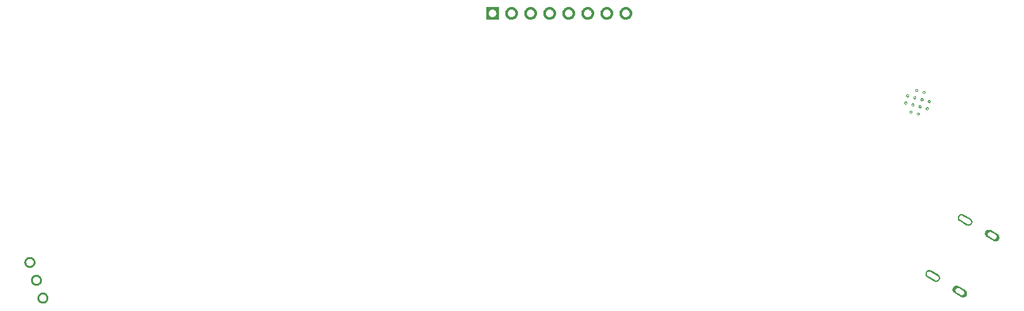
<source format=gbr>
%TF.GenerationSoftware,Flux,Pcbnew,7.0.11-7.0.11~ubuntu20.04.1*%
%TF.CreationDate,2024-08-16T15:28:37+00:00*%
%TF.ProjectId,input,696e7075-742e-46b6-9963-61645f706362,rev?*%
%TF.SameCoordinates,Original*%
%TF.FileFunction,Soldermask,Bot*%
%TF.FilePolarity,Negative*%
%FSLAX46Y46*%
G04 Gerber Fmt 4.6, Leading zero omitted, Abs format (unit mm)*
G04 Filename: betterflipperzero*
G04 Build it with Flux! Visit our site at: https://www.flux.ai (PCBNEW 7.0.11-7.0.11~ubuntu20.04.1) date 2024-08-16 15:28:37*
%MOMM*%
%LPD*%
G01*
G04 APERTURE LIST*
G04 APERTURE END LIST*
%TO.C,*%
G36*
X-67827750Y-6510666D02*
G01*
X-67791751Y-6514014D01*
X-67755960Y-6519124D01*
X-67720462Y-6525983D01*
X-67685344Y-6534577D01*
X-67650690Y-6544883D01*
X-67616583Y-6556877D01*
X-67583106Y-6570530D01*
X-67550340Y-6585810D01*
X-67518362Y-6602678D01*
X-67487251Y-6621096D01*
X-67457081Y-6641018D01*
X-67427924Y-6662396D01*
X-67399852Y-6685179D01*
X-67372932Y-6709313D01*
X-67347228Y-6734738D01*
X-67322802Y-6761393D01*
X-67299714Y-6789215D01*
X-67278019Y-6818137D01*
X-67257769Y-6848088D01*
X-67239014Y-6878996D01*
X-67221797Y-6910788D01*
X-67206161Y-6943386D01*
X-67192143Y-6976712D01*
X-67179778Y-7010686D01*
X-67169094Y-7045226D01*
X-67160119Y-7080248D01*
X-67152872Y-7115668D01*
X-67147372Y-7151402D01*
X-67143632Y-7187362D01*
X-67141661Y-7223462D01*
X-67141464Y-7259616D01*
X-67143041Y-7295735D01*
X-67146389Y-7331734D01*
X-67151498Y-7367526D01*
X-67158358Y-7403023D01*
X-67166951Y-7438141D01*
X-67177258Y-7472795D01*
X-67189252Y-7506902D01*
X-67202905Y-7540379D01*
X-67218184Y-7573145D01*
X-67235053Y-7605123D01*
X-67253471Y-7636234D01*
X-67273393Y-7666405D01*
X-67294771Y-7695561D01*
X-67317554Y-7723633D01*
X-67341687Y-7750554D01*
X-67367112Y-7776257D01*
X-67393768Y-7800683D01*
X-67421590Y-7823771D01*
X-67450511Y-7845466D01*
X-67480462Y-7865716D01*
X-67511371Y-7884472D01*
X-67543163Y-7901688D01*
X-67575761Y-7917324D01*
X-67609087Y-7931342D01*
X-67643061Y-7943707D01*
X-67677600Y-7954391D01*
X-67712622Y-7963366D01*
X-67748043Y-7970613D01*
X-67783776Y-7976113D01*
X-67819736Y-7979853D01*
X-67855837Y-7981824D01*
X-67891990Y-7982021D01*
X-67928110Y-7980444D01*
X-67964109Y-7977097D01*
X-67999900Y-7971987D01*
X-68035398Y-7965127D01*
X-68070516Y-7956534D01*
X-68105170Y-7946228D01*
X-68139276Y-7934233D01*
X-68172753Y-7920580D01*
X-68205520Y-7905301D01*
X-68237498Y-7888432D01*
X-68268609Y-7870014D01*
X-68298779Y-7850093D01*
X-68327936Y-7828714D01*
X-68356008Y-7805931D01*
X-68382928Y-7781798D01*
X-68408632Y-7756373D01*
X-68433057Y-7729717D01*
X-68456146Y-7701895D01*
X-68477841Y-7672974D01*
X-68498090Y-7643023D01*
X-68516846Y-7612114D01*
X-68534063Y-7580323D01*
X-68549699Y-7547724D01*
X-68563716Y-7514398D01*
X-68576082Y-7480425D01*
X-68586765Y-7445885D01*
X-68595741Y-7410863D01*
X-68602988Y-7375442D01*
X-68608488Y-7339709D01*
X-68612228Y-7303749D01*
X-68614198Y-7267648D01*
X-68614369Y-7236343D01*
X-68360442Y-7236343D01*
X-68360313Y-7260030D01*
X-68359021Y-7283682D01*
X-68356571Y-7307242D01*
X-68352968Y-7330654D01*
X-68348220Y-7353860D01*
X-68342339Y-7376806D01*
X-68335340Y-7399435D01*
X-68327238Y-7421694D01*
X-68318054Y-7443528D01*
X-68307810Y-7464886D01*
X-68296530Y-7485715D01*
X-68284242Y-7505965D01*
X-68270975Y-7525588D01*
X-68256761Y-7544537D01*
X-68241634Y-7562765D01*
X-68225631Y-7580229D01*
X-68208791Y-7596887D01*
X-68191153Y-7612698D01*
X-68172761Y-7627625D01*
X-68153659Y-7641631D01*
X-68133892Y-7654684D01*
X-68113509Y-7666750D01*
X-68092558Y-7677802D01*
X-68071090Y-7687813D01*
X-68049157Y-7696758D01*
X-68026811Y-7704616D01*
X-68004107Y-7711369D01*
X-67981098Y-7716999D01*
X-67957841Y-7721493D01*
X-67934392Y-7724841D01*
X-67910807Y-7727034D01*
X-67887142Y-7728067D01*
X-67863455Y-7727938D01*
X-67839803Y-7726647D01*
X-67816243Y-7724197D01*
X-67792831Y-7720593D01*
X-67769625Y-7715845D01*
X-67746679Y-7709965D01*
X-67724050Y-7702965D01*
X-67701791Y-7694864D01*
X-67679957Y-7685680D01*
X-67658600Y-7675435D01*
X-67637771Y-7664156D01*
X-67617520Y-7651867D01*
X-67597897Y-7638600D01*
X-67578948Y-7624386D01*
X-67560720Y-7609260D01*
X-67543256Y-7593257D01*
X-67526598Y-7576416D01*
X-67510787Y-7558779D01*
X-67495860Y-7540387D01*
X-67481854Y-7521284D01*
X-67468801Y-7501517D01*
X-67456735Y-7481134D01*
X-67445683Y-7460183D01*
X-67435672Y-7438715D01*
X-67426727Y-7416782D01*
X-67418869Y-7394436D01*
X-67412116Y-7371732D01*
X-67406486Y-7348724D01*
X-67401992Y-7325467D01*
X-67398644Y-7302017D01*
X-67396451Y-7278432D01*
X-67395418Y-7254767D01*
X-67395547Y-7231080D01*
X-67396838Y-7207428D01*
X-67399289Y-7183868D01*
X-67402892Y-7160457D01*
X-67407640Y-7137250D01*
X-67413520Y-7114305D01*
X-67420520Y-7091675D01*
X-67428622Y-7069417D01*
X-67437805Y-7047582D01*
X-67448050Y-7026225D01*
X-67459330Y-7005396D01*
X-67471618Y-6985145D01*
X-67484885Y-6965522D01*
X-67499099Y-6946574D01*
X-67514226Y-6928346D01*
X-67530228Y-6910882D01*
X-67547069Y-6894224D01*
X-67564706Y-6878412D01*
X-67583099Y-6863486D01*
X-67602201Y-6849479D01*
X-67621968Y-6836427D01*
X-67642351Y-6824360D01*
X-67663302Y-6813308D01*
X-67684770Y-6803298D01*
X-67706703Y-6794352D01*
X-67729049Y-6786494D01*
X-67751753Y-6779742D01*
X-67774761Y-6774112D01*
X-67798018Y-6769617D01*
X-67821468Y-6766270D01*
X-67845053Y-6764076D01*
X-67868718Y-6763043D01*
X-67892405Y-6763172D01*
X-67916057Y-6764464D01*
X-67939617Y-6766914D01*
X-67963028Y-6770517D01*
X-67986235Y-6775265D01*
X-68009180Y-6781146D01*
X-68031810Y-6788145D01*
X-68054068Y-6796247D01*
X-68075903Y-6805431D01*
X-68097260Y-6815675D01*
X-68118089Y-6826955D01*
X-68138340Y-6839243D01*
X-68157963Y-6852510D01*
X-68176911Y-6866724D01*
X-68195139Y-6881851D01*
X-68212604Y-6897854D01*
X-68229261Y-6914694D01*
X-68245073Y-6932332D01*
X-68260000Y-6950724D01*
X-68274006Y-6969826D01*
X-68287058Y-6989593D01*
X-68299125Y-7009976D01*
X-68310177Y-7030927D01*
X-68320188Y-7052395D01*
X-68329133Y-7074328D01*
X-68336991Y-7096674D01*
X-68343743Y-7119378D01*
X-68349373Y-7142387D01*
X-68353868Y-7165644D01*
X-68357216Y-7189093D01*
X-68359409Y-7212679D01*
X-68360442Y-7236343D01*
X-68614369Y-7236343D01*
X-68614396Y-7231495D01*
X-68612819Y-7195375D01*
X-68609471Y-7159376D01*
X-68604361Y-7123585D01*
X-68597502Y-7088088D01*
X-68588908Y-7052970D01*
X-68578602Y-7018315D01*
X-68566608Y-6984209D01*
X-68552955Y-6950732D01*
X-68537675Y-6917965D01*
X-68520807Y-6885987D01*
X-68502389Y-6854876D01*
X-68482467Y-6824706D01*
X-68461089Y-6795550D01*
X-68438306Y-6767477D01*
X-68414173Y-6740557D01*
X-68388748Y-6714853D01*
X-68362092Y-6690428D01*
X-68334270Y-6667340D01*
X-68305349Y-6645645D01*
X-68275397Y-6625395D01*
X-68244489Y-6606639D01*
X-68212697Y-6589422D01*
X-68180099Y-6573786D01*
X-68146773Y-6559769D01*
X-68112799Y-6547403D01*
X-68078260Y-6536720D01*
X-68043237Y-6527744D01*
X-68007817Y-6520497D01*
X-67972084Y-6514997D01*
X-67936123Y-6511258D01*
X-67900023Y-6509287D01*
X-67863869Y-6509089D01*
X-67827750Y-6510666D01*
G37*
G36*
X-66959017Y-8897485D02*
G01*
X-66923018Y-8900833D01*
X-66887227Y-8905943D01*
X-66851730Y-8912802D01*
X-66816612Y-8921396D01*
X-66781958Y-8931702D01*
X-66747851Y-8943696D01*
X-66714374Y-8957349D01*
X-66681607Y-8972629D01*
X-66649630Y-8989497D01*
X-66618518Y-9007915D01*
X-66588348Y-9027837D01*
X-66559192Y-9049215D01*
X-66531120Y-9071998D01*
X-66504199Y-9096131D01*
X-66478495Y-9121556D01*
X-66454070Y-9148212D01*
X-66430982Y-9176034D01*
X-66409287Y-9204955D01*
X-66389037Y-9234906D01*
X-66370281Y-9265815D01*
X-66353065Y-9297607D01*
X-66337429Y-9330205D01*
X-66323411Y-9363531D01*
X-66311046Y-9397505D01*
X-66300362Y-9432044D01*
X-66291386Y-9467067D01*
X-66284140Y-9502487D01*
X-66278640Y-9538220D01*
X-66274900Y-9574181D01*
X-66272929Y-9610281D01*
X-66272732Y-9646435D01*
X-66274309Y-9682554D01*
X-66277656Y-9718553D01*
X-66282766Y-9754344D01*
X-66289626Y-9789842D01*
X-66298219Y-9824960D01*
X-66308525Y-9859614D01*
X-66320519Y-9893721D01*
X-66334173Y-9927198D01*
X-66349452Y-9959964D01*
X-66366321Y-9991942D01*
X-66384738Y-10023053D01*
X-66404660Y-10053223D01*
X-66426039Y-10082380D01*
X-66448822Y-10110452D01*
X-66472955Y-10137372D01*
X-66498380Y-10163076D01*
X-66525036Y-10187502D01*
X-66552858Y-10210590D01*
X-66581779Y-10232285D01*
X-66611730Y-10252535D01*
X-66642639Y-10271290D01*
X-66674430Y-10288507D01*
X-66707028Y-10304143D01*
X-66740355Y-10318160D01*
X-66774328Y-10330526D01*
X-66808868Y-10341209D01*
X-66843890Y-10350185D01*
X-66879311Y-10357432D01*
X-66915044Y-10362932D01*
X-66951004Y-10366672D01*
X-66987104Y-10368643D01*
X-67023258Y-10368840D01*
X-67059378Y-10367263D01*
X-67095377Y-10363915D01*
X-67131168Y-10358806D01*
X-67166665Y-10351946D01*
X-67201783Y-10343352D01*
X-67236437Y-10333046D01*
X-67270544Y-10321052D01*
X-67304021Y-10307399D01*
X-67336788Y-10292120D01*
X-67368765Y-10275251D01*
X-67399877Y-10256833D01*
X-67430047Y-10236911D01*
X-67459203Y-10215533D01*
X-67487275Y-10192750D01*
X-67514196Y-10168617D01*
X-67539900Y-10143192D01*
X-67564325Y-10116536D01*
X-67587413Y-10088714D01*
X-67609108Y-10059793D01*
X-67629358Y-10029842D01*
X-67648114Y-9998933D01*
X-67665330Y-9967141D01*
X-67680966Y-9934543D01*
X-67694984Y-9901217D01*
X-67707349Y-9867243D01*
X-67718033Y-9832704D01*
X-67727009Y-9797682D01*
X-67734255Y-9762261D01*
X-67739755Y-9726528D01*
X-67743495Y-9690568D01*
X-67745466Y-9654467D01*
X-67745637Y-9623162D01*
X-67491710Y-9623162D01*
X-67491580Y-9646849D01*
X-67490289Y-9670501D01*
X-67487839Y-9694061D01*
X-67484235Y-9717472D01*
X-67479488Y-9740679D01*
X-67473607Y-9763625D01*
X-67466607Y-9786254D01*
X-67458506Y-9808513D01*
X-67449322Y-9830347D01*
X-67439078Y-9851704D01*
X-67427798Y-9872533D01*
X-67415510Y-9892784D01*
X-67402243Y-9912407D01*
X-67388028Y-9931355D01*
X-67372902Y-9949584D01*
X-67356899Y-9967048D01*
X-67340059Y-9983706D01*
X-67322421Y-9999517D01*
X-67304029Y-10014444D01*
X-67284926Y-10028450D01*
X-67265160Y-10041503D01*
X-67244776Y-10053569D01*
X-67223826Y-10064621D01*
X-67202358Y-10074632D01*
X-67180425Y-10083577D01*
X-67158079Y-10091435D01*
X-67135374Y-10098188D01*
X-67112366Y-10103818D01*
X-67089109Y-10108312D01*
X-67065660Y-10111660D01*
X-67042074Y-10113853D01*
X-67018410Y-10114886D01*
X-66994723Y-10114757D01*
X-66971071Y-10113466D01*
X-66947511Y-10111015D01*
X-66924099Y-10107412D01*
X-66900893Y-10102664D01*
X-66877947Y-10096783D01*
X-66855318Y-10089784D01*
X-66833059Y-10081682D01*
X-66811225Y-10072498D01*
X-66789867Y-10062254D01*
X-66769038Y-10050974D01*
X-66748788Y-10038686D01*
X-66729165Y-10025419D01*
X-66710216Y-10011205D01*
X-66691988Y-9996078D01*
X-66674524Y-9980076D01*
X-66657866Y-9963235D01*
X-66642055Y-9945598D01*
X-66627128Y-9927205D01*
X-66613121Y-9908103D01*
X-66600069Y-9888336D01*
X-66588002Y-9867953D01*
X-66576950Y-9847002D01*
X-66566940Y-9825534D01*
X-66557995Y-9803601D01*
X-66550136Y-9781255D01*
X-66543384Y-9758551D01*
X-66537754Y-9735543D01*
X-66533260Y-9712286D01*
X-66529912Y-9688836D01*
X-66527719Y-9665251D01*
X-66526685Y-9641586D01*
X-66526815Y-9617899D01*
X-66528106Y-9594247D01*
X-66530556Y-9570687D01*
X-66534160Y-9547276D01*
X-66538907Y-9524069D01*
X-66544788Y-9501124D01*
X-66551788Y-9478494D01*
X-66559889Y-9456236D01*
X-66569073Y-9434401D01*
X-66579317Y-9413044D01*
X-66590597Y-9392215D01*
X-66602885Y-9371964D01*
X-66616153Y-9352341D01*
X-66630367Y-9333393D01*
X-66645493Y-9315164D01*
X-66661496Y-9297700D01*
X-66678337Y-9281043D01*
X-66695974Y-9265231D01*
X-66714366Y-9250304D01*
X-66733469Y-9236298D01*
X-66753235Y-9223246D01*
X-66773619Y-9211179D01*
X-66794569Y-9200127D01*
X-66816037Y-9190116D01*
X-66837971Y-9181171D01*
X-66860316Y-9173313D01*
X-66883021Y-9166561D01*
X-66906029Y-9160931D01*
X-66929286Y-9156436D01*
X-66952735Y-9153088D01*
X-66976321Y-9150895D01*
X-66999986Y-9149862D01*
X-67023672Y-9149991D01*
X-67047324Y-9151282D01*
X-67070884Y-9153733D01*
X-67094296Y-9157336D01*
X-67117502Y-9162084D01*
X-67140448Y-9167965D01*
X-67163077Y-9174964D01*
X-67185336Y-9183066D01*
X-67207170Y-9192250D01*
X-67228528Y-9202494D01*
X-67249357Y-9213774D01*
X-67269607Y-9226062D01*
X-67289230Y-9239329D01*
X-67308179Y-9253543D01*
X-67326407Y-9268670D01*
X-67343871Y-9284673D01*
X-67360529Y-9301513D01*
X-67376340Y-9319151D01*
X-67391267Y-9337543D01*
X-67405274Y-9356645D01*
X-67418326Y-9376412D01*
X-67430393Y-9396795D01*
X-67441445Y-9417746D01*
X-67451455Y-9439214D01*
X-67460400Y-9461147D01*
X-67468259Y-9483493D01*
X-67475011Y-9506197D01*
X-67480641Y-9529206D01*
X-67485135Y-9552463D01*
X-67488483Y-9575912D01*
X-67490676Y-9599497D01*
X-67491710Y-9623162D01*
X-67745637Y-9623162D01*
X-67745663Y-9618314D01*
X-67744086Y-9582194D01*
X-67740739Y-9546195D01*
X-67735629Y-9510404D01*
X-67728769Y-9474906D01*
X-67720176Y-9439788D01*
X-67709870Y-9405134D01*
X-67697876Y-9371028D01*
X-67684223Y-9337551D01*
X-67668943Y-9304784D01*
X-67652074Y-9272806D01*
X-67633657Y-9241695D01*
X-67613735Y-9211525D01*
X-67592357Y-9182368D01*
X-67569573Y-9154296D01*
X-67545440Y-9127376D01*
X-67520015Y-9101672D01*
X-67493360Y-9077246D01*
X-67465538Y-9054158D01*
X-67436616Y-9032463D01*
X-67406665Y-9012214D01*
X-67375757Y-8993458D01*
X-67343965Y-8976241D01*
X-67311367Y-8960605D01*
X-67278041Y-8946588D01*
X-67244067Y-8934222D01*
X-67209527Y-8923539D01*
X-67174505Y-8914563D01*
X-67139085Y-8907316D01*
X-67103351Y-8901816D01*
X-67067391Y-8898076D01*
X-67031291Y-8896105D01*
X-66995137Y-8895908D01*
X-66959017Y-8897485D01*
G37*
G36*
X-66090285Y-11284304D02*
G01*
X-66054286Y-11287652D01*
X-66018495Y-11292761D01*
X-65982998Y-11299621D01*
X-65947880Y-11308215D01*
X-65913225Y-11318521D01*
X-65879119Y-11330515D01*
X-65845642Y-11344168D01*
X-65812875Y-11359447D01*
X-65780897Y-11376316D01*
X-65749786Y-11394734D01*
X-65719616Y-11414656D01*
X-65690460Y-11436034D01*
X-65662387Y-11458817D01*
X-65635467Y-11482950D01*
X-65609763Y-11508375D01*
X-65585338Y-11535031D01*
X-65562250Y-11562853D01*
X-65540555Y-11591774D01*
X-65520305Y-11621725D01*
X-65501549Y-11652634D01*
X-65484332Y-11684426D01*
X-65468696Y-11717024D01*
X-65454679Y-11750350D01*
X-65442313Y-11784324D01*
X-65431630Y-11818863D01*
X-65422654Y-11853885D01*
X-65415407Y-11889306D01*
X-65409907Y-11925039D01*
X-65406168Y-11960999D01*
X-65404197Y-11997100D01*
X-65403999Y-12033253D01*
X-65405576Y-12069373D01*
X-65408924Y-12105372D01*
X-65414034Y-12141163D01*
X-65420894Y-12176661D01*
X-65429487Y-12211779D01*
X-65439793Y-12246433D01*
X-65451787Y-12280539D01*
X-65465440Y-12314016D01*
X-65480720Y-12346783D01*
X-65497588Y-12378761D01*
X-65516006Y-12409872D01*
X-65535928Y-12440042D01*
X-65557306Y-12469199D01*
X-65580089Y-12497271D01*
X-65604223Y-12524191D01*
X-65629648Y-12549895D01*
X-65656303Y-12574321D01*
X-65684125Y-12597409D01*
X-65713047Y-12619104D01*
X-65742998Y-12639353D01*
X-65773906Y-12658109D01*
X-65805698Y-12675326D01*
X-65838296Y-12690962D01*
X-65871622Y-12704979D01*
X-65905596Y-12717345D01*
X-65940136Y-12728028D01*
X-65975158Y-12737004D01*
X-66010578Y-12744251D01*
X-66046312Y-12749751D01*
X-66082272Y-12753491D01*
X-66118372Y-12755462D01*
X-66154526Y-12755659D01*
X-66190645Y-12754082D01*
X-66226644Y-12750734D01*
X-66262436Y-12745624D01*
X-66297933Y-12738765D01*
X-66333051Y-12730171D01*
X-66367705Y-12719865D01*
X-66401812Y-12707871D01*
X-66435289Y-12694218D01*
X-66468055Y-12678938D01*
X-66500033Y-12662070D01*
X-66531144Y-12643652D01*
X-66561315Y-12623730D01*
X-66590471Y-12602352D01*
X-66618543Y-12579569D01*
X-66645464Y-12555436D01*
X-66671167Y-12530011D01*
X-66695593Y-12503355D01*
X-66718681Y-12475533D01*
X-66740376Y-12446612D01*
X-66760626Y-12416661D01*
X-66779382Y-12385752D01*
X-66796598Y-12353960D01*
X-66812234Y-12321362D01*
X-66826252Y-12288036D01*
X-66838617Y-12254062D01*
X-66849301Y-12219523D01*
X-66858277Y-12184500D01*
X-66865523Y-12149080D01*
X-66871023Y-12113347D01*
X-66874763Y-12077386D01*
X-66876734Y-12041286D01*
X-66876905Y-12009981D01*
X-66622977Y-12009981D01*
X-66622848Y-12033668D01*
X-66621557Y-12057320D01*
X-66619107Y-12080880D01*
X-66615503Y-12104291D01*
X-66610755Y-12127498D01*
X-66604875Y-12150443D01*
X-66597875Y-12173073D01*
X-66589774Y-12195331D01*
X-66580590Y-12217166D01*
X-66570345Y-12238523D01*
X-66559066Y-12259352D01*
X-66546777Y-12279603D01*
X-66533510Y-12299226D01*
X-66519296Y-12318174D01*
X-66504170Y-12336403D01*
X-66488167Y-12353867D01*
X-66471326Y-12370524D01*
X-66453689Y-12386336D01*
X-66435297Y-12401263D01*
X-66416194Y-12415269D01*
X-66396427Y-12428321D01*
X-66376044Y-12440388D01*
X-66355093Y-12451440D01*
X-66333625Y-12461451D01*
X-66311692Y-12470396D01*
X-66289347Y-12478254D01*
X-66266642Y-12485006D01*
X-66243634Y-12490636D01*
X-66220377Y-12495131D01*
X-66196927Y-12498479D01*
X-66173342Y-12500672D01*
X-66149677Y-12501705D01*
X-66125990Y-12501576D01*
X-66102338Y-12500285D01*
X-66078778Y-12497834D01*
X-66055367Y-12494231D01*
X-66032160Y-12489483D01*
X-66009215Y-12483602D01*
X-65986585Y-12476603D01*
X-65964327Y-12468501D01*
X-65942492Y-12459317D01*
X-65921135Y-12449073D01*
X-65900306Y-12437793D01*
X-65880055Y-12425505D01*
X-65860432Y-12412238D01*
X-65841484Y-12398024D01*
X-65823256Y-12382897D01*
X-65805792Y-12366894D01*
X-65789134Y-12350054D01*
X-65773322Y-12332416D01*
X-65758396Y-12314024D01*
X-65744389Y-12294922D01*
X-65731337Y-12275155D01*
X-65719270Y-12254772D01*
X-65708218Y-12233821D01*
X-65698208Y-12212353D01*
X-65689262Y-12190420D01*
X-65681404Y-12168074D01*
X-65674652Y-12145370D01*
X-65669022Y-12122361D01*
X-65664527Y-12099104D01*
X-65661180Y-12075655D01*
X-65658986Y-12052070D01*
X-65657953Y-12028405D01*
X-65658082Y-12004718D01*
X-65659374Y-11981066D01*
X-65661824Y-11957506D01*
X-65665427Y-11934095D01*
X-65670175Y-11910888D01*
X-65676056Y-11887942D01*
X-65683055Y-11865313D01*
X-65691157Y-11843054D01*
X-65700341Y-11821220D01*
X-65710585Y-11799863D01*
X-65721865Y-11779034D01*
X-65734153Y-11758783D01*
X-65747420Y-11739160D01*
X-65761634Y-11720212D01*
X-65776761Y-11701983D01*
X-65792764Y-11684519D01*
X-65809604Y-11667861D01*
X-65827242Y-11652050D01*
X-65845634Y-11637123D01*
X-65864736Y-11623117D01*
X-65884503Y-11610064D01*
X-65904886Y-11597998D01*
X-65925837Y-11586946D01*
X-65947305Y-11576935D01*
X-65969238Y-11567990D01*
X-65991584Y-11560132D01*
X-66014288Y-11553379D01*
X-66037297Y-11547749D01*
X-66060554Y-11543255D01*
X-66084003Y-11539907D01*
X-66107589Y-11537714D01*
X-66131253Y-11536681D01*
X-66154940Y-11536810D01*
X-66178592Y-11538101D01*
X-66202152Y-11540552D01*
X-66225564Y-11544155D01*
X-66248770Y-11548903D01*
X-66271716Y-11554784D01*
X-66294345Y-11561783D01*
X-66316604Y-11569885D01*
X-66338438Y-11579069D01*
X-66359796Y-11589313D01*
X-66380625Y-11600593D01*
X-66400875Y-11612881D01*
X-66420498Y-11626148D01*
X-66439447Y-11640362D01*
X-66457675Y-11655489D01*
X-66475139Y-11671491D01*
X-66491797Y-11688332D01*
X-66507608Y-11705969D01*
X-66522535Y-11724362D01*
X-66536541Y-11743464D01*
X-66549594Y-11763231D01*
X-66561660Y-11783614D01*
X-66572712Y-11804565D01*
X-66582723Y-11826033D01*
X-66591668Y-11847966D01*
X-66599526Y-11870312D01*
X-66606279Y-11893016D01*
X-66611909Y-11916024D01*
X-66616403Y-11939281D01*
X-66619751Y-11962731D01*
X-66621944Y-11986316D01*
X-66622977Y-12009981D01*
X-66876905Y-12009981D01*
X-66876931Y-12005132D01*
X-66875354Y-11969013D01*
X-66872007Y-11933014D01*
X-66866897Y-11897223D01*
X-66860037Y-11861725D01*
X-66851444Y-11826607D01*
X-66841138Y-11791953D01*
X-66829143Y-11757846D01*
X-66815490Y-11724369D01*
X-66800211Y-11691603D01*
X-66783342Y-11659625D01*
X-66764924Y-11628514D01*
X-66745003Y-11598344D01*
X-66723624Y-11569187D01*
X-66700841Y-11541115D01*
X-66676708Y-11514195D01*
X-66651283Y-11488491D01*
X-66624627Y-11464065D01*
X-66596805Y-11440977D01*
X-66567884Y-11419282D01*
X-66537933Y-11399032D01*
X-66507024Y-11380277D01*
X-66475233Y-11363060D01*
X-66442634Y-11347424D01*
X-66409308Y-11333407D01*
X-66375335Y-11321041D01*
X-66340795Y-11310358D01*
X-66305773Y-11301382D01*
X-66270352Y-11294135D01*
X-66234619Y-11288635D01*
X-66198659Y-11284895D01*
X-66162558Y-11282924D01*
X-66126405Y-11282727D01*
X-66090285Y-11284304D01*
G37*
G36*
X56418386Y-787935D02*
G01*
X56444068Y-790040D01*
X56469616Y-793404D01*
X56494968Y-798017D01*
X56520063Y-803868D01*
X56544841Y-810944D01*
X56569241Y-819227D01*
X56593206Y-828697D01*
X56616678Y-839332D01*
X56639599Y-851105D01*
X57571242Y-1388990D01*
X57592899Y-1402953D01*
X57613844Y-1417963D01*
X57634028Y-1433982D01*
X57653402Y-1450972D01*
X57671919Y-1468892D01*
X57689534Y-1487700D01*
X57706205Y-1507349D01*
X57721891Y-1527792D01*
X57736556Y-1548980D01*
X57750163Y-1570863D01*
X57762681Y-1593387D01*
X57774078Y-1616498D01*
X57784327Y-1640140D01*
X57793404Y-1664257D01*
X57801287Y-1688790D01*
X57807956Y-1713680D01*
X57813396Y-1738867D01*
X57817593Y-1764292D01*
X57820538Y-1789891D01*
X57822224Y-1815604D01*
X57822645Y-1841369D01*
X57821802Y-1867123D01*
X57819696Y-1892806D01*
X57816333Y-1918353D01*
X57811720Y-1943705D01*
X57805869Y-1968801D01*
X57798793Y-1993578D01*
X57790510Y-2017979D01*
X57781040Y-2041944D01*
X57770405Y-2065415D01*
X57758631Y-2088337D01*
X57745747Y-2110653D01*
X57731784Y-2132310D01*
X57716774Y-2153255D01*
X57700755Y-2173439D01*
X57683765Y-2192813D01*
X57665844Y-2211330D01*
X57647037Y-2228945D01*
X57627388Y-2245616D01*
X57606945Y-2261302D01*
X57585756Y-2275967D01*
X57563874Y-2289574D01*
X57541350Y-2302092D01*
X57518239Y-2313489D01*
X57494597Y-2323738D01*
X57470480Y-2332815D01*
X57445947Y-2340697D01*
X57421057Y-2347367D01*
X57395869Y-2352807D01*
X57370445Y-2357004D01*
X57344846Y-2359949D01*
X57319133Y-2361635D01*
X57293368Y-2362056D01*
X57267613Y-2361213D01*
X57241931Y-2359107D01*
X57216383Y-2355744D01*
X57191031Y-2351131D01*
X57165936Y-2345280D01*
X57141158Y-2338204D01*
X57116758Y-2329921D01*
X57092793Y-2320451D01*
X57069321Y-2309816D01*
X57046400Y-2298042D01*
X57024084Y-2285158D01*
X56114757Y-1760158D01*
X56093100Y-1746195D01*
X56072155Y-1731185D01*
X56051971Y-1715166D01*
X56032597Y-1698176D01*
X56014080Y-1680255D01*
X55996465Y-1661448D01*
X55979795Y-1641799D01*
X55964108Y-1621356D01*
X55949443Y-1600167D01*
X55935836Y-1578285D01*
X55923318Y-1555761D01*
X55911921Y-1532650D01*
X55901672Y-1509008D01*
X55892595Y-1484891D01*
X55884713Y-1460358D01*
X55878043Y-1435468D01*
X55872603Y-1410280D01*
X55868406Y-1384856D01*
X55865461Y-1359257D01*
X55863775Y-1333544D01*
X55863354Y-1307779D01*
X55863710Y-1296915D01*
X56041696Y-1296915D01*
X56041957Y-1312865D01*
X56043001Y-1328782D01*
X56044824Y-1344630D01*
X56047422Y-1360368D01*
X56050790Y-1375961D01*
X56054919Y-1391369D01*
X56059798Y-1406556D01*
X56065417Y-1421485D01*
X56071762Y-1436121D01*
X56078817Y-1450428D01*
X56086566Y-1464371D01*
X56094990Y-1477917D01*
X56104068Y-1491034D01*
X56113779Y-1503689D01*
X56124099Y-1515853D01*
X56135003Y-1527496D01*
X56146466Y-1538589D01*
X56158459Y-1549107D01*
X56170954Y-1559024D01*
X56183921Y-1568315D01*
X56197327Y-1576959D01*
X57149955Y-2126959D01*
X57163770Y-2134935D01*
X57177959Y-2142224D01*
X57192489Y-2148807D01*
X57207325Y-2154670D01*
X57222430Y-2159797D01*
X57237768Y-2164177D01*
X57253303Y-2167800D01*
X57268998Y-2170655D01*
X57284813Y-2172737D01*
X57300711Y-2174041D01*
X57316655Y-2174563D01*
X57332604Y-2174302D01*
X57348522Y-2173259D01*
X57364369Y-2171436D01*
X57380108Y-2168837D01*
X57395700Y-2165469D01*
X57411108Y-2161341D01*
X57426296Y-2156461D01*
X57441225Y-2150842D01*
X57455861Y-2144497D01*
X57470167Y-2137442D01*
X57484111Y-2129693D01*
X57497657Y-2121270D01*
X57510774Y-2112191D01*
X57523429Y-2102481D01*
X57535593Y-2092160D01*
X57547235Y-2081256D01*
X57558329Y-2069793D01*
X57568847Y-2057800D01*
X57578763Y-2045305D01*
X57588055Y-2032339D01*
X57596699Y-2018932D01*
X57604675Y-2005118D01*
X57611963Y-1990928D01*
X57618547Y-1976398D01*
X57624409Y-1961563D01*
X57629537Y-1946458D01*
X57633917Y-1931119D01*
X57637539Y-1915584D01*
X57640395Y-1899890D01*
X57642477Y-1884074D01*
X57643781Y-1868176D01*
X57644303Y-1852233D01*
X57644042Y-1836283D01*
X57642998Y-1820365D01*
X57641175Y-1804518D01*
X57638577Y-1788779D01*
X57635209Y-1773187D01*
X57631081Y-1757779D01*
X57626201Y-1742592D01*
X57620582Y-1727662D01*
X57614237Y-1713027D01*
X57607182Y-1698720D01*
X57599433Y-1684777D01*
X57591009Y-1671230D01*
X57581931Y-1658114D01*
X57572220Y-1645458D01*
X57561900Y-1633295D01*
X57550996Y-1621652D01*
X57539533Y-1610558D01*
X57527540Y-1600041D01*
X57515045Y-1590124D01*
X57502079Y-1580832D01*
X57488672Y-1572188D01*
X56522229Y-1014212D01*
X56508040Y-1006924D01*
X56493510Y-1000341D01*
X56478675Y-994478D01*
X56463569Y-989350D01*
X56448231Y-984970D01*
X56432696Y-981348D01*
X56417001Y-978492D01*
X56401186Y-976410D01*
X56385288Y-975107D01*
X56369344Y-974585D01*
X56353395Y-974846D01*
X56337477Y-975889D01*
X56321630Y-977712D01*
X56305891Y-980311D01*
X56290299Y-983678D01*
X56274891Y-987807D01*
X56259703Y-992687D01*
X56244774Y-998306D01*
X56230138Y-1004650D01*
X56215832Y-1011706D01*
X56201888Y-1019454D01*
X56188342Y-1027878D01*
X56175225Y-1036956D01*
X56162570Y-1046667D01*
X56150406Y-1056987D01*
X56138764Y-1067892D01*
X56127670Y-1079354D01*
X56117152Y-1091348D01*
X56107236Y-1103842D01*
X56097944Y-1116809D01*
X56089300Y-1130215D01*
X56081324Y-1144030D01*
X56074036Y-1158219D01*
X56067452Y-1172749D01*
X56061590Y-1187585D01*
X56056462Y-1202690D01*
X56052082Y-1218029D01*
X56048460Y-1233564D01*
X56045604Y-1249258D01*
X56043522Y-1265073D01*
X56042218Y-1280972D01*
X56041696Y-1296915D01*
X55863710Y-1296915D01*
X55864197Y-1282024D01*
X55866303Y-1256342D01*
X55869666Y-1230794D01*
X55874279Y-1205442D01*
X55880130Y-1180347D01*
X55887206Y-1155569D01*
X55895489Y-1131169D01*
X55904959Y-1107204D01*
X55915594Y-1083732D01*
X55927368Y-1060811D01*
X55940252Y-1038495D01*
X55954215Y-1016838D01*
X55969225Y-995892D01*
X55985244Y-975708D01*
X56002234Y-956335D01*
X56020155Y-937818D01*
X56038962Y-920203D01*
X56058611Y-903532D01*
X56079054Y-887845D01*
X56100243Y-873181D01*
X56122125Y-859573D01*
X56144649Y-847056D01*
X56167760Y-835659D01*
X56191402Y-825410D01*
X56215519Y-816333D01*
X56240052Y-808450D01*
X56264942Y-801781D01*
X56290130Y-796341D01*
X56315554Y-792143D01*
X56341153Y-789198D01*
X56366866Y-787513D01*
X56392631Y-787091D01*
X56418386Y-787935D01*
G37*
G36*
X52098404Y-8270405D02*
G01*
X52124086Y-8272510D01*
X52149634Y-8275874D01*
X52174986Y-8280487D01*
X52200081Y-8286338D01*
X52224859Y-8293414D01*
X52249260Y-8301697D01*
X52273225Y-8311167D01*
X52296696Y-8321802D01*
X52319617Y-8333575D01*
X53251260Y-8871460D01*
X53272917Y-8885423D01*
X53293863Y-8900433D01*
X53314047Y-8916452D01*
X53333420Y-8933442D01*
X53351937Y-8951362D01*
X53369552Y-8970170D01*
X53386223Y-8989819D01*
X53401910Y-9010262D01*
X53416574Y-9031451D01*
X53430182Y-9053333D01*
X53442699Y-9075857D01*
X53454096Y-9098968D01*
X53464345Y-9122610D01*
X53473422Y-9146727D01*
X53481305Y-9171260D01*
X53487974Y-9196150D01*
X53493414Y-9221337D01*
X53497612Y-9246762D01*
X53500557Y-9272361D01*
X53502242Y-9298074D01*
X53502664Y-9323839D01*
X53501821Y-9349593D01*
X53499715Y-9375276D01*
X53496351Y-9400823D01*
X53491738Y-9426175D01*
X53485887Y-9451271D01*
X53478811Y-9476048D01*
X53470528Y-9500449D01*
X53461058Y-9524414D01*
X53450423Y-9547886D01*
X53438650Y-9570807D01*
X53425766Y-9593123D01*
X53411802Y-9614780D01*
X53396792Y-9635725D01*
X53380773Y-9655909D01*
X53363783Y-9675283D01*
X53345863Y-9693800D01*
X53327055Y-9711415D01*
X53307406Y-9728086D01*
X53286963Y-9743772D01*
X53265775Y-9758437D01*
X53243892Y-9772044D01*
X53221368Y-9784562D01*
X53198257Y-9795959D01*
X53174615Y-9806208D01*
X53150498Y-9815285D01*
X53125965Y-9823168D01*
X53101075Y-9829837D01*
X53075888Y-9835277D01*
X53050464Y-9839474D01*
X53024864Y-9842419D01*
X52999151Y-9844105D01*
X52973386Y-9844526D01*
X52947632Y-9843683D01*
X52921949Y-9841577D01*
X52896402Y-9838214D01*
X52871050Y-9833601D01*
X52845954Y-9827750D01*
X52821177Y-9820674D01*
X52796776Y-9812391D01*
X52772811Y-9802921D01*
X52749340Y-9792286D01*
X52726418Y-9780512D01*
X52704102Y-9767628D01*
X51794776Y-9242628D01*
X51773119Y-9228665D01*
X51752173Y-9213655D01*
X51731989Y-9197636D01*
X51712615Y-9180646D01*
X51694099Y-9162725D01*
X51676484Y-9143918D01*
X51659813Y-9124269D01*
X51644126Y-9103826D01*
X51629461Y-9082637D01*
X51615854Y-9060755D01*
X51603337Y-9038231D01*
X51591940Y-9015120D01*
X51581690Y-8991478D01*
X51572613Y-8967361D01*
X51564731Y-8942828D01*
X51558062Y-8917938D01*
X51552622Y-8892750D01*
X51548424Y-8867326D01*
X51545479Y-8841727D01*
X51543794Y-8816014D01*
X51543372Y-8790249D01*
X51543728Y-8779385D01*
X51721715Y-8779385D01*
X51721976Y-8795335D01*
X51723019Y-8811252D01*
X51724842Y-8827100D01*
X51727441Y-8842838D01*
X51730808Y-8858431D01*
X51734937Y-8873839D01*
X51739817Y-8889026D01*
X51745436Y-8903955D01*
X51751780Y-8918591D01*
X51758836Y-8932898D01*
X51766584Y-8946841D01*
X51775008Y-8960387D01*
X51784086Y-8973504D01*
X51793797Y-8986159D01*
X51804117Y-8998323D01*
X51815022Y-9009966D01*
X51826484Y-9021059D01*
X51838478Y-9031577D01*
X51850972Y-9041494D01*
X51863939Y-9050785D01*
X51877345Y-9059429D01*
X52829973Y-9609429D01*
X52843788Y-9617405D01*
X52857977Y-9624694D01*
X52872507Y-9631277D01*
X52887343Y-9637140D01*
X52902448Y-9642267D01*
X52917787Y-9646647D01*
X52933322Y-9650270D01*
X52949016Y-9653125D01*
X52964831Y-9655207D01*
X52980730Y-9656511D01*
X52996673Y-9657033D01*
X53012623Y-9656772D01*
X53028540Y-9655729D01*
X53044388Y-9653906D01*
X53060126Y-9651307D01*
X53075719Y-9647940D01*
X53091127Y-9643811D01*
X53106314Y-9638931D01*
X53121243Y-9633312D01*
X53135879Y-9626967D01*
X53150186Y-9619912D01*
X53164129Y-9612163D01*
X53177675Y-9603740D01*
X53190792Y-9594661D01*
X53203447Y-9584951D01*
X53215611Y-9574631D01*
X53227254Y-9563726D01*
X53238347Y-9552263D01*
X53248865Y-9540270D01*
X53258782Y-9527775D01*
X53268073Y-9514809D01*
X53276717Y-9501402D01*
X53284693Y-9487588D01*
X53291982Y-9473398D01*
X53298565Y-9458868D01*
X53304428Y-9444033D01*
X53309555Y-9428928D01*
X53313935Y-9413589D01*
X53317558Y-9398054D01*
X53320413Y-9382360D01*
X53322495Y-9366544D01*
X53323799Y-9350646D01*
X53324321Y-9334703D01*
X53324060Y-9318753D01*
X53323017Y-9302835D01*
X53321194Y-9286988D01*
X53318595Y-9271249D01*
X53315227Y-9255657D01*
X53311099Y-9240249D01*
X53306219Y-9225062D01*
X53300600Y-9210132D01*
X53294255Y-9195497D01*
X53287200Y-9181190D01*
X53279451Y-9167247D01*
X53271028Y-9153700D01*
X53261949Y-9140584D01*
X53252239Y-9127928D01*
X53241918Y-9115765D01*
X53231014Y-9104122D01*
X53219551Y-9093028D01*
X53207558Y-9082511D01*
X53195063Y-9072594D01*
X53182097Y-9063303D01*
X53168690Y-9054658D01*
X52202248Y-8496682D01*
X52188058Y-8489394D01*
X52173528Y-8482811D01*
X52158693Y-8476948D01*
X52143588Y-8471821D01*
X52128249Y-8467440D01*
X52112714Y-8463818D01*
X52097020Y-8460962D01*
X52081204Y-8458880D01*
X52065306Y-8457577D01*
X52049363Y-8457055D01*
X52033413Y-8457316D01*
X52017495Y-8458359D01*
X52001648Y-8460182D01*
X51985909Y-8462781D01*
X51970317Y-8466148D01*
X51954909Y-8470277D01*
X51939722Y-8475157D01*
X51924792Y-8480776D01*
X51910157Y-8487120D01*
X51895850Y-8494176D01*
X51881907Y-8501924D01*
X51868360Y-8510348D01*
X51855244Y-8519426D01*
X51842588Y-8529137D01*
X51830425Y-8539457D01*
X51818782Y-8550362D01*
X51807688Y-8561824D01*
X51797171Y-8573818D01*
X51787254Y-8586312D01*
X51777962Y-8599279D01*
X51769318Y-8612686D01*
X51761342Y-8626500D01*
X51754054Y-8640690D01*
X51747471Y-8655219D01*
X51741608Y-8670055D01*
X51736481Y-8685160D01*
X51732100Y-8700499D01*
X51728478Y-8716034D01*
X51725622Y-8731728D01*
X51723540Y-8747543D01*
X51722237Y-8763442D01*
X51721715Y-8779385D01*
X51543728Y-8779385D01*
X51544215Y-8764494D01*
X51546321Y-8738812D01*
X51549684Y-8713264D01*
X51554297Y-8687912D01*
X51560149Y-8662817D01*
X51567224Y-8638039D01*
X51575507Y-8613639D01*
X51584978Y-8589674D01*
X51595612Y-8566202D01*
X51607386Y-8543281D01*
X51620270Y-8520965D01*
X51634234Y-8499308D01*
X51649243Y-8478362D01*
X51665262Y-8458178D01*
X51682253Y-8438805D01*
X51700173Y-8420288D01*
X51718980Y-8402673D01*
X51738629Y-8386002D01*
X51759073Y-8370315D01*
X51780261Y-8355651D01*
X51802144Y-8342043D01*
X51824667Y-8329526D01*
X51847778Y-8318129D01*
X51871421Y-8307880D01*
X51895537Y-8298803D01*
X51920070Y-8290920D01*
X51944961Y-8284251D01*
X51970148Y-8278811D01*
X51995572Y-8274613D01*
X52021172Y-8271668D01*
X52046885Y-8269983D01*
X52072650Y-8269561D01*
X52098404Y-8270405D01*
G37*
G36*
X55718395Y-10360396D02*
G01*
X55744078Y-10362502D01*
X55769625Y-10365865D01*
X55794977Y-10370478D01*
X55820073Y-10376329D01*
X55844850Y-10383405D01*
X55869251Y-10391688D01*
X55893216Y-10401158D01*
X55916687Y-10411793D01*
X55939609Y-10423567D01*
X56871251Y-10961451D01*
X56892908Y-10975414D01*
X56913854Y-10990424D01*
X56934038Y-11006443D01*
X56953412Y-11023433D01*
X56971928Y-11041353D01*
X56989543Y-11060161D01*
X57006214Y-11079810D01*
X57021901Y-11100253D01*
X57036566Y-11121442D01*
X57050173Y-11143324D01*
X57062690Y-11165848D01*
X57074087Y-11188959D01*
X57084337Y-11212601D01*
X57093414Y-11236718D01*
X57101296Y-11261251D01*
X57107965Y-11286141D01*
X57113405Y-11311329D01*
X57117603Y-11336753D01*
X57120548Y-11362352D01*
X57122233Y-11388065D01*
X57122655Y-11413830D01*
X57121812Y-11439585D01*
X57119706Y-11465267D01*
X57116343Y-11490815D01*
X57111730Y-11516167D01*
X57105878Y-11541262D01*
X57098803Y-11566040D01*
X57090520Y-11590440D01*
X57081049Y-11614405D01*
X57070415Y-11637877D01*
X57058641Y-11660798D01*
X57045757Y-11683114D01*
X57031793Y-11704771D01*
X57016784Y-11725717D01*
X57000765Y-11745901D01*
X56983774Y-11765274D01*
X56965854Y-11783791D01*
X56947047Y-11801406D01*
X56927398Y-11818077D01*
X56906954Y-11833763D01*
X56885766Y-11848428D01*
X56863883Y-11862036D01*
X56841360Y-11874553D01*
X56818249Y-11885950D01*
X56794606Y-11896199D01*
X56770490Y-11905276D01*
X56745957Y-11913159D01*
X56721066Y-11919828D01*
X56695879Y-11925268D01*
X56670455Y-11929466D01*
X56644855Y-11932411D01*
X56619142Y-11934096D01*
X56593377Y-11934517D01*
X56567623Y-11933674D01*
X56541941Y-11931569D01*
X56516393Y-11928205D01*
X56491041Y-11923592D01*
X56465946Y-11917741D01*
X56441168Y-11910665D01*
X56416767Y-11902382D01*
X56392802Y-11892912D01*
X56369331Y-11882277D01*
X56346410Y-11870504D01*
X56324094Y-11857619D01*
X55414767Y-11332619D01*
X55393110Y-11318656D01*
X55372164Y-11303646D01*
X55351980Y-11287627D01*
X55332607Y-11270637D01*
X55314090Y-11252717D01*
X55296475Y-11233909D01*
X55279804Y-11214260D01*
X55264117Y-11193817D01*
X55249453Y-11172628D01*
X55235845Y-11150746D01*
X55223328Y-11128222D01*
X55211931Y-11105111D01*
X55201682Y-11081469D01*
X55192605Y-11057352D01*
X55184722Y-11032819D01*
X55178053Y-11007929D01*
X55175126Y-10994376D01*
X55558212Y-10994376D01*
X55558473Y-11010326D01*
X55559517Y-11026243D01*
X55561340Y-11042091D01*
X55563938Y-11057829D01*
X55567306Y-11073422D01*
X55571435Y-11088830D01*
X55576314Y-11104017D01*
X55581933Y-11118947D01*
X55588278Y-11133582D01*
X55595333Y-11147889D01*
X55603082Y-11161832D01*
X55611506Y-11175379D01*
X55620584Y-11188495D01*
X55630295Y-11201151D01*
X55640615Y-11213314D01*
X55651519Y-11224957D01*
X55662982Y-11236051D01*
X55674975Y-11246568D01*
X55687470Y-11256485D01*
X55700436Y-11265776D01*
X55713843Y-11274421D01*
X56233458Y-11574421D01*
X56247273Y-11582396D01*
X56261462Y-11589685D01*
X56275992Y-11596268D01*
X56290828Y-11602131D01*
X56305933Y-11607258D01*
X56321272Y-11611639D01*
X56336807Y-11615261D01*
X56352501Y-11618117D01*
X56368316Y-11620199D01*
X56384215Y-11621502D01*
X56400158Y-11622024D01*
X56416108Y-11621763D01*
X56432025Y-11620720D01*
X56447872Y-11618897D01*
X56463611Y-11616298D01*
X56479204Y-11612931D01*
X56494612Y-11608802D01*
X56509799Y-11603922D01*
X56524728Y-11598303D01*
X56539364Y-11591959D01*
X56553671Y-11584903D01*
X56567614Y-11577154D01*
X56581160Y-11568731D01*
X56594277Y-11559653D01*
X56606932Y-11549942D01*
X56619096Y-11539622D01*
X56630739Y-11528717D01*
X56641832Y-11517254D01*
X56652350Y-11505261D01*
X56662267Y-11492766D01*
X56671558Y-11479800D01*
X56680202Y-11466393D01*
X56688178Y-11452579D01*
X56695467Y-11438389D01*
X56702050Y-11423859D01*
X56707913Y-11409024D01*
X56713040Y-11393919D01*
X56717420Y-11378580D01*
X56721043Y-11363045D01*
X56723898Y-11347351D01*
X56725980Y-11331536D01*
X56727284Y-11315637D01*
X56727806Y-11299694D01*
X56727545Y-11283744D01*
X56726502Y-11267827D01*
X56724679Y-11251979D01*
X56722080Y-11236241D01*
X56718712Y-11220648D01*
X56714584Y-11205240D01*
X56709704Y-11190053D01*
X56704085Y-11175124D01*
X56697740Y-11160488D01*
X56690685Y-11146181D01*
X56682936Y-11132238D01*
X56674513Y-11118692D01*
X56665434Y-11105575D01*
X56655724Y-11092919D01*
X56645403Y-11080756D01*
X56634499Y-11069113D01*
X56623036Y-11058020D01*
X56611043Y-11047502D01*
X56598548Y-11037585D01*
X56585582Y-11028294D01*
X56572175Y-11019649D01*
X56038745Y-10711674D01*
X56024556Y-10704385D01*
X56010026Y-10697802D01*
X55995191Y-10691939D01*
X55980085Y-10686812D01*
X55964747Y-10682431D01*
X55949212Y-10678809D01*
X55933517Y-10675954D01*
X55917702Y-10673871D01*
X55901804Y-10672568D01*
X55885860Y-10672046D01*
X55869911Y-10672307D01*
X55853993Y-10673350D01*
X55838146Y-10675173D01*
X55822407Y-10677772D01*
X55806815Y-10681139D01*
X55791407Y-10685268D01*
X55776219Y-10690148D01*
X55761290Y-10695767D01*
X55746654Y-10702112D01*
X55732348Y-10709167D01*
X55718404Y-10716916D01*
X55704858Y-10725339D01*
X55691741Y-10734417D01*
X55679086Y-10744128D01*
X55666922Y-10754448D01*
X55655280Y-10765353D01*
X55644186Y-10776816D01*
X55633668Y-10788809D01*
X55623752Y-10801304D01*
X55614460Y-10814270D01*
X55605816Y-10827677D01*
X55597840Y-10841491D01*
X55590552Y-10855681D01*
X55583968Y-10870211D01*
X55578106Y-10885046D01*
X55572978Y-10900151D01*
X55568598Y-10915490D01*
X55564976Y-10931025D01*
X55562120Y-10946719D01*
X55560038Y-10962534D01*
X55558734Y-10978433D01*
X55558212Y-10994376D01*
X55175126Y-10994376D01*
X55172613Y-10982741D01*
X55168415Y-10957317D01*
X55165470Y-10931718D01*
X55163785Y-10906005D01*
X55163363Y-10880240D01*
X55164207Y-10854485D01*
X55166312Y-10828803D01*
X55169676Y-10803256D01*
X55174289Y-10777903D01*
X55180140Y-10752808D01*
X55187216Y-10728031D01*
X55195499Y-10703630D01*
X55204969Y-10679665D01*
X55215604Y-10656193D01*
X55227377Y-10633272D01*
X55240261Y-10610956D01*
X55254225Y-10589299D01*
X55269235Y-10568354D01*
X55285254Y-10548170D01*
X55302244Y-10528796D01*
X55320164Y-10510279D01*
X55338972Y-10492664D01*
X55358621Y-10475993D01*
X55379064Y-10460307D01*
X55400252Y-10445642D01*
X55422135Y-10432034D01*
X55444659Y-10419517D01*
X55467770Y-10408120D01*
X55491412Y-10397871D01*
X55515529Y-10388794D01*
X55540062Y-10380911D01*
X55564952Y-10374242D01*
X55590139Y-10368802D01*
X55615564Y-10364605D01*
X55641163Y-10361660D01*
X55666876Y-10359974D01*
X55692641Y-10359553D01*
X55718395Y-10360396D01*
G37*
G36*
X60038377Y-2877926D02*
G01*
X60064059Y-2880031D01*
X60089607Y-2883395D01*
X60114959Y-2888008D01*
X60140054Y-2893859D01*
X60164832Y-2900935D01*
X60189233Y-2909218D01*
X60213198Y-2918688D01*
X60236669Y-2929323D01*
X60259590Y-2941096D01*
X61191233Y-3478981D01*
X61212890Y-3492944D01*
X61233836Y-3507954D01*
X61254020Y-3523973D01*
X61273393Y-3540963D01*
X61291910Y-3558883D01*
X61309525Y-3577691D01*
X61326196Y-3597340D01*
X61341883Y-3617783D01*
X61356547Y-3638972D01*
X61370155Y-3660854D01*
X61382672Y-3683378D01*
X61394069Y-3706489D01*
X61404318Y-3730131D01*
X61413395Y-3754248D01*
X61421278Y-3778781D01*
X61427947Y-3803671D01*
X61433387Y-3828859D01*
X61437585Y-3854283D01*
X61440530Y-3879882D01*
X61442215Y-3905595D01*
X61442637Y-3931360D01*
X61441793Y-3957115D01*
X61439688Y-3982797D01*
X61436324Y-4008344D01*
X61431711Y-4033697D01*
X61425860Y-4058792D01*
X61418784Y-4083569D01*
X61410501Y-4107970D01*
X61401031Y-4131935D01*
X61390396Y-4155407D01*
X61378623Y-4178328D01*
X61365739Y-4200644D01*
X61351775Y-4222301D01*
X61336765Y-4243246D01*
X61320746Y-4263430D01*
X61303756Y-4282804D01*
X61285836Y-4301321D01*
X61267028Y-4318936D01*
X61247379Y-4335607D01*
X61226936Y-4351293D01*
X61205748Y-4365958D01*
X61183865Y-4379566D01*
X61161341Y-4392083D01*
X61138230Y-4403480D01*
X61114588Y-4413729D01*
X61090471Y-4422806D01*
X61065938Y-4430689D01*
X61041048Y-4437358D01*
X61015861Y-4442798D01*
X60990436Y-4446995D01*
X60964837Y-4449940D01*
X60939124Y-4451626D01*
X60913359Y-4452047D01*
X60887605Y-4451204D01*
X60861922Y-4449098D01*
X60836375Y-4445735D01*
X60811023Y-4441122D01*
X60785927Y-4435271D01*
X60761150Y-4428195D01*
X60736749Y-4419912D01*
X60712784Y-4410442D01*
X60689313Y-4399807D01*
X60666391Y-4388033D01*
X60644075Y-4375149D01*
X59734749Y-3850149D01*
X59713092Y-3836186D01*
X59692146Y-3821176D01*
X59671962Y-3805157D01*
X59652588Y-3788167D01*
X59634072Y-3770247D01*
X59616457Y-3751439D01*
X59599786Y-3731790D01*
X59584099Y-3711347D01*
X59569434Y-3690158D01*
X59555827Y-3668276D01*
X59543310Y-3645752D01*
X59531913Y-3622641D01*
X59521663Y-3598999D01*
X59512586Y-3574882D01*
X59504704Y-3550349D01*
X59498035Y-3525459D01*
X59495108Y-3511906D01*
X59878194Y-3511906D01*
X59878455Y-3527856D01*
X59879498Y-3543773D01*
X59881321Y-3559621D01*
X59883920Y-3575359D01*
X59887288Y-3590952D01*
X59891416Y-3606360D01*
X59896296Y-3621547D01*
X59901915Y-3636476D01*
X59908260Y-3651112D01*
X59915315Y-3665419D01*
X59923064Y-3679362D01*
X59931487Y-3692908D01*
X59940566Y-3706025D01*
X59950276Y-3718681D01*
X59960597Y-3730844D01*
X59971501Y-3742487D01*
X59982964Y-3753580D01*
X59994957Y-3764098D01*
X60007452Y-3774015D01*
X60020418Y-3783306D01*
X60033825Y-3791951D01*
X60553440Y-4091951D01*
X60567255Y-4099926D01*
X60581444Y-4107215D01*
X60595974Y-4113798D01*
X60610809Y-4119661D01*
X60625915Y-4124788D01*
X60641253Y-4129169D01*
X60656788Y-4132791D01*
X60672483Y-4135646D01*
X60688298Y-4137729D01*
X60704196Y-4139032D01*
X60720140Y-4139554D01*
X60736089Y-4139293D01*
X60752007Y-4138250D01*
X60767854Y-4136427D01*
X60783593Y-4133828D01*
X60799185Y-4130461D01*
X60814593Y-4126332D01*
X60829781Y-4121452D01*
X60844710Y-4115833D01*
X60859346Y-4109488D01*
X60873652Y-4102433D01*
X60887596Y-4094684D01*
X60901142Y-4086261D01*
X60914259Y-4077183D01*
X60926914Y-4067472D01*
X60939078Y-4057152D01*
X60950720Y-4046247D01*
X60961814Y-4034784D01*
X60972332Y-4022791D01*
X60982248Y-4010296D01*
X60991540Y-3997330D01*
X61000184Y-3983923D01*
X61008160Y-3970109D01*
X61015448Y-3955919D01*
X61022032Y-3941389D01*
X61027894Y-3926554D01*
X61033022Y-3911449D01*
X61037402Y-3896110D01*
X61041024Y-3880575D01*
X61043880Y-3864881D01*
X61045962Y-3849066D01*
X61047266Y-3833167D01*
X61047788Y-3817224D01*
X61047527Y-3801274D01*
X61046483Y-3785357D01*
X61044660Y-3769509D01*
X61042062Y-3753771D01*
X61038694Y-3738178D01*
X61034565Y-3722770D01*
X61029686Y-3707583D01*
X61024067Y-3692653D01*
X61017722Y-3678018D01*
X61010667Y-3663711D01*
X61002918Y-3649768D01*
X60994494Y-3636221D01*
X60985416Y-3623105D01*
X60975705Y-3610449D01*
X60965385Y-3598286D01*
X60954481Y-3586643D01*
X60943018Y-3575549D01*
X60931025Y-3565032D01*
X60918530Y-3555115D01*
X60905564Y-3545824D01*
X60892157Y-3537179D01*
X60358727Y-3229204D01*
X60344538Y-3221915D01*
X60330008Y-3215332D01*
X60315172Y-3209469D01*
X60300067Y-3204342D01*
X60284728Y-3199961D01*
X60269193Y-3196339D01*
X60253499Y-3193483D01*
X60237684Y-3191401D01*
X60221785Y-3190098D01*
X60205842Y-3189576D01*
X60189892Y-3189837D01*
X60173975Y-3190880D01*
X60158128Y-3192703D01*
X60142389Y-3195302D01*
X60126796Y-3198669D01*
X60111388Y-3202798D01*
X60096201Y-3207678D01*
X60081272Y-3213297D01*
X60066636Y-3219641D01*
X60052329Y-3226697D01*
X60038386Y-3234446D01*
X60024840Y-3242869D01*
X60011723Y-3251947D01*
X59999068Y-3261658D01*
X59986904Y-3271978D01*
X59975261Y-3282883D01*
X59964168Y-3294346D01*
X59953650Y-3306339D01*
X59943733Y-3318834D01*
X59934442Y-3331800D01*
X59925798Y-3345207D01*
X59917822Y-3359021D01*
X59910533Y-3373211D01*
X59903950Y-3387741D01*
X59898087Y-3402576D01*
X59892960Y-3417681D01*
X59888580Y-3433020D01*
X59884957Y-3448555D01*
X59882102Y-3464249D01*
X59880020Y-3480064D01*
X59878716Y-3495963D01*
X59878194Y-3511906D01*
X59495108Y-3511906D01*
X59492595Y-3500271D01*
X59488397Y-3474847D01*
X59485452Y-3449248D01*
X59483767Y-3423535D01*
X59483345Y-3397770D01*
X59484188Y-3372015D01*
X59486294Y-3346333D01*
X59489657Y-3320785D01*
X59494270Y-3295433D01*
X59500122Y-3270338D01*
X59507197Y-3245560D01*
X59515480Y-3221160D01*
X59524951Y-3197195D01*
X59535585Y-3173723D01*
X59547359Y-3150802D01*
X59560243Y-3128486D01*
X59574207Y-3106829D01*
X59589216Y-3085883D01*
X59605235Y-3065699D01*
X59622226Y-3046326D01*
X59640146Y-3027809D01*
X59658953Y-3010194D01*
X59678602Y-2993523D01*
X59699046Y-2977837D01*
X59720234Y-2963172D01*
X59742117Y-2949564D01*
X59764640Y-2937047D01*
X59787751Y-2925650D01*
X59811394Y-2915401D01*
X59835510Y-2906324D01*
X59860043Y-2898441D01*
X59884934Y-2891772D01*
X59910121Y-2886332D01*
X59935545Y-2882134D01*
X59961145Y-2879189D01*
X59986858Y-2877504D01*
X60012623Y-2877083D01*
X60038377Y-2877926D01*
G37*
G36*
X9125230Y26885897D02*
G01*
X9166749Y26881808D01*
X9208018Y26875686D01*
X9248936Y26867547D01*
X9289406Y26857410D01*
X9329329Y26845299D01*
X9368611Y26831244D01*
X9407155Y26815278D01*
X9444870Y26797441D01*
X9481663Y26777774D01*
X9517448Y26756326D01*
X9552137Y26733147D01*
X9585647Y26708294D01*
X9617897Y26681828D01*
X9648809Y26653810D01*
X9678310Y26624309D01*
X9706328Y26593397D01*
X9732794Y26561147D01*
X9757647Y26527637D01*
X9780826Y26492948D01*
X9802274Y26457163D01*
X9821941Y26420370D01*
X9839778Y26382655D01*
X9855744Y26344111D01*
X9869799Y26304829D01*
X9881910Y26264906D01*
X9892047Y26224436D01*
X9900186Y26183518D01*
X9906308Y26142249D01*
X9910397Y26100730D01*
X9912444Y26059060D01*
X9912444Y26017340D01*
X9910397Y25975670D01*
X9906308Y25934151D01*
X9900186Y25892882D01*
X9892047Y25851964D01*
X9881910Y25811494D01*
X9869799Y25771571D01*
X9855744Y25732289D01*
X9839778Y25693745D01*
X9821941Y25656030D01*
X9802274Y25619237D01*
X9780826Y25583452D01*
X9757647Y25548763D01*
X9732794Y25515253D01*
X9706328Y25483003D01*
X9678310Y25452091D01*
X9648809Y25422590D01*
X9617897Y25394572D01*
X9585647Y25368106D01*
X9552137Y25343253D01*
X9517448Y25320074D01*
X9481663Y25298626D01*
X9444870Y25278959D01*
X9407155Y25261122D01*
X9368611Y25245156D01*
X9329329Y25231101D01*
X9289406Y25218990D01*
X9248936Y25208853D01*
X9208018Y25200714D01*
X9166749Y25194592D01*
X9125230Y25190503D01*
X9083560Y25188456D01*
X9041840Y25188456D01*
X9000170Y25190503D01*
X8958651Y25194592D01*
X8917382Y25200714D01*
X8876464Y25208853D01*
X8835994Y25218990D01*
X8796071Y25231101D01*
X8756789Y25245156D01*
X8718245Y25261122D01*
X8680530Y25278959D01*
X8643737Y25298626D01*
X8607952Y25320074D01*
X8573263Y25343253D01*
X8539753Y25368106D01*
X8507503Y25394572D01*
X8476591Y25422590D01*
X8447090Y25452091D01*
X8419072Y25483003D01*
X8392606Y25515253D01*
X8367753Y25548763D01*
X8344574Y25583452D01*
X8323126Y25619237D01*
X8303459Y25656030D01*
X8285622Y25693745D01*
X8269656Y25732289D01*
X8255601Y25771571D01*
X8243490Y25811494D01*
X8233353Y25851964D01*
X8225214Y25892882D01*
X8219092Y25934151D01*
X8215003Y25975670D01*
X8212956Y26017340D01*
X8212956Y26025929D01*
X8562851Y26025929D01*
X8564055Y26001418D01*
X8566460Y25976995D01*
X8570061Y25952719D01*
X8574849Y25928649D01*
X8580812Y25904844D01*
X8587936Y25881359D01*
X8596204Y25858252D01*
X8605595Y25835579D01*
X8616088Y25813394D01*
X8627657Y25791751D01*
X8640273Y25770701D01*
X8653908Y25750296D01*
X8668527Y25730584D01*
X8684096Y25711614D01*
X8700576Y25693430D01*
X8717930Y25676076D01*
X8736114Y25659596D01*
X8755084Y25644027D01*
X8774796Y25629408D01*
X8795201Y25615773D01*
X8816251Y25603157D01*
X8837894Y25591588D01*
X8860079Y25581095D01*
X8882752Y25571704D01*
X8905859Y25563436D01*
X8929344Y25556312D01*
X8953149Y25550349D01*
X8977219Y25545561D01*
X9001495Y25541960D01*
X9025918Y25539555D01*
X9050429Y25538351D01*
X9074971Y25538351D01*
X9099482Y25539555D01*
X9123905Y25541960D01*
X9148181Y25545561D01*
X9172251Y25550349D01*
X9196056Y25556312D01*
X9219541Y25563436D01*
X9242648Y25571704D01*
X9265321Y25581095D01*
X9287506Y25591588D01*
X9309149Y25603157D01*
X9330199Y25615773D01*
X9350604Y25629408D01*
X9370316Y25644027D01*
X9389286Y25659596D01*
X9407470Y25676076D01*
X9424824Y25693430D01*
X9441304Y25711614D01*
X9456873Y25730584D01*
X9471492Y25750296D01*
X9485127Y25770701D01*
X9497743Y25791751D01*
X9509312Y25813394D01*
X9519805Y25835579D01*
X9529196Y25858252D01*
X9537464Y25881359D01*
X9544588Y25904844D01*
X9550551Y25928649D01*
X9555339Y25952719D01*
X9558940Y25976995D01*
X9561345Y26001418D01*
X9562549Y26025929D01*
X9562549Y26050471D01*
X9561345Y26074982D01*
X9558940Y26099405D01*
X9555339Y26123681D01*
X9550551Y26147751D01*
X9544588Y26171556D01*
X9537464Y26195041D01*
X9529196Y26218148D01*
X9519805Y26240821D01*
X9509312Y26263006D01*
X9497743Y26284649D01*
X9485127Y26305699D01*
X9471492Y26326104D01*
X9456873Y26345816D01*
X9441304Y26364786D01*
X9424824Y26382970D01*
X9407470Y26400324D01*
X9389286Y26416804D01*
X9370316Y26432373D01*
X9350604Y26446992D01*
X9330199Y26460627D01*
X9309149Y26473243D01*
X9287506Y26484812D01*
X9265321Y26495305D01*
X9242648Y26504696D01*
X9219541Y26512964D01*
X9196056Y26520088D01*
X9172251Y26526051D01*
X9148181Y26530839D01*
X9123905Y26534440D01*
X9099482Y26536845D01*
X9074971Y26538049D01*
X9050429Y26538049D01*
X9025918Y26536845D01*
X9001495Y26534440D01*
X8977219Y26530839D01*
X8953149Y26526051D01*
X8929344Y26520088D01*
X8905859Y26512964D01*
X8882752Y26504696D01*
X8860079Y26495305D01*
X8837894Y26484812D01*
X8816251Y26473243D01*
X8795201Y26460627D01*
X8774796Y26446992D01*
X8755084Y26432373D01*
X8736114Y26416804D01*
X8717930Y26400324D01*
X8700576Y26382970D01*
X8684096Y26364786D01*
X8668527Y26345816D01*
X8653908Y26326104D01*
X8640273Y26305699D01*
X8627657Y26284649D01*
X8616088Y26263006D01*
X8605595Y26240821D01*
X8596204Y26218148D01*
X8587936Y26195041D01*
X8580812Y26171556D01*
X8574849Y26147751D01*
X8570061Y26123681D01*
X8566460Y26099405D01*
X8564055Y26074982D01*
X8562851Y26050471D01*
X8562851Y26025929D01*
X8212956Y26025929D01*
X8212956Y26059060D01*
X8215003Y26100730D01*
X8219092Y26142249D01*
X8225214Y26183518D01*
X8233353Y26224436D01*
X8243490Y26264906D01*
X8255601Y26304829D01*
X8269656Y26344111D01*
X8285622Y26382655D01*
X8303459Y26420370D01*
X8323126Y26457163D01*
X8344574Y26492948D01*
X8367753Y26527637D01*
X8392606Y26561147D01*
X8419072Y26593397D01*
X8447090Y26624309D01*
X8476591Y26653810D01*
X8507503Y26681828D01*
X8539753Y26708294D01*
X8573263Y26733147D01*
X8607952Y26756326D01*
X8643737Y26777774D01*
X8680530Y26797441D01*
X8718245Y26815278D01*
X8756789Y26831244D01*
X8796071Y26845299D01*
X8835994Y26857410D01*
X8876464Y26867547D01*
X8917382Y26875686D01*
X8958651Y26881808D01*
X9000170Y26885897D01*
X9041840Y26887944D01*
X9083560Y26887944D01*
X9125230Y26885897D01*
G37*
G36*
X-1034770Y26885897D02*
G01*
X-993251Y26881808D01*
X-951982Y26875686D01*
X-911064Y26867547D01*
X-870594Y26857410D01*
X-830671Y26845299D01*
X-791389Y26831244D01*
X-752845Y26815278D01*
X-715130Y26797441D01*
X-678337Y26777774D01*
X-642552Y26756326D01*
X-607863Y26733147D01*
X-574353Y26708294D01*
X-542103Y26681828D01*
X-511191Y26653810D01*
X-481690Y26624309D01*
X-453672Y26593397D01*
X-427206Y26561147D01*
X-402353Y26527637D01*
X-379174Y26492948D01*
X-357726Y26457163D01*
X-338059Y26420370D01*
X-320222Y26382655D01*
X-304256Y26344111D01*
X-290201Y26304829D01*
X-278090Y26264906D01*
X-267953Y26224436D01*
X-259814Y26183518D01*
X-253692Y26142249D01*
X-249603Y26100730D01*
X-247556Y26059060D01*
X-247556Y26017340D01*
X-249603Y25975670D01*
X-253692Y25934151D01*
X-259814Y25892882D01*
X-267953Y25851964D01*
X-278090Y25811494D01*
X-290201Y25771571D01*
X-304256Y25732289D01*
X-320222Y25693745D01*
X-338059Y25656030D01*
X-357726Y25619237D01*
X-379174Y25583452D01*
X-402353Y25548763D01*
X-427206Y25515253D01*
X-453672Y25483003D01*
X-481690Y25452091D01*
X-511191Y25422590D01*
X-542103Y25394572D01*
X-574353Y25368106D01*
X-607863Y25343253D01*
X-642552Y25320074D01*
X-678337Y25298626D01*
X-715130Y25278959D01*
X-752845Y25261122D01*
X-791389Y25245156D01*
X-830671Y25231101D01*
X-870594Y25218990D01*
X-911064Y25208853D01*
X-951982Y25200714D01*
X-993251Y25194592D01*
X-1034770Y25190503D01*
X-1076440Y25188456D01*
X-1118160Y25188456D01*
X-1159830Y25190503D01*
X-1201349Y25194592D01*
X-1242618Y25200714D01*
X-1283536Y25208853D01*
X-1324006Y25218990D01*
X-1363929Y25231101D01*
X-1403211Y25245156D01*
X-1441755Y25261122D01*
X-1479470Y25278959D01*
X-1516263Y25298626D01*
X-1552048Y25320074D01*
X-1586737Y25343253D01*
X-1620247Y25368106D01*
X-1652497Y25394572D01*
X-1683409Y25422590D01*
X-1712910Y25452091D01*
X-1740928Y25483003D01*
X-1767394Y25515253D01*
X-1792247Y25548763D01*
X-1815426Y25583452D01*
X-1836874Y25619237D01*
X-1856541Y25656030D01*
X-1874378Y25693745D01*
X-1890344Y25732289D01*
X-1904399Y25771571D01*
X-1916510Y25811494D01*
X-1926647Y25851964D01*
X-1934786Y25892882D01*
X-1940908Y25934151D01*
X-1944997Y25975670D01*
X-1947044Y26017340D01*
X-1947044Y26025929D01*
X-1597149Y26025929D01*
X-1595945Y26001418D01*
X-1593540Y25976995D01*
X-1589939Y25952719D01*
X-1585151Y25928649D01*
X-1579188Y25904844D01*
X-1572064Y25881359D01*
X-1563796Y25858252D01*
X-1554405Y25835579D01*
X-1543912Y25813394D01*
X-1532343Y25791751D01*
X-1519727Y25770701D01*
X-1506092Y25750296D01*
X-1491473Y25730584D01*
X-1475904Y25711614D01*
X-1459424Y25693430D01*
X-1442070Y25676076D01*
X-1423886Y25659596D01*
X-1404916Y25644027D01*
X-1385204Y25629408D01*
X-1364799Y25615773D01*
X-1343749Y25603157D01*
X-1322106Y25591588D01*
X-1299921Y25581095D01*
X-1277248Y25571704D01*
X-1254141Y25563436D01*
X-1230656Y25556312D01*
X-1206851Y25550349D01*
X-1182781Y25545561D01*
X-1158505Y25541960D01*
X-1134082Y25539555D01*
X-1109571Y25538351D01*
X-1085029Y25538351D01*
X-1060518Y25539555D01*
X-1036095Y25541960D01*
X-1011819Y25545561D01*
X-987749Y25550349D01*
X-963944Y25556312D01*
X-940459Y25563436D01*
X-917352Y25571704D01*
X-894679Y25581095D01*
X-872494Y25591588D01*
X-850851Y25603157D01*
X-829801Y25615773D01*
X-809396Y25629408D01*
X-789684Y25644027D01*
X-770714Y25659596D01*
X-752530Y25676076D01*
X-735176Y25693430D01*
X-718696Y25711614D01*
X-703127Y25730584D01*
X-688508Y25750296D01*
X-674873Y25770701D01*
X-662257Y25791751D01*
X-650688Y25813394D01*
X-640195Y25835579D01*
X-630804Y25858252D01*
X-622536Y25881359D01*
X-615412Y25904844D01*
X-609449Y25928649D01*
X-604661Y25952719D01*
X-601060Y25976995D01*
X-598655Y26001418D01*
X-597451Y26025929D01*
X-597451Y26050471D01*
X-598655Y26074982D01*
X-601060Y26099405D01*
X-604661Y26123681D01*
X-609449Y26147751D01*
X-615412Y26171556D01*
X-622536Y26195041D01*
X-630804Y26218148D01*
X-640195Y26240821D01*
X-650688Y26263006D01*
X-662257Y26284649D01*
X-674873Y26305699D01*
X-688508Y26326104D01*
X-703127Y26345816D01*
X-718696Y26364786D01*
X-735176Y26382970D01*
X-752530Y26400324D01*
X-770714Y26416804D01*
X-789684Y26432373D01*
X-809396Y26446992D01*
X-829801Y26460627D01*
X-850851Y26473243D01*
X-872494Y26484812D01*
X-894679Y26495305D01*
X-917352Y26504696D01*
X-940459Y26512964D01*
X-963944Y26520088D01*
X-987749Y26526051D01*
X-1011819Y26530839D01*
X-1036095Y26534440D01*
X-1060518Y26536845D01*
X-1085029Y26538049D01*
X-1109571Y26538049D01*
X-1134082Y26536845D01*
X-1158505Y26534440D01*
X-1182781Y26530839D01*
X-1206851Y26526051D01*
X-1230656Y26520088D01*
X-1254141Y26512964D01*
X-1277248Y26504696D01*
X-1299921Y26495305D01*
X-1322106Y26484812D01*
X-1343749Y26473243D01*
X-1364799Y26460627D01*
X-1385204Y26446992D01*
X-1404916Y26432373D01*
X-1423886Y26416804D01*
X-1442070Y26400324D01*
X-1459424Y26382970D01*
X-1475904Y26364786D01*
X-1491473Y26345816D01*
X-1506092Y26326104D01*
X-1519727Y26305699D01*
X-1532343Y26284649D01*
X-1543912Y26263006D01*
X-1554405Y26240821D01*
X-1563796Y26218148D01*
X-1572064Y26195041D01*
X-1579188Y26171556D01*
X-1585151Y26147751D01*
X-1589939Y26123681D01*
X-1593540Y26099405D01*
X-1595945Y26074982D01*
X-1597149Y26050471D01*
X-1597149Y26025929D01*
X-1947044Y26025929D01*
X-1947044Y26059060D01*
X-1944997Y26100730D01*
X-1940908Y26142249D01*
X-1934786Y26183518D01*
X-1926647Y26224436D01*
X-1916510Y26264906D01*
X-1904399Y26304829D01*
X-1890344Y26344111D01*
X-1874378Y26382655D01*
X-1856541Y26420370D01*
X-1836874Y26457163D01*
X-1815426Y26492948D01*
X-1792247Y26527637D01*
X-1767394Y26561147D01*
X-1740928Y26593397D01*
X-1712910Y26624309D01*
X-1683409Y26653810D01*
X-1652497Y26681828D01*
X-1620247Y26708294D01*
X-1586737Y26733147D01*
X-1552048Y26756326D01*
X-1516263Y26777774D01*
X-1479470Y26797441D01*
X-1441755Y26815278D01*
X-1403211Y26831244D01*
X-1363929Y26845299D01*
X-1324006Y26857410D01*
X-1283536Y26867547D01*
X-1242618Y26875686D01*
X-1201349Y26881808D01*
X-1159830Y26885897D01*
X-1118160Y26887944D01*
X-1076440Y26887944D01*
X-1034770Y26885897D01*
G37*
G36*
X-5327300Y26888200D02*
G01*
X-5327300Y25188200D01*
X-7027300Y25188200D01*
X-7027300Y26025929D01*
X-6677149Y26025929D01*
X-6675945Y26001418D01*
X-6673540Y25976995D01*
X-6669939Y25952719D01*
X-6665151Y25928649D01*
X-6659188Y25904844D01*
X-6652064Y25881359D01*
X-6643796Y25858252D01*
X-6634405Y25835579D01*
X-6623912Y25813394D01*
X-6612343Y25791751D01*
X-6599727Y25770701D01*
X-6586092Y25750296D01*
X-6571473Y25730584D01*
X-6555904Y25711614D01*
X-6539424Y25693430D01*
X-6522070Y25676076D01*
X-6503886Y25659596D01*
X-6484916Y25644027D01*
X-6465204Y25629408D01*
X-6444799Y25615773D01*
X-6423749Y25603157D01*
X-6402106Y25591588D01*
X-6379921Y25581095D01*
X-6357248Y25571704D01*
X-6334141Y25563436D01*
X-6310656Y25556312D01*
X-6286851Y25550349D01*
X-6262781Y25545561D01*
X-6238505Y25541960D01*
X-6214082Y25539555D01*
X-6189571Y25538351D01*
X-6165029Y25538351D01*
X-6140518Y25539555D01*
X-6116095Y25541960D01*
X-6091819Y25545561D01*
X-6067749Y25550349D01*
X-6043944Y25556312D01*
X-6020459Y25563436D01*
X-5997352Y25571704D01*
X-5974679Y25581095D01*
X-5952494Y25591588D01*
X-5930851Y25603157D01*
X-5909801Y25615773D01*
X-5889396Y25629408D01*
X-5869684Y25644027D01*
X-5850714Y25659596D01*
X-5832530Y25676076D01*
X-5815176Y25693430D01*
X-5798696Y25711614D01*
X-5783127Y25730584D01*
X-5768508Y25750296D01*
X-5754873Y25770701D01*
X-5742257Y25791751D01*
X-5730688Y25813394D01*
X-5720195Y25835579D01*
X-5710804Y25858252D01*
X-5702536Y25881359D01*
X-5695412Y25904844D01*
X-5689449Y25928649D01*
X-5684661Y25952719D01*
X-5681060Y25976995D01*
X-5678655Y26001418D01*
X-5677451Y26025929D01*
X-5677451Y26050471D01*
X-5678655Y26074982D01*
X-5681060Y26099405D01*
X-5684661Y26123681D01*
X-5689449Y26147751D01*
X-5695412Y26171556D01*
X-5702536Y26195041D01*
X-5710804Y26218148D01*
X-5720195Y26240821D01*
X-5730688Y26263006D01*
X-5742257Y26284649D01*
X-5754873Y26305699D01*
X-5768508Y26326104D01*
X-5783127Y26345816D01*
X-5798696Y26364786D01*
X-5815176Y26382970D01*
X-5832530Y26400324D01*
X-5850714Y26416804D01*
X-5869684Y26432373D01*
X-5889396Y26446992D01*
X-5909801Y26460627D01*
X-5930851Y26473243D01*
X-5952494Y26484812D01*
X-5974679Y26495305D01*
X-5997352Y26504696D01*
X-6020459Y26512964D01*
X-6043944Y26520088D01*
X-6067749Y26526051D01*
X-6091819Y26530839D01*
X-6116095Y26534440D01*
X-6140518Y26536845D01*
X-6165029Y26538049D01*
X-6189571Y26538049D01*
X-6214082Y26536845D01*
X-6238505Y26534440D01*
X-6262781Y26530839D01*
X-6286851Y26526051D01*
X-6310656Y26520088D01*
X-6334141Y26512964D01*
X-6357248Y26504696D01*
X-6379921Y26495305D01*
X-6402106Y26484812D01*
X-6423749Y26473243D01*
X-6444799Y26460627D01*
X-6465204Y26446992D01*
X-6484916Y26432373D01*
X-6503886Y26416804D01*
X-6522070Y26400324D01*
X-6539424Y26382970D01*
X-6555904Y26364786D01*
X-6571473Y26345816D01*
X-6586092Y26326104D01*
X-6599727Y26305699D01*
X-6612343Y26284649D01*
X-6623912Y26263006D01*
X-6634405Y26240821D01*
X-6643796Y26218148D01*
X-6652064Y26195041D01*
X-6659188Y26171556D01*
X-6665151Y26147751D01*
X-6669939Y26123681D01*
X-6673540Y26099405D01*
X-6675945Y26074982D01*
X-6677149Y26050471D01*
X-6677149Y26025929D01*
X-7027300Y26025929D01*
X-7027300Y26888200D01*
X-5327300Y26888200D01*
G37*
G36*
X11665230Y26885897D02*
G01*
X11706749Y26881808D01*
X11748018Y26875686D01*
X11788936Y26867547D01*
X11829406Y26857410D01*
X11869329Y26845299D01*
X11908611Y26831244D01*
X11947155Y26815278D01*
X11984870Y26797441D01*
X12021663Y26777774D01*
X12057448Y26756326D01*
X12092137Y26733147D01*
X12125647Y26708294D01*
X12157897Y26681828D01*
X12188809Y26653810D01*
X12218310Y26624309D01*
X12246328Y26593397D01*
X12272794Y26561147D01*
X12297647Y26527637D01*
X12320826Y26492948D01*
X12342274Y26457163D01*
X12361941Y26420370D01*
X12379778Y26382655D01*
X12395744Y26344111D01*
X12409799Y26304829D01*
X12421910Y26264906D01*
X12432047Y26224436D01*
X12440186Y26183518D01*
X12446308Y26142249D01*
X12450397Y26100730D01*
X12452444Y26059060D01*
X12452444Y26017340D01*
X12450397Y25975670D01*
X12446308Y25934151D01*
X12440186Y25892882D01*
X12432047Y25851964D01*
X12421910Y25811494D01*
X12409799Y25771571D01*
X12395744Y25732289D01*
X12379778Y25693745D01*
X12361941Y25656030D01*
X12342274Y25619237D01*
X12320826Y25583452D01*
X12297647Y25548763D01*
X12272794Y25515253D01*
X12246328Y25483003D01*
X12218310Y25452091D01*
X12188809Y25422590D01*
X12157897Y25394572D01*
X12125647Y25368106D01*
X12092137Y25343253D01*
X12057448Y25320074D01*
X12021663Y25298626D01*
X11984870Y25278959D01*
X11947155Y25261122D01*
X11908611Y25245156D01*
X11869329Y25231101D01*
X11829406Y25218990D01*
X11788936Y25208853D01*
X11748018Y25200714D01*
X11706749Y25194592D01*
X11665230Y25190503D01*
X11623560Y25188456D01*
X11581840Y25188456D01*
X11540170Y25190503D01*
X11498651Y25194592D01*
X11457382Y25200714D01*
X11416464Y25208853D01*
X11375994Y25218990D01*
X11336071Y25231101D01*
X11296789Y25245156D01*
X11258245Y25261122D01*
X11220530Y25278959D01*
X11183737Y25298626D01*
X11147952Y25320074D01*
X11113263Y25343253D01*
X11079753Y25368106D01*
X11047503Y25394572D01*
X11016591Y25422590D01*
X10987090Y25452091D01*
X10959072Y25483003D01*
X10932606Y25515253D01*
X10907753Y25548763D01*
X10884574Y25583452D01*
X10863126Y25619237D01*
X10843459Y25656030D01*
X10825622Y25693745D01*
X10809656Y25732289D01*
X10795601Y25771571D01*
X10783490Y25811494D01*
X10773353Y25851964D01*
X10765214Y25892882D01*
X10759092Y25934151D01*
X10755003Y25975670D01*
X10752956Y26017340D01*
X10752956Y26025929D01*
X11102851Y26025929D01*
X11104055Y26001418D01*
X11106460Y25976995D01*
X11110061Y25952719D01*
X11114849Y25928649D01*
X11120812Y25904844D01*
X11127936Y25881359D01*
X11136204Y25858252D01*
X11145595Y25835579D01*
X11156088Y25813394D01*
X11167657Y25791751D01*
X11180273Y25770701D01*
X11193908Y25750296D01*
X11208527Y25730584D01*
X11224096Y25711614D01*
X11240576Y25693430D01*
X11257930Y25676076D01*
X11276114Y25659596D01*
X11295084Y25644027D01*
X11314796Y25629408D01*
X11335201Y25615773D01*
X11356251Y25603157D01*
X11377894Y25591588D01*
X11400079Y25581095D01*
X11422752Y25571704D01*
X11445859Y25563436D01*
X11469344Y25556312D01*
X11493149Y25550349D01*
X11517219Y25545561D01*
X11541495Y25541960D01*
X11565918Y25539555D01*
X11590429Y25538351D01*
X11614971Y25538351D01*
X11639482Y25539555D01*
X11663905Y25541960D01*
X11688181Y25545561D01*
X11712251Y25550349D01*
X11736056Y25556312D01*
X11759541Y25563436D01*
X11782648Y25571704D01*
X11805321Y25581095D01*
X11827506Y25591588D01*
X11849149Y25603157D01*
X11870199Y25615773D01*
X11890604Y25629408D01*
X11910316Y25644027D01*
X11929286Y25659596D01*
X11947470Y25676076D01*
X11964824Y25693430D01*
X11981304Y25711614D01*
X11996873Y25730584D01*
X12011492Y25750296D01*
X12025127Y25770701D01*
X12037743Y25791751D01*
X12049312Y25813394D01*
X12059805Y25835579D01*
X12069196Y25858252D01*
X12077464Y25881359D01*
X12084588Y25904844D01*
X12090551Y25928649D01*
X12095339Y25952719D01*
X12098940Y25976995D01*
X12101345Y26001418D01*
X12102549Y26025929D01*
X12102549Y26050471D01*
X12101345Y26074982D01*
X12098940Y26099405D01*
X12095339Y26123681D01*
X12090551Y26147751D01*
X12084588Y26171556D01*
X12077464Y26195041D01*
X12069196Y26218148D01*
X12059805Y26240821D01*
X12049312Y26263006D01*
X12037743Y26284649D01*
X12025127Y26305699D01*
X12011492Y26326104D01*
X11996873Y26345816D01*
X11981304Y26364786D01*
X11964824Y26382970D01*
X11947470Y26400324D01*
X11929286Y26416804D01*
X11910316Y26432373D01*
X11890604Y26446992D01*
X11870199Y26460627D01*
X11849149Y26473243D01*
X11827506Y26484812D01*
X11805321Y26495305D01*
X11782648Y26504696D01*
X11759541Y26512964D01*
X11736056Y26520088D01*
X11712251Y26526051D01*
X11688181Y26530839D01*
X11663905Y26534440D01*
X11639482Y26536845D01*
X11614971Y26538049D01*
X11590429Y26538049D01*
X11565918Y26536845D01*
X11541495Y26534440D01*
X11517219Y26530839D01*
X11493149Y26526051D01*
X11469344Y26520088D01*
X11445859Y26512964D01*
X11422752Y26504696D01*
X11400079Y26495305D01*
X11377894Y26484812D01*
X11356251Y26473243D01*
X11335201Y26460627D01*
X11314796Y26446992D01*
X11295084Y26432373D01*
X11276114Y26416804D01*
X11257930Y26400324D01*
X11240576Y26382970D01*
X11224096Y26364786D01*
X11208527Y26345816D01*
X11193908Y26326104D01*
X11180273Y26305699D01*
X11167657Y26284649D01*
X11156088Y26263006D01*
X11145595Y26240821D01*
X11136204Y26218148D01*
X11127936Y26195041D01*
X11120812Y26171556D01*
X11114849Y26147751D01*
X11110061Y26123681D01*
X11106460Y26099405D01*
X11104055Y26074982D01*
X11102851Y26050471D01*
X11102851Y26025929D01*
X10752956Y26025929D01*
X10752956Y26059060D01*
X10755003Y26100730D01*
X10759092Y26142249D01*
X10765214Y26183518D01*
X10773353Y26224436D01*
X10783490Y26264906D01*
X10795601Y26304829D01*
X10809656Y26344111D01*
X10825622Y26382655D01*
X10843459Y26420370D01*
X10863126Y26457163D01*
X10884574Y26492948D01*
X10907753Y26527637D01*
X10932606Y26561147D01*
X10959072Y26593397D01*
X10987090Y26624309D01*
X11016591Y26653810D01*
X11047503Y26681828D01*
X11079753Y26708294D01*
X11113263Y26733147D01*
X11147952Y26756326D01*
X11183737Y26777774D01*
X11220530Y26797441D01*
X11258245Y26815278D01*
X11296789Y26831244D01*
X11336071Y26845299D01*
X11375994Y26857410D01*
X11416464Y26867547D01*
X11457382Y26875686D01*
X11498651Y26881808D01*
X11540170Y26885897D01*
X11581840Y26887944D01*
X11623560Y26887944D01*
X11665230Y26885897D01*
G37*
G36*
X-3574770Y26885897D02*
G01*
X-3533251Y26881808D01*
X-3491982Y26875686D01*
X-3451064Y26867547D01*
X-3410594Y26857410D01*
X-3370671Y26845299D01*
X-3331389Y26831244D01*
X-3292845Y26815278D01*
X-3255130Y26797441D01*
X-3218337Y26777774D01*
X-3182552Y26756326D01*
X-3147863Y26733147D01*
X-3114353Y26708294D01*
X-3082103Y26681828D01*
X-3051191Y26653810D01*
X-3021690Y26624309D01*
X-2993672Y26593397D01*
X-2967206Y26561147D01*
X-2942353Y26527637D01*
X-2919174Y26492948D01*
X-2897726Y26457163D01*
X-2878059Y26420370D01*
X-2860222Y26382655D01*
X-2844256Y26344111D01*
X-2830201Y26304829D01*
X-2818090Y26264906D01*
X-2807953Y26224436D01*
X-2799814Y26183518D01*
X-2793692Y26142249D01*
X-2789603Y26100730D01*
X-2787556Y26059060D01*
X-2787556Y26017340D01*
X-2789603Y25975670D01*
X-2793692Y25934151D01*
X-2799814Y25892882D01*
X-2807953Y25851964D01*
X-2818090Y25811494D01*
X-2830201Y25771571D01*
X-2844256Y25732289D01*
X-2860222Y25693745D01*
X-2878059Y25656030D01*
X-2897726Y25619237D01*
X-2919174Y25583452D01*
X-2942353Y25548763D01*
X-2967206Y25515253D01*
X-2993672Y25483003D01*
X-3021690Y25452091D01*
X-3051191Y25422590D01*
X-3082103Y25394572D01*
X-3114353Y25368106D01*
X-3147863Y25343253D01*
X-3182552Y25320074D01*
X-3218337Y25298626D01*
X-3255130Y25278959D01*
X-3292845Y25261122D01*
X-3331389Y25245156D01*
X-3370671Y25231101D01*
X-3410594Y25218990D01*
X-3451064Y25208853D01*
X-3491982Y25200714D01*
X-3533251Y25194592D01*
X-3574770Y25190503D01*
X-3616440Y25188456D01*
X-3658160Y25188456D01*
X-3699830Y25190503D01*
X-3741349Y25194592D01*
X-3782618Y25200714D01*
X-3823536Y25208853D01*
X-3864006Y25218990D01*
X-3903929Y25231101D01*
X-3943211Y25245156D01*
X-3981755Y25261122D01*
X-4019470Y25278959D01*
X-4056263Y25298626D01*
X-4092048Y25320074D01*
X-4126737Y25343253D01*
X-4160247Y25368106D01*
X-4192497Y25394572D01*
X-4223409Y25422590D01*
X-4252910Y25452091D01*
X-4280928Y25483003D01*
X-4307394Y25515253D01*
X-4332247Y25548763D01*
X-4355426Y25583452D01*
X-4376874Y25619237D01*
X-4396541Y25656030D01*
X-4414378Y25693745D01*
X-4430344Y25732289D01*
X-4444399Y25771571D01*
X-4456510Y25811494D01*
X-4466647Y25851964D01*
X-4474786Y25892882D01*
X-4480908Y25934151D01*
X-4484997Y25975670D01*
X-4487044Y26017340D01*
X-4487044Y26025929D01*
X-4137149Y26025929D01*
X-4135945Y26001418D01*
X-4133540Y25976995D01*
X-4129939Y25952719D01*
X-4125151Y25928649D01*
X-4119188Y25904844D01*
X-4112064Y25881359D01*
X-4103796Y25858252D01*
X-4094405Y25835579D01*
X-4083912Y25813394D01*
X-4072343Y25791751D01*
X-4059727Y25770701D01*
X-4046092Y25750296D01*
X-4031473Y25730584D01*
X-4015904Y25711614D01*
X-3999424Y25693430D01*
X-3982070Y25676076D01*
X-3963886Y25659596D01*
X-3944916Y25644027D01*
X-3925204Y25629408D01*
X-3904799Y25615773D01*
X-3883749Y25603157D01*
X-3862106Y25591588D01*
X-3839921Y25581095D01*
X-3817248Y25571704D01*
X-3794141Y25563436D01*
X-3770656Y25556312D01*
X-3746851Y25550349D01*
X-3722781Y25545561D01*
X-3698505Y25541960D01*
X-3674082Y25539555D01*
X-3649571Y25538351D01*
X-3625029Y25538351D01*
X-3600518Y25539555D01*
X-3576095Y25541960D01*
X-3551819Y25545561D01*
X-3527749Y25550349D01*
X-3503944Y25556312D01*
X-3480459Y25563436D01*
X-3457352Y25571704D01*
X-3434679Y25581095D01*
X-3412494Y25591588D01*
X-3390851Y25603157D01*
X-3369801Y25615773D01*
X-3349396Y25629408D01*
X-3329684Y25644027D01*
X-3310714Y25659596D01*
X-3292530Y25676076D01*
X-3275176Y25693430D01*
X-3258696Y25711614D01*
X-3243127Y25730584D01*
X-3228508Y25750296D01*
X-3214873Y25770701D01*
X-3202257Y25791751D01*
X-3190688Y25813394D01*
X-3180195Y25835579D01*
X-3170804Y25858252D01*
X-3162536Y25881359D01*
X-3155412Y25904844D01*
X-3149449Y25928649D01*
X-3144661Y25952719D01*
X-3141060Y25976995D01*
X-3138655Y26001418D01*
X-3137451Y26025929D01*
X-3137451Y26050471D01*
X-3138655Y26074982D01*
X-3141060Y26099405D01*
X-3144661Y26123681D01*
X-3149449Y26147751D01*
X-3155412Y26171556D01*
X-3162536Y26195041D01*
X-3170804Y26218148D01*
X-3180195Y26240821D01*
X-3190688Y26263006D01*
X-3202257Y26284649D01*
X-3214873Y26305699D01*
X-3228508Y26326104D01*
X-3243127Y26345816D01*
X-3258696Y26364786D01*
X-3275176Y26382970D01*
X-3292530Y26400324D01*
X-3310714Y26416804D01*
X-3329684Y26432373D01*
X-3349396Y26446992D01*
X-3369801Y26460627D01*
X-3390851Y26473243D01*
X-3412494Y26484812D01*
X-3434679Y26495305D01*
X-3457352Y26504696D01*
X-3480459Y26512964D01*
X-3503944Y26520088D01*
X-3527749Y26526051D01*
X-3551819Y26530839D01*
X-3576095Y26534440D01*
X-3600518Y26536845D01*
X-3625029Y26538049D01*
X-3649571Y26538049D01*
X-3674082Y26536845D01*
X-3698505Y26534440D01*
X-3722781Y26530839D01*
X-3746851Y26526051D01*
X-3770656Y26520088D01*
X-3794141Y26512964D01*
X-3817248Y26504696D01*
X-3839921Y26495305D01*
X-3862106Y26484812D01*
X-3883749Y26473243D01*
X-3904799Y26460627D01*
X-3925204Y26446992D01*
X-3944916Y26432373D01*
X-3963886Y26416804D01*
X-3982070Y26400324D01*
X-3999424Y26382970D01*
X-4015904Y26364786D01*
X-4031473Y26345816D01*
X-4046092Y26326104D01*
X-4059727Y26305699D01*
X-4072343Y26284649D01*
X-4083912Y26263006D01*
X-4094405Y26240821D01*
X-4103796Y26218148D01*
X-4112064Y26195041D01*
X-4119188Y26171556D01*
X-4125151Y26147751D01*
X-4129939Y26123681D01*
X-4133540Y26099405D01*
X-4135945Y26074982D01*
X-4137149Y26050471D01*
X-4137149Y26025929D01*
X-4487044Y26025929D01*
X-4487044Y26059060D01*
X-4484997Y26100730D01*
X-4480908Y26142249D01*
X-4474786Y26183518D01*
X-4466647Y26224436D01*
X-4456510Y26264906D01*
X-4444399Y26304829D01*
X-4430344Y26344111D01*
X-4414378Y26382655D01*
X-4396541Y26420370D01*
X-4376874Y26457163D01*
X-4355426Y26492948D01*
X-4332247Y26527637D01*
X-4307394Y26561147D01*
X-4280928Y26593397D01*
X-4252910Y26624309D01*
X-4223409Y26653810D01*
X-4192497Y26681828D01*
X-4160247Y26708294D01*
X-4126737Y26733147D01*
X-4092048Y26756326D01*
X-4056263Y26777774D01*
X-4019470Y26797441D01*
X-3981755Y26815278D01*
X-3943211Y26831244D01*
X-3903929Y26845299D01*
X-3864006Y26857410D01*
X-3823536Y26867547D01*
X-3782618Y26875686D01*
X-3741349Y26881808D01*
X-3699830Y26885897D01*
X-3658160Y26887944D01*
X-3616440Y26887944D01*
X-3574770Y26885897D01*
G37*
G36*
X6585230Y26885897D02*
G01*
X6626749Y26881808D01*
X6668018Y26875686D01*
X6708936Y26867547D01*
X6749406Y26857410D01*
X6789329Y26845299D01*
X6828611Y26831244D01*
X6867155Y26815278D01*
X6904870Y26797441D01*
X6941663Y26777774D01*
X6977448Y26756326D01*
X7012137Y26733147D01*
X7045647Y26708294D01*
X7077897Y26681828D01*
X7108809Y26653810D01*
X7138310Y26624309D01*
X7166328Y26593397D01*
X7192794Y26561147D01*
X7217647Y26527637D01*
X7240826Y26492948D01*
X7262274Y26457163D01*
X7281941Y26420370D01*
X7299778Y26382655D01*
X7315744Y26344111D01*
X7329799Y26304829D01*
X7341910Y26264906D01*
X7352047Y26224436D01*
X7360186Y26183518D01*
X7366308Y26142249D01*
X7370397Y26100730D01*
X7372444Y26059060D01*
X7372444Y26017340D01*
X7370397Y25975670D01*
X7366308Y25934151D01*
X7360186Y25892882D01*
X7352047Y25851964D01*
X7341910Y25811494D01*
X7329799Y25771571D01*
X7315744Y25732289D01*
X7299778Y25693745D01*
X7281941Y25656030D01*
X7262274Y25619237D01*
X7240826Y25583452D01*
X7217647Y25548763D01*
X7192794Y25515253D01*
X7166328Y25483003D01*
X7138310Y25452091D01*
X7108809Y25422590D01*
X7077897Y25394572D01*
X7045647Y25368106D01*
X7012137Y25343253D01*
X6977448Y25320074D01*
X6941663Y25298626D01*
X6904870Y25278959D01*
X6867155Y25261122D01*
X6828611Y25245156D01*
X6789329Y25231101D01*
X6749406Y25218990D01*
X6708936Y25208853D01*
X6668018Y25200714D01*
X6626749Y25194592D01*
X6585230Y25190503D01*
X6543560Y25188456D01*
X6501840Y25188456D01*
X6460170Y25190503D01*
X6418651Y25194592D01*
X6377382Y25200714D01*
X6336464Y25208853D01*
X6295994Y25218990D01*
X6256071Y25231101D01*
X6216789Y25245156D01*
X6178245Y25261122D01*
X6140530Y25278959D01*
X6103737Y25298626D01*
X6067952Y25320074D01*
X6033263Y25343253D01*
X5999753Y25368106D01*
X5967503Y25394572D01*
X5936591Y25422590D01*
X5907090Y25452091D01*
X5879072Y25483003D01*
X5852606Y25515253D01*
X5827753Y25548763D01*
X5804574Y25583452D01*
X5783126Y25619237D01*
X5763459Y25656030D01*
X5745622Y25693745D01*
X5729656Y25732289D01*
X5715601Y25771571D01*
X5703490Y25811494D01*
X5693353Y25851964D01*
X5685214Y25892882D01*
X5679092Y25934151D01*
X5675003Y25975670D01*
X5672956Y26017340D01*
X5672956Y26025929D01*
X6022851Y26025929D01*
X6024055Y26001418D01*
X6026460Y25976995D01*
X6030061Y25952719D01*
X6034849Y25928649D01*
X6040812Y25904844D01*
X6047936Y25881359D01*
X6056204Y25858252D01*
X6065595Y25835579D01*
X6076088Y25813394D01*
X6087657Y25791751D01*
X6100273Y25770701D01*
X6113908Y25750296D01*
X6128527Y25730584D01*
X6144096Y25711614D01*
X6160576Y25693430D01*
X6177930Y25676076D01*
X6196114Y25659596D01*
X6215084Y25644027D01*
X6234796Y25629408D01*
X6255201Y25615773D01*
X6276251Y25603157D01*
X6297894Y25591588D01*
X6320079Y25581095D01*
X6342752Y25571704D01*
X6365859Y25563436D01*
X6389344Y25556312D01*
X6413149Y25550349D01*
X6437219Y25545561D01*
X6461495Y25541960D01*
X6485918Y25539555D01*
X6510429Y25538351D01*
X6534971Y25538351D01*
X6559482Y25539555D01*
X6583905Y25541960D01*
X6608181Y25545561D01*
X6632251Y25550349D01*
X6656056Y25556312D01*
X6679541Y25563436D01*
X6702648Y25571704D01*
X6725321Y25581095D01*
X6747506Y25591588D01*
X6769149Y25603157D01*
X6790199Y25615773D01*
X6810604Y25629408D01*
X6830316Y25644027D01*
X6849286Y25659596D01*
X6867470Y25676076D01*
X6884824Y25693430D01*
X6901304Y25711614D01*
X6916873Y25730584D01*
X6931492Y25750296D01*
X6945127Y25770701D01*
X6957743Y25791751D01*
X6969312Y25813394D01*
X6979805Y25835579D01*
X6989196Y25858252D01*
X6997464Y25881359D01*
X7004588Y25904844D01*
X7010551Y25928649D01*
X7015339Y25952719D01*
X7018940Y25976995D01*
X7021345Y26001418D01*
X7022549Y26025929D01*
X7022549Y26050471D01*
X7021345Y26074982D01*
X7018940Y26099405D01*
X7015339Y26123681D01*
X7010551Y26147751D01*
X7004588Y26171556D01*
X6997464Y26195041D01*
X6989196Y26218148D01*
X6979805Y26240821D01*
X6969312Y26263006D01*
X6957743Y26284649D01*
X6945127Y26305699D01*
X6931492Y26326104D01*
X6916873Y26345816D01*
X6901304Y26364786D01*
X6884824Y26382970D01*
X6867470Y26400324D01*
X6849286Y26416804D01*
X6830316Y26432373D01*
X6810604Y26446992D01*
X6790199Y26460627D01*
X6769149Y26473243D01*
X6747506Y26484812D01*
X6725321Y26495305D01*
X6702648Y26504696D01*
X6679541Y26512964D01*
X6656056Y26520088D01*
X6632251Y26526051D01*
X6608181Y26530839D01*
X6583905Y26534440D01*
X6559482Y26536845D01*
X6534971Y26538049D01*
X6510429Y26538049D01*
X6485918Y26536845D01*
X6461495Y26534440D01*
X6437219Y26530839D01*
X6413149Y26526051D01*
X6389344Y26520088D01*
X6365859Y26512964D01*
X6342752Y26504696D01*
X6320079Y26495305D01*
X6297894Y26484812D01*
X6276251Y26473243D01*
X6255201Y26460627D01*
X6234796Y26446992D01*
X6215084Y26432373D01*
X6196114Y26416804D01*
X6177930Y26400324D01*
X6160576Y26382970D01*
X6144096Y26364786D01*
X6128527Y26345816D01*
X6113908Y26326104D01*
X6100273Y26305699D01*
X6087657Y26284649D01*
X6076088Y26263006D01*
X6065595Y26240821D01*
X6056204Y26218148D01*
X6047936Y26195041D01*
X6040812Y26171556D01*
X6034849Y26147751D01*
X6030061Y26123681D01*
X6026460Y26099405D01*
X6024055Y26074982D01*
X6022851Y26050471D01*
X6022851Y26025929D01*
X5672956Y26025929D01*
X5672956Y26059060D01*
X5675003Y26100730D01*
X5679092Y26142249D01*
X5685214Y26183518D01*
X5693353Y26224436D01*
X5703490Y26264906D01*
X5715601Y26304829D01*
X5729656Y26344111D01*
X5745622Y26382655D01*
X5763459Y26420370D01*
X5783126Y26457163D01*
X5804574Y26492948D01*
X5827753Y26527637D01*
X5852606Y26561147D01*
X5879072Y26593397D01*
X5907090Y26624309D01*
X5936591Y26653810D01*
X5967503Y26681828D01*
X5999753Y26708294D01*
X6033263Y26733147D01*
X6067952Y26756326D01*
X6103737Y26777774D01*
X6140530Y26797441D01*
X6178245Y26815278D01*
X6216789Y26831244D01*
X6256071Y26845299D01*
X6295994Y26857410D01*
X6336464Y26867547D01*
X6377382Y26875686D01*
X6418651Y26881808D01*
X6460170Y26885897D01*
X6501840Y26887944D01*
X6543560Y26887944D01*
X6585230Y26885897D01*
G37*
G36*
X4045230Y26885897D02*
G01*
X4086749Y26881808D01*
X4128018Y26875686D01*
X4168936Y26867547D01*
X4209406Y26857410D01*
X4249329Y26845299D01*
X4288611Y26831244D01*
X4327155Y26815278D01*
X4364870Y26797441D01*
X4401663Y26777774D01*
X4437448Y26756326D01*
X4472137Y26733147D01*
X4505647Y26708294D01*
X4537897Y26681828D01*
X4568809Y26653810D01*
X4598310Y26624309D01*
X4626328Y26593397D01*
X4652794Y26561147D01*
X4677647Y26527637D01*
X4700826Y26492948D01*
X4722274Y26457163D01*
X4741941Y26420370D01*
X4759778Y26382655D01*
X4775744Y26344111D01*
X4789799Y26304829D01*
X4801910Y26264906D01*
X4812047Y26224436D01*
X4820186Y26183518D01*
X4826308Y26142249D01*
X4830397Y26100730D01*
X4832444Y26059060D01*
X4832444Y26017340D01*
X4830397Y25975670D01*
X4826308Y25934151D01*
X4820186Y25892882D01*
X4812047Y25851964D01*
X4801910Y25811494D01*
X4789799Y25771571D01*
X4775744Y25732289D01*
X4759778Y25693745D01*
X4741941Y25656030D01*
X4722274Y25619237D01*
X4700826Y25583452D01*
X4677647Y25548763D01*
X4652794Y25515253D01*
X4626328Y25483003D01*
X4598310Y25452091D01*
X4568809Y25422590D01*
X4537897Y25394572D01*
X4505647Y25368106D01*
X4472137Y25343253D01*
X4437448Y25320074D01*
X4401663Y25298626D01*
X4364870Y25278959D01*
X4327155Y25261122D01*
X4288611Y25245156D01*
X4249329Y25231101D01*
X4209406Y25218990D01*
X4168936Y25208853D01*
X4128018Y25200714D01*
X4086749Y25194592D01*
X4045230Y25190503D01*
X4003560Y25188456D01*
X3961840Y25188456D01*
X3920170Y25190503D01*
X3878651Y25194592D01*
X3837382Y25200714D01*
X3796464Y25208853D01*
X3755994Y25218990D01*
X3716071Y25231101D01*
X3676789Y25245156D01*
X3638245Y25261122D01*
X3600530Y25278959D01*
X3563737Y25298626D01*
X3527952Y25320074D01*
X3493263Y25343253D01*
X3459753Y25368106D01*
X3427503Y25394572D01*
X3396591Y25422590D01*
X3367090Y25452091D01*
X3339072Y25483003D01*
X3312606Y25515253D01*
X3287753Y25548763D01*
X3264574Y25583452D01*
X3243126Y25619237D01*
X3223459Y25656030D01*
X3205622Y25693745D01*
X3189656Y25732289D01*
X3175601Y25771571D01*
X3163490Y25811494D01*
X3153353Y25851964D01*
X3145214Y25892882D01*
X3139092Y25934151D01*
X3135003Y25975670D01*
X3132956Y26017340D01*
X3132956Y26025929D01*
X3482851Y26025929D01*
X3484055Y26001418D01*
X3486460Y25976995D01*
X3490061Y25952719D01*
X3494849Y25928649D01*
X3500812Y25904844D01*
X3507936Y25881359D01*
X3516204Y25858252D01*
X3525595Y25835579D01*
X3536088Y25813394D01*
X3547657Y25791751D01*
X3560273Y25770701D01*
X3573908Y25750296D01*
X3588527Y25730584D01*
X3604096Y25711614D01*
X3620576Y25693430D01*
X3637930Y25676076D01*
X3656114Y25659596D01*
X3675084Y25644027D01*
X3694796Y25629408D01*
X3715201Y25615773D01*
X3736251Y25603157D01*
X3757894Y25591588D01*
X3780079Y25581095D01*
X3802752Y25571704D01*
X3825859Y25563436D01*
X3849344Y25556312D01*
X3873149Y25550349D01*
X3897219Y25545561D01*
X3921495Y25541960D01*
X3945918Y25539555D01*
X3970429Y25538351D01*
X3994971Y25538351D01*
X4019482Y25539555D01*
X4043905Y25541960D01*
X4068181Y25545561D01*
X4092251Y25550349D01*
X4116056Y25556312D01*
X4139541Y25563436D01*
X4162648Y25571704D01*
X4185321Y25581095D01*
X4207506Y25591588D01*
X4229149Y25603157D01*
X4250199Y25615773D01*
X4270604Y25629408D01*
X4290316Y25644027D01*
X4309286Y25659596D01*
X4327470Y25676076D01*
X4344824Y25693430D01*
X4361304Y25711614D01*
X4376873Y25730584D01*
X4391492Y25750296D01*
X4405127Y25770701D01*
X4417743Y25791751D01*
X4429312Y25813394D01*
X4439805Y25835579D01*
X4449196Y25858252D01*
X4457464Y25881359D01*
X4464588Y25904844D01*
X4470551Y25928649D01*
X4475339Y25952719D01*
X4478940Y25976995D01*
X4481345Y26001418D01*
X4482549Y26025929D01*
X4482549Y26050471D01*
X4481345Y26074982D01*
X4478940Y26099405D01*
X4475339Y26123681D01*
X4470551Y26147751D01*
X4464588Y26171556D01*
X4457464Y26195041D01*
X4449196Y26218148D01*
X4439805Y26240821D01*
X4429312Y26263006D01*
X4417743Y26284649D01*
X4405127Y26305699D01*
X4391492Y26326104D01*
X4376873Y26345816D01*
X4361304Y26364786D01*
X4344824Y26382970D01*
X4327470Y26400324D01*
X4309286Y26416804D01*
X4290316Y26432373D01*
X4270604Y26446992D01*
X4250199Y26460627D01*
X4229149Y26473243D01*
X4207506Y26484812D01*
X4185321Y26495305D01*
X4162648Y26504696D01*
X4139541Y26512964D01*
X4116056Y26520088D01*
X4092251Y26526051D01*
X4068181Y26530839D01*
X4043905Y26534440D01*
X4019482Y26536845D01*
X3994971Y26538049D01*
X3970429Y26538049D01*
X3945918Y26536845D01*
X3921495Y26534440D01*
X3897219Y26530839D01*
X3873149Y26526051D01*
X3849344Y26520088D01*
X3825859Y26512964D01*
X3802752Y26504696D01*
X3780079Y26495305D01*
X3757894Y26484812D01*
X3736251Y26473243D01*
X3715201Y26460627D01*
X3694796Y26446992D01*
X3675084Y26432373D01*
X3656114Y26416804D01*
X3637930Y26400324D01*
X3620576Y26382970D01*
X3604096Y26364786D01*
X3588527Y26345816D01*
X3573908Y26326104D01*
X3560273Y26305699D01*
X3547657Y26284649D01*
X3536088Y26263006D01*
X3525595Y26240821D01*
X3516204Y26218148D01*
X3507936Y26195041D01*
X3500812Y26171556D01*
X3494849Y26147751D01*
X3490061Y26123681D01*
X3486460Y26099405D01*
X3484055Y26074982D01*
X3482851Y26050471D01*
X3482851Y26025929D01*
X3132956Y26025929D01*
X3132956Y26059060D01*
X3135003Y26100730D01*
X3139092Y26142249D01*
X3145214Y26183518D01*
X3153353Y26224436D01*
X3163490Y26264906D01*
X3175601Y26304829D01*
X3189656Y26344111D01*
X3205622Y26382655D01*
X3223459Y26420370D01*
X3243126Y26457163D01*
X3264574Y26492948D01*
X3287753Y26527637D01*
X3312606Y26561147D01*
X3339072Y26593397D01*
X3367090Y26624309D01*
X3396591Y26653810D01*
X3427503Y26681828D01*
X3459753Y26708294D01*
X3493263Y26733147D01*
X3527952Y26756326D01*
X3563737Y26777774D01*
X3600530Y26797441D01*
X3638245Y26815278D01*
X3676789Y26831244D01*
X3716071Y26845299D01*
X3755994Y26857410D01*
X3796464Y26867547D01*
X3837382Y26875686D01*
X3878651Y26881808D01*
X3920170Y26885897D01*
X3961840Y26887944D01*
X4003560Y26887944D01*
X4045230Y26885897D01*
G37*
G36*
X1505230Y26885897D02*
G01*
X1546749Y26881808D01*
X1588018Y26875686D01*
X1628936Y26867547D01*
X1669406Y26857410D01*
X1709329Y26845299D01*
X1748611Y26831244D01*
X1787155Y26815278D01*
X1824870Y26797441D01*
X1861663Y26777774D01*
X1897448Y26756326D01*
X1932137Y26733147D01*
X1965647Y26708294D01*
X1997897Y26681828D01*
X2028809Y26653810D01*
X2058310Y26624309D01*
X2086328Y26593397D01*
X2112794Y26561147D01*
X2137647Y26527637D01*
X2160826Y26492948D01*
X2182274Y26457163D01*
X2201941Y26420370D01*
X2219778Y26382655D01*
X2235744Y26344111D01*
X2249799Y26304829D01*
X2261910Y26264906D01*
X2272047Y26224436D01*
X2280186Y26183518D01*
X2286308Y26142249D01*
X2290397Y26100730D01*
X2292444Y26059060D01*
X2292444Y26017340D01*
X2290397Y25975670D01*
X2286308Y25934151D01*
X2280186Y25892882D01*
X2272047Y25851964D01*
X2261910Y25811494D01*
X2249799Y25771571D01*
X2235744Y25732289D01*
X2219778Y25693745D01*
X2201941Y25656030D01*
X2182274Y25619237D01*
X2160826Y25583452D01*
X2137647Y25548763D01*
X2112794Y25515253D01*
X2086328Y25483003D01*
X2058310Y25452091D01*
X2028809Y25422590D01*
X1997897Y25394572D01*
X1965647Y25368106D01*
X1932137Y25343253D01*
X1897448Y25320074D01*
X1861663Y25298626D01*
X1824870Y25278959D01*
X1787155Y25261122D01*
X1748611Y25245156D01*
X1709329Y25231101D01*
X1669406Y25218990D01*
X1628936Y25208853D01*
X1588018Y25200714D01*
X1546749Y25194592D01*
X1505230Y25190503D01*
X1463560Y25188456D01*
X1421840Y25188456D01*
X1380170Y25190503D01*
X1338651Y25194592D01*
X1297382Y25200714D01*
X1256464Y25208853D01*
X1215994Y25218990D01*
X1176071Y25231101D01*
X1136789Y25245156D01*
X1098245Y25261122D01*
X1060530Y25278959D01*
X1023737Y25298626D01*
X987952Y25320074D01*
X953263Y25343253D01*
X919753Y25368106D01*
X887503Y25394572D01*
X856591Y25422590D01*
X827090Y25452091D01*
X799072Y25483003D01*
X772606Y25515253D01*
X747753Y25548763D01*
X724574Y25583452D01*
X703126Y25619237D01*
X683459Y25656030D01*
X665622Y25693745D01*
X649656Y25732289D01*
X635601Y25771571D01*
X623490Y25811494D01*
X613353Y25851964D01*
X605214Y25892882D01*
X599092Y25934151D01*
X595003Y25975670D01*
X592956Y26017340D01*
X592956Y26025929D01*
X942851Y26025929D01*
X944055Y26001418D01*
X946460Y25976995D01*
X950061Y25952719D01*
X954849Y25928649D01*
X960812Y25904844D01*
X967936Y25881359D01*
X976204Y25858252D01*
X985595Y25835579D01*
X996088Y25813394D01*
X1007657Y25791751D01*
X1020273Y25770701D01*
X1033908Y25750296D01*
X1048527Y25730584D01*
X1064096Y25711614D01*
X1080576Y25693430D01*
X1097930Y25676076D01*
X1116114Y25659596D01*
X1135084Y25644027D01*
X1154796Y25629408D01*
X1175201Y25615773D01*
X1196251Y25603157D01*
X1217894Y25591588D01*
X1240079Y25581095D01*
X1262752Y25571704D01*
X1285859Y25563436D01*
X1309344Y25556312D01*
X1333149Y25550349D01*
X1357219Y25545561D01*
X1381495Y25541960D01*
X1405918Y25539555D01*
X1430429Y25538351D01*
X1454971Y25538351D01*
X1479482Y25539555D01*
X1503905Y25541960D01*
X1528181Y25545561D01*
X1552251Y25550349D01*
X1576056Y25556312D01*
X1599541Y25563436D01*
X1622648Y25571704D01*
X1645321Y25581095D01*
X1667506Y25591588D01*
X1689149Y25603157D01*
X1710199Y25615773D01*
X1730604Y25629408D01*
X1750316Y25644027D01*
X1769286Y25659596D01*
X1787470Y25676076D01*
X1804824Y25693430D01*
X1821304Y25711614D01*
X1836873Y25730584D01*
X1851492Y25750296D01*
X1865127Y25770701D01*
X1877743Y25791751D01*
X1889312Y25813394D01*
X1899805Y25835579D01*
X1909196Y25858252D01*
X1917464Y25881359D01*
X1924588Y25904844D01*
X1930551Y25928649D01*
X1935339Y25952719D01*
X1938940Y25976995D01*
X1941345Y26001418D01*
X1942549Y26025929D01*
X1942549Y26050471D01*
X1941345Y26074982D01*
X1938940Y26099405D01*
X1935339Y26123681D01*
X1930551Y26147751D01*
X1924588Y26171556D01*
X1917464Y26195041D01*
X1909196Y26218148D01*
X1899805Y26240821D01*
X1889312Y26263006D01*
X1877743Y26284649D01*
X1865127Y26305699D01*
X1851492Y26326104D01*
X1836873Y26345816D01*
X1821304Y26364786D01*
X1804824Y26382970D01*
X1787470Y26400324D01*
X1769286Y26416804D01*
X1750316Y26432373D01*
X1730604Y26446992D01*
X1710199Y26460627D01*
X1689149Y26473243D01*
X1667506Y26484812D01*
X1645321Y26495305D01*
X1622648Y26504696D01*
X1599541Y26512964D01*
X1576056Y26520088D01*
X1552251Y26526051D01*
X1528181Y26530839D01*
X1503905Y26534440D01*
X1479482Y26536845D01*
X1454971Y26538049D01*
X1430429Y26538049D01*
X1405918Y26536845D01*
X1381495Y26534440D01*
X1357219Y26530839D01*
X1333149Y26526051D01*
X1309344Y26520088D01*
X1285859Y26512964D01*
X1262752Y26504696D01*
X1240079Y26495305D01*
X1217894Y26484812D01*
X1196251Y26473243D01*
X1175201Y26460627D01*
X1154796Y26446992D01*
X1135084Y26432373D01*
X1116114Y26416804D01*
X1097930Y26400324D01*
X1080576Y26382970D01*
X1064096Y26364786D01*
X1048527Y26345816D01*
X1033908Y26326104D01*
X1020273Y26305699D01*
X1007657Y26284649D01*
X996088Y26263006D01*
X985595Y26240821D01*
X976204Y26218148D01*
X967936Y26195041D01*
X960812Y26171556D01*
X954849Y26147751D01*
X950061Y26123681D01*
X946460Y26099405D01*
X944055Y26074982D01*
X942851Y26050471D01*
X942851Y26025929D01*
X592956Y26025929D01*
X592956Y26059060D01*
X595003Y26100730D01*
X599092Y26142249D01*
X605214Y26183518D01*
X613353Y26224436D01*
X623490Y26264906D01*
X635601Y26304829D01*
X649656Y26344111D01*
X665622Y26382655D01*
X683459Y26420370D01*
X703126Y26457163D01*
X724574Y26492948D01*
X747753Y26527637D01*
X772606Y26561147D01*
X799072Y26593397D01*
X827090Y26624309D01*
X856591Y26653810D01*
X887503Y26681828D01*
X919753Y26708294D01*
X953263Y26733147D01*
X987952Y26756326D01*
X1023737Y26777774D01*
X1060530Y26797441D01*
X1098245Y26815278D01*
X1136789Y26831244D01*
X1176071Y26845299D01*
X1215994Y26857410D01*
X1256464Y26867547D01*
X1297382Y26875686D01*
X1338651Y26881808D01*
X1380170Y26885897D01*
X1421840Y26887944D01*
X1463560Y26887944D01*
X1505230Y26885897D01*
G37*
G36*
X51813263Y13490376D02*
G01*
X51823059Y13489734D01*
X51832811Y13488612D01*
X51842496Y13487013D01*
X51852091Y13484941D01*
X51861573Y13482400D01*
X51870919Y13479397D01*
X51880107Y13475939D01*
X51889113Y13472035D01*
X51897917Y13467693D01*
X51906498Y13462925D01*
X51914834Y13457741D01*
X51922906Y13452154D01*
X51930694Y13446178D01*
X51938179Y13439828D01*
X51945344Y13433117D01*
X51952171Y13426063D01*
X51958643Y13418683D01*
X51964746Y13410994D01*
X51970464Y13403014D01*
X51975783Y13394764D01*
X51980691Y13386263D01*
X51985176Y13377531D01*
X51989228Y13368589D01*
X51992836Y13359460D01*
X51995991Y13350164D01*
X51998686Y13340725D01*
X52000916Y13331165D01*
X52002673Y13321507D01*
X52003954Y13311775D01*
X52004756Y13301991D01*
X52005078Y13292180D01*
X52004917Y13282365D01*
X52004275Y13272569D01*
X52003153Y13262817D01*
X52001554Y13253131D01*
X51999482Y13243536D01*
X51996941Y13234054D01*
X51993938Y13224708D01*
X51990480Y13215521D01*
X51986576Y13206514D01*
X51982234Y13197710D01*
X51977465Y13189130D01*
X51972282Y13180794D01*
X51966695Y13172722D01*
X51960719Y13164934D01*
X51954368Y13157449D01*
X51947658Y13150284D01*
X51940604Y13143457D01*
X51933223Y13136985D01*
X51925534Y13130882D01*
X51917555Y13125164D01*
X51909305Y13119845D01*
X51900803Y13114936D01*
X51892072Y13110451D01*
X51883130Y13106400D01*
X51874001Y13102792D01*
X51864705Y13099637D01*
X51855266Y13096941D01*
X51845706Y13094712D01*
X51836048Y13092955D01*
X51826315Y13091674D01*
X51816532Y13090871D01*
X51806720Y13090550D01*
X51796905Y13090711D01*
X51787110Y13091353D01*
X51777358Y13092475D01*
X51767672Y13094074D01*
X51758077Y13096146D01*
X51748595Y13098687D01*
X51739249Y13101690D01*
X51730062Y13105148D01*
X51721055Y13109052D01*
X51712251Y13113394D01*
X51703671Y13118162D01*
X51695334Y13123346D01*
X51687263Y13128933D01*
X51679475Y13134909D01*
X51671989Y13141259D01*
X51664825Y13147970D01*
X51657998Y13155024D01*
X51651525Y13162404D01*
X51645423Y13170093D01*
X51639705Y13178073D01*
X51634385Y13186323D01*
X51629477Y13194824D01*
X51624992Y13203556D01*
X51620941Y13212498D01*
X51617333Y13221627D01*
X51614178Y13230923D01*
X51611482Y13240362D01*
X51609253Y13249922D01*
X51607496Y13259580D01*
X51606214Y13269312D01*
X51605412Y13279096D01*
X51605091Y13288907D01*
X51605104Y13289725D01*
X51705088Y13289725D01*
X51705248Y13284820D01*
X51705649Y13279928D01*
X51706290Y13275062D01*
X51707169Y13270233D01*
X51708283Y13265453D01*
X51709631Y13260733D01*
X51711209Y13256085D01*
X51713012Y13251521D01*
X51715038Y13247050D01*
X51717281Y13242684D01*
X51719735Y13238433D01*
X51722395Y13234308D01*
X51725254Y13230318D01*
X51728305Y13226474D01*
X51731541Y13222784D01*
X51734954Y13219257D01*
X51738537Y13215901D01*
X51742279Y13212726D01*
X51746173Y13209738D01*
X51750209Y13206945D01*
X51754377Y13204353D01*
X51758668Y13201969D01*
X51763070Y13199798D01*
X51767573Y13197846D01*
X51772167Y13196117D01*
X51776840Y13194615D01*
X51781581Y13193345D01*
X51786378Y13192309D01*
X51791221Y13191509D01*
X51796097Y13190948D01*
X51800995Y13190627D01*
X51805902Y13190547D01*
X51810808Y13190707D01*
X51815700Y13191109D01*
X51820566Y13191749D01*
X51825395Y13192628D01*
X51830175Y13193742D01*
X51834895Y13195090D01*
X51839542Y13196668D01*
X51844107Y13198472D01*
X51848578Y13200497D01*
X51852944Y13202740D01*
X51857195Y13205194D01*
X51861320Y13207854D01*
X51865309Y13210713D01*
X51869154Y13213764D01*
X51872844Y13217000D01*
X51876371Y13220414D01*
X51879726Y13223996D01*
X51882902Y13227739D01*
X51885890Y13231633D01*
X51888683Y13235669D01*
X51891275Y13239837D01*
X51893659Y13244127D01*
X51895830Y13248529D01*
X51897782Y13253032D01*
X51899511Y13257626D01*
X51901013Y13262299D01*
X51902283Y13267040D01*
X51903319Y13271837D01*
X51904119Y13276680D01*
X51904680Y13281556D01*
X51905001Y13286454D01*
X51905081Y13291362D01*
X51904920Y13296267D01*
X51904519Y13301159D01*
X51903879Y13306025D01*
X51903000Y13310854D01*
X51901885Y13315634D01*
X51900538Y13320354D01*
X51898960Y13325002D01*
X51897156Y13329566D01*
X51895130Y13334037D01*
X51892888Y13338403D01*
X51890434Y13342654D01*
X51887774Y13346779D01*
X51884915Y13350769D01*
X51881864Y13354613D01*
X51878627Y13358303D01*
X51875214Y13361830D01*
X51871632Y13365186D01*
X51867889Y13368361D01*
X51863995Y13371349D01*
X51859959Y13374142D01*
X51855791Y13376734D01*
X51851501Y13379118D01*
X51847099Y13381289D01*
X51842595Y13383241D01*
X51838002Y13384970D01*
X51833329Y13386472D01*
X51828588Y13387742D01*
X51823790Y13388778D01*
X51818948Y13389578D01*
X51814071Y13390139D01*
X51809174Y13390460D01*
X51804266Y13390540D01*
X51799361Y13390380D01*
X51794469Y13389978D01*
X51789602Y13389338D01*
X51784773Y13388459D01*
X51779993Y13387345D01*
X51775274Y13385997D01*
X51770626Y13384419D01*
X51766061Y13382615D01*
X51761591Y13380590D01*
X51757225Y13378347D01*
X51752974Y13375893D01*
X51748849Y13373233D01*
X51744859Y13370374D01*
X51741015Y13367323D01*
X51737324Y13364087D01*
X51733797Y13360673D01*
X51730442Y13357091D01*
X51727267Y13353348D01*
X51724279Y13349454D01*
X51721486Y13345418D01*
X51718894Y13341250D01*
X51716509Y13336960D01*
X51714339Y13332558D01*
X51712386Y13328055D01*
X51710657Y13323461D01*
X51709156Y13318788D01*
X51707886Y13314047D01*
X51706849Y13309249D01*
X51706050Y13304407D01*
X51705489Y13299531D01*
X51705168Y13294633D01*
X51705088Y13289725D01*
X51605104Y13289725D01*
X51605252Y13298722D01*
X51605894Y13308518D01*
X51607015Y13318270D01*
X51608615Y13327955D01*
X51610687Y13337551D01*
X51613228Y13347033D01*
X51616231Y13356379D01*
X51619688Y13365566D01*
X51623593Y13374572D01*
X51627935Y13383377D01*
X51632703Y13391957D01*
X51637887Y13400293D01*
X51643473Y13408365D01*
X51649449Y13416153D01*
X51655800Y13423638D01*
X51662511Y13430803D01*
X51669565Y13437630D01*
X51676945Y13444102D01*
X51684634Y13450205D01*
X51692613Y13455923D01*
X51700864Y13461242D01*
X51709365Y13466150D01*
X51718097Y13470636D01*
X51727038Y13474687D01*
X51736168Y13478295D01*
X51745463Y13481450D01*
X51754903Y13484146D01*
X51764463Y13486375D01*
X51774121Y13488132D01*
X51783853Y13489413D01*
X51793637Y13490216D01*
X51803448Y13490537D01*
X51813263Y13490376D01*
G37*
G36*
X50600829Y12790375D02*
G01*
X50610624Y12789733D01*
X50620376Y12788611D01*
X50630062Y12787012D01*
X50639657Y12784939D01*
X50649139Y12782399D01*
X50658485Y12779396D01*
X50667672Y12775938D01*
X50676679Y12772033D01*
X50685483Y12767692D01*
X50694063Y12762923D01*
X50702399Y12757739D01*
X50710471Y12752153D01*
X50718259Y12746177D01*
X50725744Y12739826D01*
X50732909Y12733116D01*
X50739736Y12726062D01*
X50746208Y12718681D01*
X50752311Y12710992D01*
X50758029Y12703013D01*
X50763348Y12694763D01*
X50768257Y12686261D01*
X50772742Y12677529D01*
X50776793Y12668588D01*
X50780401Y12659458D01*
X50783556Y12650163D01*
X50786252Y12640724D01*
X50788481Y12631164D01*
X50790238Y12621506D01*
X50791519Y12611773D01*
X50792322Y12601989D01*
X50792643Y12592178D01*
X50792482Y12582363D01*
X50791840Y12572568D01*
X50790718Y12562815D01*
X50789119Y12553130D01*
X50787047Y12543535D01*
X50784506Y12534053D01*
X50781503Y12524707D01*
X50778045Y12515520D01*
X50774141Y12506513D01*
X50769799Y12497709D01*
X50765031Y12489128D01*
X50759847Y12480792D01*
X50754260Y12472720D01*
X50748284Y12464932D01*
X50741934Y12457447D01*
X50735223Y12450282D01*
X50728169Y12443456D01*
X50720789Y12436983D01*
X50713100Y12430881D01*
X50705120Y12425163D01*
X50696870Y12419843D01*
X50688369Y12414935D01*
X50679637Y12410450D01*
X50670695Y12406398D01*
X50661566Y12402791D01*
X50652270Y12399635D01*
X50642831Y12396940D01*
X50633271Y12394711D01*
X50623613Y12392953D01*
X50613881Y12391672D01*
X50604097Y12390870D01*
X50594286Y12390549D01*
X50584471Y12390709D01*
X50574675Y12391351D01*
X50564923Y12392473D01*
X50555238Y12394072D01*
X50545642Y12396145D01*
X50536160Y12398685D01*
X50526814Y12401688D01*
X50517627Y12405146D01*
X50508621Y12409051D01*
X50499816Y12413392D01*
X50491236Y12418161D01*
X50482900Y12423345D01*
X50474828Y12428931D01*
X50467040Y12434907D01*
X50459555Y12441258D01*
X50452390Y12447968D01*
X50445563Y12455022D01*
X50439091Y12462403D01*
X50432988Y12470092D01*
X50427270Y12478071D01*
X50421951Y12486321D01*
X50417043Y12494823D01*
X50412557Y12503555D01*
X50408506Y12512496D01*
X50404898Y12521626D01*
X50401743Y12530921D01*
X50399047Y12540360D01*
X50396818Y12549920D01*
X50395061Y12559578D01*
X50393780Y12569311D01*
X50392977Y12579095D01*
X50392656Y12588906D01*
X50392669Y12589724D01*
X50492653Y12589724D01*
X50492813Y12584818D01*
X50493215Y12579926D01*
X50493855Y12575060D01*
X50494734Y12570231D01*
X50495848Y12565451D01*
X50497196Y12560732D01*
X50498774Y12556084D01*
X50500578Y12551519D01*
X50502603Y12547048D01*
X50504846Y12542682D01*
X50507300Y12538432D01*
X50509960Y12534307D01*
X50512819Y12530317D01*
X50515870Y12526472D01*
X50519106Y12522782D01*
X50522520Y12519255D01*
X50526102Y12515900D01*
X50529845Y12512725D01*
X50533739Y12509737D01*
X50537775Y12506943D01*
X50541943Y12504351D01*
X50546233Y12501967D01*
X50550635Y12499796D01*
X50555138Y12497844D01*
X50559732Y12496115D01*
X50564405Y12494614D01*
X50569146Y12493343D01*
X50573944Y12492307D01*
X50578786Y12491508D01*
X50583662Y12490947D01*
X50588560Y12490626D01*
X50593468Y12490545D01*
X50598373Y12490706D01*
X50603265Y12491107D01*
X50608131Y12491748D01*
X50612960Y12492626D01*
X50617740Y12493741D01*
X50622460Y12495089D01*
X50627108Y12496666D01*
X50631672Y12498470D01*
X50636143Y12500496D01*
X50640509Y12502738D01*
X50644760Y12505193D01*
X50648885Y12507852D01*
X50652875Y12510711D01*
X50656719Y12513763D01*
X50660409Y12516999D01*
X50663936Y12520412D01*
X50667292Y12523995D01*
X50670467Y12527737D01*
X50673455Y12531631D01*
X50676248Y12535667D01*
X50678840Y12539835D01*
X50681224Y12544125D01*
X50683395Y12548527D01*
X50685347Y12553031D01*
X50687076Y12557624D01*
X50688578Y12562297D01*
X50689848Y12567038D01*
X50690884Y12571836D01*
X50691684Y12576679D01*
X50692245Y12581555D01*
X50692566Y12586452D01*
X50692646Y12591360D01*
X50692486Y12596266D01*
X50692085Y12601158D01*
X50691444Y12606024D01*
X50690565Y12610853D01*
X50689451Y12615633D01*
X50688103Y12620352D01*
X50686525Y12625000D01*
X50684721Y12629565D01*
X50682696Y12634036D01*
X50680453Y12638402D01*
X50677999Y12642652D01*
X50675339Y12646777D01*
X50672480Y12650767D01*
X50669429Y12654612D01*
X50666193Y12658302D01*
X50662779Y12661829D01*
X50659197Y12665184D01*
X50655454Y12668359D01*
X50651560Y12671347D01*
X50647524Y12674141D01*
X50643356Y12676733D01*
X50639066Y12679117D01*
X50634664Y12681288D01*
X50630161Y12683240D01*
X50625567Y12684969D01*
X50620894Y12686470D01*
X50616153Y12687741D01*
X50611356Y12688777D01*
X50606513Y12689576D01*
X50601637Y12690137D01*
X50596739Y12690458D01*
X50591831Y12690539D01*
X50586926Y12690378D01*
X50582034Y12689977D01*
X50577168Y12689336D01*
X50572339Y12688458D01*
X50567559Y12687343D01*
X50562839Y12685995D01*
X50558191Y12684418D01*
X50553627Y12682614D01*
X50549156Y12680588D01*
X50544790Y12678345D01*
X50540539Y12675891D01*
X50536414Y12673232D01*
X50532424Y12670373D01*
X50528580Y12667321D01*
X50524890Y12664085D01*
X50521363Y12660672D01*
X50518008Y12657089D01*
X50514832Y12653347D01*
X50511844Y12649453D01*
X50509051Y12645417D01*
X50506459Y12641249D01*
X50504075Y12636959D01*
X50501904Y12632556D01*
X50499952Y12628053D01*
X50498223Y12623460D01*
X50496721Y12618787D01*
X50495451Y12614046D01*
X50494415Y12609248D01*
X50493615Y12604405D01*
X50493054Y12599529D01*
X50492733Y12594631D01*
X50492653Y12589724D01*
X50392669Y12589724D01*
X50392817Y12598721D01*
X50393459Y12608516D01*
X50394581Y12618269D01*
X50396180Y12627954D01*
X50398252Y12637549D01*
X50400793Y12647031D01*
X50403796Y12656377D01*
X50407254Y12665564D01*
X50411158Y12674571D01*
X50415500Y12683375D01*
X50420268Y12691956D01*
X50425452Y12700292D01*
X50431039Y12708364D01*
X50437015Y12716152D01*
X50443365Y12723637D01*
X50450076Y12730802D01*
X50457130Y12737628D01*
X50464510Y12744101D01*
X50472199Y12750203D01*
X50480179Y12755921D01*
X50488429Y12761241D01*
X50496930Y12766149D01*
X50505662Y12770634D01*
X50514604Y12774686D01*
X50523733Y12778293D01*
X50533029Y12781449D01*
X50542468Y12784144D01*
X50552028Y12786373D01*
X50561686Y12788131D01*
X50571418Y12789412D01*
X50581202Y12790214D01*
X50591013Y12790535D01*
X50600829Y12790375D01*
G37*
G36*
X51113262Y14702811D02*
G01*
X51123057Y14702169D01*
X51132809Y14701047D01*
X51142495Y14699448D01*
X51152090Y14697375D01*
X51161572Y14694835D01*
X51170918Y14691832D01*
X51180105Y14688374D01*
X51189112Y14684470D01*
X51197916Y14680128D01*
X51206496Y14675359D01*
X51214833Y14670176D01*
X51222904Y14664589D01*
X51230692Y14658613D01*
X51238178Y14652262D01*
X51245342Y14645552D01*
X51252169Y14638498D01*
X51258642Y14631117D01*
X51264744Y14623428D01*
X51270462Y14615449D01*
X51275782Y14607199D01*
X51280690Y14598697D01*
X51285175Y14589965D01*
X51289226Y14581024D01*
X51292834Y14571894D01*
X51295989Y14562599D01*
X51298685Y14553160D01*
X51300914Y14543600D01*
X51302671Y14533942D01*
X51303953Y14524209D01*
X51304755Y14514426D01*
X51305076Y14504614D01*
X51304915Y14494799D01*
X51304273Y14485004D01*
X51303152Y14475252D01*
X51301552Y14465566D01*
X51299480Y14455971D01*
X51296939Y14446489D01*
X51293937Y14437143D01*
X51290479Y14427956D01*
X51286574Y14418949D01*
X51282232Y14410145D01*
X51277464Y14401564D01*
X51272280Y14393228D01*
X51266694Y14385157D01*
X51260718Y14377369D01*
X51254367Y14369883D01*
X51247656Y14362719D01*
X51240602Y14355892D01*
X51233222Y14349419D01*
X51225533Y14343317D01*
X51217554Y14337599D01*
X51209303Y14332279D01*
X51200802Y14327371D01*
X51192070Y14322886D01*
X51183129Y14318835D01*
X51173999Y14315227D01*
X51164704Y14312071D01*
X51155264Y14309376D01*
X51145704Y14307147D01*
X51136046Y14305390D01*
X51126314Y14304108D01*
X51116530Y14303306D01*
X51106719Y14302985D01*
X51096904Y14303145D01*
X51087108Y14303788D01*
X51077356Y14304909D01*
X51067671Y14306508D01*
X51058076Y14308581D01*
X51048594Y14311122D01*
X51039248Y14314124D01*
X51030060Y14317582D01*
X51021054Y14321487D01*
X51012250Y14325829D01*
X51003669Y14330597D01*
X50995333Y14335781D01*
X50987261Y14341367D01*
X50979473Y14347343D01*
X50971988Y14353694D01*
X50964823Y14360405D01*
X50957996Y14367459D01*
X50951524Y14374839D01*
X50945421Y14382528D01*
X50939703Y14390507D01*
X50934384Y14398758D01*
X50929476Y14407259D01*
X50924991Y14415991D01*
X50920939Y14424932D01*
X50917331Y14434062D01*
X50914176Y14443357D01*
X50911481Y14452797D01*
X50909251Y14462357D01*
X50907494Y14472015D01*
X50906213Y14481747D01*
X50905411Y14491531D01*
X50905089Y14501342D01*
X50905102Y14502160D01*
X51005086Y14502160D01*
X51005247Y14497254D01*
X51005648Y14492363D01*
X51006288Y14487496D01*
X51007167Y14482667D01*
X51008282Y14477887D01*
X51009629Y14473168D01*
X51011207Y14468520D01*
X51013011Y14463955D01*
X51015037Y14459485D01*
X51017279Y14455119D01*
X51019733Y14450868D01*
X51022393Y14446743D01*
X51025252Y14442753D01*
X51028303Y14438909D01*
X51031540Y14435218D01*
X51034953Y14431691D01*
X51038535Y14428336D01*
X51042278Y14425161D01*
X51046172Y14422173D01*
X51050208Y14419379D01*
X51054376Y14416788D01*
X51058666Y14414403D01*
X51063068Y14412232D01*
X51067572Y14410280D01*
X51072165Y14408551D01*
X51076838Y14407050D01*
X51081579Y14405779D01*
X51086377Y14404743D01*
X51091219Y14403944D01*
X51096096Y14403383D01*
X51100993Y14403062D01*
X51105901Y14402982D01*
X51110807Y14403142D01*
X51115698Y14403543D01*
X51120565Y14404184D01*
X51125394Y14405063D01*
X51130174Y14406177D01*
X51134893Y14407525D01*
X51139541Y14409103D01*
X51144106Y14410906D01*
X51148576Y14412932D01*
X51152942Y14415175D01*
X51157193Y14417629D01*
X51161318Y14420289D01*
X51165308Y14423147D01*
X51169152Y14426199D01*
X51172843Y14429435D01*
X51176370Y14432848D01*
X51179725Y14436431D01*
X51182900Y14440173D01*
X51185888Y14444067D01*
X51188681Y14448103D01*
X51191273Y14452271D01*
X51193658Y14456562D01*
X51195828Y14460964D01*
X51197781Y14465467D01*
X51199510Y14470061D01*
X51201011Y14474734D01*
X51202281Y14479475D01*
X51203318Y14484272D01*
X51204117Y14489115D01*
X51204678Y14493991D01*
X51204999Y14498889D01*
X51205079Y14503796D01*
X51204919Y14508702D01*
X51204518Y14513594D01*
X51203877Y14518460D01*
X51202998Y14523289D01*
X51201884Y14528069D01*
X51200536Y14532789D01*
X51198958Y14537436D01*
X51197155Y14542001D01*
X51195129Y14546472D01*
X51192886Y14550838D01*
X51190432Y14555088D01*
X51187772Y14559214D01*
X51184913Y14563203D01*
X51181862Y14567048D01*
X51178626Y14570738D01*
X51175213Y14574265D01*
X51171630Y14577620D01*
X51167888Y14580796D01*
X51163994Y14583784D01*
X51159958Y14586577D01*
X51155790Y14589169D01*
X51151499Y14591553D01*
X51147097Y14593724D01*
X51142594Y14595676D01*
X51138000Y14597405D01*
X51133327Y14598906D01*
X51128586Y14600177D01*
X51123789Y14601213D01*
X51118946Y14602013D01*
X51114070Y14602573D01*
X51109172Y14602895D01*
X51104265Y14602975D01*
X51099359Y14602814D01*
X51094467Y14602413D01*
X51089601Y14601772D01*
X51084772Y14600894D01*
X51079992Y14599779D01*
X51075272Y14598432D01*
X51070625Y14596854D01*
X51066060Y14595050D01*
X51061589Y14593024D01*
X51057223Y14590782D01*
X51052973Y14588328D01*
X51048847Y14585668D01*
X51044858Y14582809D01*
X51041013Y14579758D01*
X51037323Y14576521D01*
X51033796Y14573108D01*
X51030441Y14569526D01*
X51027265Y14565783D01*
X51024277Y14561889D01*
X51021484Y14557853D01*
X51018892Y14553685D01*
X51016508Y14549395D01*
X51014337Y14544993D01*
X51012385Y14540489D01*
X51010656Y14535896D01*
X51009154Y14531223D01*
X51007884Y14526482D01*
X51006848Y14521684D01*
X51006048Y14516841D01*
X51005487Y14511965D01*
X51005166Y14507068D01*
X51005086Y14502160D01*
X50905102Y14502160D01*
X50905250Y14511157D01*
X50905892Y14520953D01*
X50907014Y14530705D01*
X50908613Y14540390D01*
X50910685Y14549985D01*
X50913226Y14559467D01*
X50916229Y14568813D01*
X50919687Y14578001D01*
X50923591Y14587007D01*
X50927933Y14595811D01*
X50932702Y14604392D01*
X50937885Y14612728D01*
X50943472Y14620800D01*
X50949448Y14628588D01*
X50955799Y14636073D01*
X50962509Y14643238D01*
X50969563Y14650065D01*
X50976944Y14656537D01*
X50984633Y14662640D01*
X50992612Y14668357D01*
X51000862Y14673677D01*
X51009364Y14678585D01*
X51018095Y14683070D01*
X51027037Y14687122D01*
X51036166Y14690729D01*
X51045462Y14693885D01*
X51054901Y14696580D01*
X51064461Y14698809D01*
X51074119Y14700567D01*
X51083852Y14701848D01*
X51093635Y14702650D01*
X51103447Y14702971D01*
X51113262Y14702811D01*
G37*
G36*
X49900827Y14002809D02*
G01*
X49910622Y14002167D01*
X49920375Y14001045D01*
X49930060Y13999446D01*
X49939655Y13997374D01*
X49949137Y13994833D01*
X49958483Y13991830D01*
X49967671Y13988373D01*
X49976677Y13984468D01*
X49985481Y13980126D01*
X49994062Y13975358D01*
X50002398Y13970174D01*
X50010470Y13964588D01*
X50018258Y13958612D01*
X50025743Y13952261D01*
X50032908Y13945550D01*
X50039735Y13938496D01*
X50046207Y13931116D01*
X50052309Y13923427D01*
X50058027Y13915447D01*
X50063347Y13907197D01*
X50068255Y13898696D01*
X50072740Y13889964D01*
X50076792Y13881022D01*
X50080399Y13871893D01*
X50083555Y13862597D01*
X50086250Y13853158D01*
X50088479Y13843598D01*
X50090237Y13833940D01*
X50091518Y13824208D01*
X50092320Y13814424D01*
X50092641Y13804613D01*
X50092481Y13794798D01*
X50091839Y13785002D01*
X50090717Y13775250D01*
X50089118Y13765565D01*
X50087045Y13755969D01*
X50084505Y13746487D01*
X50081502Y13737142D01*
X50078044Y13727954D01*
X50074139Y13718948D01*
X50069798Y13710144D01*
X50065029Y13701563D01*
X50059845Y13693227D01*
X50054259Y13685155D01*
X50048283Y13677367D01*
X50041932Y13669882D01*
X50035222Y13662717D01*
X50028168Y13655890D01*
X50020787Y13649418D01*
X50013098Y13643315D01*
X50005119Y13637597D01*
X49996869Y13632278D01*
X49988367Y13627370D01*
X49979635Y13622884D01*
X49970694Y13618833D01*
X49961564Y13615225D01*
X49952269Y13612070D01*
X49942830Y13609374D01*
X49933270Y13607145D01*
X49923612Y13605388D01*
X49913879Y13604107D01*
X49904096Y13603305D01*
X49894284Y13602983D01*
X49884469Y13603144D01*
X49874674Y13603786D01*
X49864921Y13604908D01*
X49855236Y13606507D01*
X49845641Y13608579D01*
X49836159Y13611120D01*
X49826813Y13614123D01*
X49817626Y13617581D01*
X49808619Y13621485D01*
X49799815Y13625827D01*
X49791234Y13630596D01*
X49782898Y13635779D01*
X49774826Y13641366D01*
X49767038Y13647342D01*
X49759553Y13653693D01*
X49752388Y13660403D01*
X49745562Y13667457D01*
X49739089Y13674837D01*
X49732987Y13682527D01*
X49727269Y13690506D01*
X49721949Y13698756D01*
X49717041Y13707257D01*
X49712556Y13715989D01*
X49708505Y13724931D01*
X49704897Y13734060D01*
X49701741Y13743356D01*
X49699046Y13752795D01*
X49696817Y13762355D01*
X49695059Y13772013D01*
X49693778Y13781746D01*
X49692976Y13791529D01*
X49692655Y13801340D01*
X49692668Y13802159D01*
X49792651Y13802159D01*
X49792812Y13797253D01*
X49793213Y13792361D01*
X49793854Y13787495D01*
X49794732Y13782666D01*
X49795847Y13777886D01*
X49797195Y13773166D01*
X49798772Y13768519D01*
X49800576Y13763954D01*
X49802602Y13759483D01*
X49804845Y13755117D01*
X49807299Y13750866D01*
X49809958Y13746741D01*
X49812817Y13742752D01*
X49815869Y13738907D01*
X49819105Y13735217D01*
X49822518Y13731690D01*
X49826101Y13728335D01*
X49829843Y13725159D01*
X49833737Y13722171D01*
X49837773Y13719378D01*
X49841941Y13716786D01*
X49846231Y13714402D01*
X49850634Y13712231D01*
X49855137Y13710279D01*
X49859730Y13708550D01*
X49864403Y13707048D01*
X49869144Y13705778D01*
X49873942Y13704742D01*
X49878785Y13703942D01*
X49883661Y13703381D01*
X49888559Y13703060D01*
X49893466Y13702980D01*
X49898372Y13703141D01*
X49903264Y13703542D01*
X49908130Y13704182D01*
X49912959Y13705061D01*
X49917739Y13706176D01*
X49922458Y13707523D01*
X49927106Y13709101D01*
X49931671Y13710905D01*
X49936142Y13712931D01*
X49940508Y13715173D01*
X49944758Y13717627D01*
X49948883Y13720287D01*
X49952873Y13723146D01*
X49956718Y13726197D01*
X49960408Y13729433D01*
X49963935Y13732847D01*
X49967290Y13736429D01*
X49970466Y13740172D01*
X49973453Y13744066D01*
X49976247Y13748102D01*
X49978839Y13752270D01*
X49981223Y13756560D01*
X49983394Y13760962D01*
X49985346Y13765465D01*
X49987075Y13770059D01*
X49988576Y13774732D01*
X49989847Y13779473D01*
X49990883Y13784271D01*
X49991682Y13789113D01*
X49992243Y13793989D01*
X49992564Y13798887D01*
X49992645Y13803795D01*
X49992484Y13808700D01*
X49992083Y13813592D01*
X49991442Y13818458D01*
X49990564Y13823287D01*
X49989449Y13828067D01*
X49988101Y13832787D01*
X49986524Y13837435D01*
X49984720Y13842000D01*
X49982694Y13846470D01*
X49980452Y13850836D01*
X49977997Y13855087D01*
X49975338Y13859212D01*
X49972479Y13863202D01*
X49969428Y13867046D01*
X49966191Y13870737D01*
X49962778Y13874263D01*
X49959196Y13877619D01*
X49955453Y13880794D01*
X49951559Y13883782D01*
X49947523Y13886575D01*
X49943355Y13889167D01*
X49939065Y13891552D01*
X49934663Y13893722D01*
X49930159Y13895675D01*
X49925566Y13897404D01*
X49920893Y13898905D01*
X49916152Y13900175D01*
X49911354Y13901212D01*
X49906511Y13902011D01*
X49901635Y13902572D01*
X49896738Y13902893D01*
X49891830Y13902973D01*
X49886924Y13902813D01*
X49882033Y13902412D01*
X49877166Y13901771D01*
X49872337Y13900892D01*
X49867557Y13899778D01*
X49862838Y13898430D01*
X49858190Y13896852D01*
X49853625Y13895048D01*
X49849154Y13893023D01*
X49844788Y13890780D01*
X49840538Y13888326D01*
X49836413Y13885666D01*
X49832423Y13882807D01*
X49828578Y13879756D01*
X49824888Y13876520D01*
X49821361Y13873106D01*
X49818006Y13869524D01*
X49814831Y13865781D01*
X49811843Y13861888D01*
X49809049Y13857852D01*
X49806457Y13853684D01*
X49804073Y13849393D01*
X49801902Y13844991D01*
X49799950Y13840488D01*
X49798221Y13835894D01*
X49796720Y13831221D01*
X49795449Y13826480D01*
X49794413Y13821683D01*
X49793614Y13816840D01*
X49793053Y13811964D01*
X49792732Y13807066D01*
X49792651Y13802159D01*
X49692668Y13802159D01*
X49692815Y13811156D01*
X49693457Y13820951D01*
X49694579Y13830703D01*
X49696178Y13840389D01*
X49698251Y13849984D01*
X49700791Y13859466D01*
X49703794Y13868812D01*
X49707252Y13877999D01*
X49711157Y13887006D01*
X49715498Y13895810D01*
X49720267Y13904390D01*
X49725451Y13912727D01*
X49731037Y13920798D01*
X49737013Y13928586D01*
X49743364Y13936072D01*
X49750074Y13943236D01*
X49757128Y13950063D01*
X49764509Y13956536D01*
X49772198Y13962638D01*
X49780177Y13968356D01*
X49788428Y13973675D01*
X49796929Y13978584D01*
X49805661Y13983069D01*
X49814602Y13987120D01*
X49823732Y13990728D01*
X49833027Y13993883D01*
X49842466Y13996579D01*
X49852027Y13998808D01*
X49861684Y14000565D01*
X49871417Y14001847D01*
X49881201Y14002649D01*
X49891012Y14002970D01*
X49900827Y14002809D01*
G37*
G36*
X50413260Y15915246D02*
G01*
X50423056Y15914604D01*
X50432808Y15913482D01*
X50442493Y15911883D01*
X50452089Y15909810D01*
X50461571Y15907270D01*
X50470916Y15904267D01*
X50480104Y15900809D01*
X50489110Y15896904D01*
X50497914Y15892563D01*
X50506495Y15887794D01*
X50514831Y15882610D01*
X50522903Y15877024D01*
X50530691Y15871048D01*
X50538176Y15864697D01*
X50545341Y15857986D01*
X50552168Y15850933D01*
X50558640Y15843552D01*
X50564743Y15835863D01*
X50570461Y15827884D01*
X50575780Y15819633D01*
X50580688Y15811132D01*
X50585174Y15802400D01*
X50589225Y15793459D01*
X50592833Y15784329D01*
X50595988Y15775034D01*
X50598683Y15765594D01*
X50600913Y15756034D01*
X50602670Y15746377D01*
X50603951Y15736644D01*
X50604753Y15726860D01*
X50605075Y15717049D01*
X50604914Y15707234D01*
X50604272Y15697438D01*
X50603150Y15687686D01*
X50601551Y15678001D01*
X50599479Y15668406D01*
X50596938Y15658924D01*
X50593935Y15649578D01*
X50590477Y15640390D01*
X50586573Y15631384D01*
X50582231Y15622580D01*
X50577462Y15613999D01*
X50572279Y15605663D01*
X50566692Y15597591D01*
X50560716Y15589803D01*
X50554365Y15582318D01*
X50547655Y15575153D01*
X50540601Y15568326D01*
X50533221Y15561854D01*
X50525531Y15555751D01*
X50517552Y15550034D01*
X50509302Y15544714D01*
X50500801Y15539806D01*
X50492069Y15535321D01*
X50483127Y15531269D01*
X50473998Y15527662D01*
X50464702Y15524506D01*
X50455263Y15521811D01*
X50445703Y15519582D01*
X50436045Y15517824D01*
X50426312Y15516543D01*
X50416529Y15515741D01*
X50406718Y15515420D01*
X50396902Y15515580D01*
X50387107Y15516222D01*
X50377355Y15517344D01*
X50367669Y15518943D01*
X50358074Y15521016D01*
X50348592Y15523556D01*
X50339246Y15526559D01*
X50330059Y15530017D01*
X50321052Y15533921D01*
X50312248Y15538263D01*
X50303668Y15543032D01*
X50295331Y15548215D01*
X50287260Y15553802D01*
X50279472Y15559778D01*
X50271986Y15566129D01*
X50264822Y15572839D01*
X50257995Y15579893D01*
X50251522Y15587274D01*
X50245420Y15594963D01*
X50239702Y15602942D01*
X50234382Y15611192D01*
X50229474Y15619694D01*
X50224989Y15628426D01*
X50220938Y15637367D01*
X50217330Y15646497D01*
X50214175Y15655792D01*
X50211479Y15665231D01*
X50209250Y15674791D01*
X50207493Y15684449D01*
X50206211Y15694182D01*
X50205409Y15703965D01*
X50205088Y15713777D01*
X50205101Y15714595D01*
X50305085Y15714595D01*
X50305245Y15709689D01*
X50305646Y15704797D01*
X50306287Y15699931D01*
X50307166Y15695102D01*
X50308280Y15690322D01*
X50309628Y15685602D01*
X50311206Y15680955D01*
X50313010Y15676390D01*
X50315035Y15671919D01*
X50317278Y15667553D01*
X50319732Y15663303D01*
X50322392Y15659177D01*
X50325251Y15655188D01*
X50328302Y15651343D01*
X50331538Y15647653D01*
X50334951Y15644126D01*
X50338534Y15640771D01*
X50342276Y15637595D01*
X50346170Y15634607D01*
X50350206Y15631814D01*
X50354374Y15629222D01*
X50358665Y15626838D01*
X50363067Y15624667D01*
X50367570Y15622715D01*
X50372164Y15620986D01*
X50376837Y15619485D01*
X50381578Y15618214D01*
X50386375Y15617178D01*
X50391218Y15616378D01*
X50396094Y15615818D01*
X50400992Y15615497D01*
X50405899Y15615416D01*
X50410805Y15615577D01*
X50415697Y15615978D01*
X50420563Y15616619D01*
X50425392Y15617497D01*
X50430172Y15618612D01*
X50434892Y15619960D01*
X50439539Y15621537D01*
X50444104Y15623341D01*
X50448575Y15625367D01*
X50452941Y15627609D01*
X50457192Y15630063D01*
X50461317Y15632723D01*
X50465306Y15635582D01*
X50469151Y15638633D01*
X50472841Y15641870D01*
X50476368Y15645283D01*
X50479723Y15648865D01*
X50482899Y15652608D01*
X50485887Y15656502D01*
X50488680Y15660538D01*
X50491272Y15664706D01*
X50493656Y15668996D01*
X50495827Y15673398D01*
X50497779Y15677902D01*
X50499508Y15682495D01*
X50501010Y15687168D01*
X50502280Y15691909D01*
X50503316Y15696707D01*
X50504116Y15701550D01*
X50504677Y15706426D01*
X50504998Y15711323D01*
X50505078Y15716231D01*
X50504917Y15721137D01*
X50504516Y15726028D01*
X50503876Y15730895D01*
X50502997Y15735724D01*
X50501882Y15740504D01*
X50500535Y15745223D01*
X50498957Y15749871D01*
X50497153Y15754436D01*
X50495127Y15758907D01*
X50492885Y15763272D01*
X50490431Y15767523D01*
X50487771Y15771648D01*
X50484912Y15775638D01*
X50481861Y15779482D01*
X50478625Y15783173D01*
X50475211Y15786700D01*
X50471629Y15790055D01*
X50467886Y15793230D01*
X50463992Y15796218D01*
X50459956Y15799012D01*
X50455788Y15801603D01*
X50451498Y15803988D01*
X50447096Y15806159D01*
X50442593Y15808111D01*
X50437999Y15809840D01*
X50433326Y15811341D01*
X50428585Y15812612D01*
X50423787Y15813648D01*
X50418945Y15814447D01*
X50414069Y15815008D01*
X50409171Y15815329D01*
X50404263Y15815410D01*
X50399358Y15815249D01*
X50394466Y15814848D01*
X50389599Y15814207D01*
X50384771Y15813329D01*
X50379990Y15812214D01*
X50375271Y15810866D01*
X50370623Y15809289D01*
X50366058Y15807485D01*
X50361588Y15805459D01*
X50357222Y15803216D01*
X50352971Y15800762D01*
X50348846Y15798103D01*
X50344856Y15795244D01*
X50341012Y15792192D01*
X50337321Y15788956D01*
X50333794Y15785543D01*
X50330439Y15781960D01*
X50327264Y15778218D01*
X50324276Y15774324D01*
X50321483Y15770288D01*
X50318891Y15766120D01*
X50316506Y15761829D01*
X50314336Y15757427D01*
X50312383Y15752924D01*
X50310654Y15748330D01*
X50309153Y15743657D01*
X50307883Y15738916D01*
X50306846Y15734119D01*
X50306047Y15729276D01*
X50305486Y15724400D01*
X50305165Y15719502D01*
X50305085Y15714595D01*
X50205101Y15714595D01*
X50205249Y15723592D01*
X50205891Y15733387D01*
X50207013Y15743139D01*
X50208612Y15752825D01*
X50210684Y15762420D01*
X50213225Y15771902D01*
X50216228Y15781248D01*
X50219685Y15790435D01*
X50223590Y15799442D01*
X50227932Y15808246D01*
X50232700Y15816827D01*
X50237884Y15825163D01*
X50243470Y15833235D01*
X50249446Y15841022D01*
X50255797Y15848508D01*
X50262508Y15855673D01*
X50269562Y15862499D01*
X50276942Y15868972D01*
X50284631Y15875074D01*
X50292610Y15880792D01*
X50300861Y15886112D01*
X50309362Y15891020D01*
X50318094Y15895505D01*
X50327035Y15899556D01*
X50336165Y15903164D01*
X50345461Y15906320D01*
X50354900Y15909015D01*
X50364460Y15911244D01*
X50374118Y15913001D01*
X50383850Y15914283D01*
X50393634Y15915085D01*
X50403445Y15915406D01*
X50413260Y15915246D01*
G37*
G36*
X49200826Y15215244D02*
G01*
X49210621Y15214602D01*
X49220373Y15213480D01*
X49230059Y15211881D01*
X49239654Y15209809D01*
X49249136Y15207268D01*
X49258482Y15204265D01*
X49267669Y15200807D01*
X49276676Y15196903D01*
X49285480Y15192561D01*
X49294060Y15187793D01*
X49302396Y15182609D01*
X49310468Y15177022D01*
X49318256Y15171046D01*
X49325742Y15164695D01*
X49332906Y15157985D01*
X49339733Y15150931D01*
X49346205Y15143551D01*
X49352308Y15135861D01*
X49358026Y15127882D01*
X49363345Y15119632D01*
X49368254Y15111131D01*
X49372739Y15102399D01*
X49376790Y15093457D01*
X49380398Y15084328D01*
X49383553Y15075032D01*
X49386249Y15065593D01*
X49388478Y15056033D01*
X49390235Y15046375D01*
X49391516Y15036643D01*
X49392319Y15026859D01*
X49392640Y15017048D01*
X49392479Y15007232D01*
X49391837Y14997437D01*
X49390715Y14987685D01*
X49389116Y14977999D01*
X49387044Y14968404D01*
X49384503Y14958922D01*
X49381500Y14949576D01*
X49378042Y14940389D01*
X49374138Y14931382D01*
X49369796Y14922578D01*
X49365028Y14913998D01*
X49359844Y14905662D01*
X49354257Y14897590D01*
X49348282Y14889802D01*
X49341931Y14882316D01*
X49335220Y14875152D01*
X49328166Y14868325D01*
X49320786Y14861852D01*
X49313097Y14855750D01*
X49305117Y14850032D01*
X49296867Y14844713D01*
X49288366Y14839804D01*
X49279634Y14835319D01*
X49270692Y14831268D01*
X49261563Y14827660D01*
X49252267Y14824505D01*
X49242828Y14821809D01*
X49233268Y14819580D01*
X49223610Y14817823D01*
X49213878Y14816541D01*
X49204094Y14815739D01*
X49194283Y14815418D01*
X49184468Y14815579D01*
X49174672Y14816221D01*
X49164920Y14817343D01*
X49155235Y14818942D01*
X49145639Y14821014D01*
X49136157Y14823555D01*
X49126811Y14826558D01*
X49117624Y14830016D01*
X49108618Y14833920D01*
X49099813Y14838262D01*
X49091233Y14843030D01*
X49082897Y14848214D01*
X49074825Y14853801D01*
X49067037Y14859776D01*
X49059552Y14866127D01*
X49052387Y14872838D01*
X49045560Y14879892D01*
X49039088Y14887272D01*
X49032985Y14894961D01*
X49027267Y14902941D01*
X49021948Y14911191D01*
X49017040Y14919692D01*
X49012554Y14928424D01*
X49008503Y14937366D01*
X49004895Y14946495D01*
X49001740Y14955791D01*
X48999044Y14965230D01*
X48996815Y14974790D01*
X48995058Y14984448D01*
X48993777Y14994180D01*
X48992974Y15003964D01*
X48992653Y15013775D01*
X48992666Y15014593D01*
X49092650Y15014593D01*
X49092811Y15009688D01*
X49093212Y15004796D01*
X49093852Y14999930D01*
X49094731Y14995101D01*
X49095845Y14990321D01*
X49097193Y14985601D01*
X49098771Y14980953D01*
X49100575Y14976388D01*
X49102600Y14971918D01*
X49104843Y14967552D01*
X49107297Y14963301D01*
X49109957Y14959176D01*
X49112816Y14955186D01*
X49115867Y14951342D01*
X49119103Y14947652D01*
X49122517Y14944125D01*
X49126099Y14940769D01*
X49129842Y14937594D01*
X49133736Y14934606D01*
X49137772Y14931813D01*
X49141940Y14929221D01*
X49146230Y14926837D01*
X49150632Y14924666D01*
X49155135Y14922713D01*
X49159729Y14920985D01*
X49164402Y14919483D01*
X49169143Y14918213D01*
X49173941Y14917177D01*
X49178783Y14916377D01*
X49183659Y14915816D01*
X49188557Y14915495D01*
X49193465Y14915415D01*
X49198370Y14915575D01*
X49203262Y14915976D01*
X49208128Y14916617D01*
X49212957Y14917496D01*
X49217737Y14918610D01*
X49222457Y14919958D01*
X49227105Y14921536D01*
X49231669Y14923340D01*
X49236140Y14925365D01*
X49240506Y14927608D01*
X49244757Y14930062D01*
X49248882Y14932722D01*
X49252872Y14935581D01*
X49256716Y14938632D01*
X49260406Y14941868D01*
X49263933Y14945282D01*
X49267289Y14948864D01*
X49270464Y14952607D01*
X49273452Y14956501D01*
X49276245Y14960536D01*
X49278837Y14964705D01*
X49281221Y14968995D01*
X49283392Y14973397D01*
X49285345Y14977900D01*
X49287073Y14982494D01*
X49288575Y14987167D01*
X49289845Y14991908D01*
X49290881Y14996705D01*
X49291681Y15001548D01*
X49292242Y15006424D01*
X49292563Y15011322D01*
X49292643Y15016230D01*
X49292483Y15021135D01*
X49292082Y15026027D01*
X49291441Y15030893D01*
X49290562Y15035722D01*
X49289448Y15040502D01*
X49288100Y15045222D01*
X49286522Y15049870D01*
X49284718Y15054434D01*
X49282693Y15058905D01*
X49280450Y15063271D01*
X49277996Y15067522D01*
X49275336Y15071647D01*
X49272477Y15075636D01*
X49269426Y15079481D01*
X49266190Y15083171D01*
X49262776Y15086698D01*
X49259194Y15090053D01*
X49255451Y15093229D01*
X49251557Y15096217D01*
X49247522Y15099010D01*
X49243353Y15101602D01*
X49239063Y15103986D01*
X49234661Y15106157D01*
X49230158Y15108109D01*
X49225564Y15109838D01*
X49220891Y15111340D01*
X49216150Y15112610D01*
X49211353Y15113646D01*
X49206510Y15114446D01*
X49201634Y15115007D01*
X49196736Y15115328D01*
X49191828Y15115408D01*
X49186923Y15115247D01*
X49182031Y15114846D01*
X49177165Y15114206D01*
X49172336Y15113327D01*
X49167556Y15112212D01*
X49162836Y15110865D01*
X49158188Y15109287D01*
X49153624Y15107483D01*
X49149153Y15105458D01*
X49144787Y15103215D01*
X49140536Y15100761D01*
X49136411Y15098101D01*
X49132422Y15095242D01*
X49128577Y15092191D01*
X49124887Y15088955D01*
X49121360Y15085541D01*
X49118005Y15081959D01*
X49114829Y15078216D01*
X49111841Y15074322D01*
X49109048Y15070286D01*
X49106456Y15066118D01*
X49104072Y15061828D01*
X49101901Y15057426D01*
X49099949Y15052923D01*
X49098220Y15048329D01*
X49096718Y15043656D01*
X49095448Y15038915D01*
X49094412Y15034117D01*
X49093612Y15029275D01*
X49093051Y15024399D01*
X49092730Y15019501D01*
X49092650Y15014593D01*
X48992666Y15014593D01*
X48992814Y15023590D01*
X48993456Y15033386D01*
X48994578Y15043138D01*
X48996177Y15052823D01*
X48998249Y15062419D01*
X49000790Y15071901D01*
X49003793Y15081247D01*
X49007251Y15090434D01*
X49011155Y15099440D01*
X49015497Y15108245D01*
X49020265Y15116825D01*
X49025449Y15125161D01*
X49031036Y15133233D01*
X49037012Y15141021D01*
X49043362Y15148506D01*
X49050073Y15155671D01*
X49057127Y15162498D01*
X49064507Y15168970D01*
X49072196Y15175073D01*
X49080176Y15180791D01*
X49088426Y15186110D01*
X49096927Y15191018D01*
X49105659Y15195504D01*
X49114601Y15199555D01*
X49123730Y15203163D01*
X49133026Y15206318D01*
X49142465Y15209014D01*
X49152025Y15211243D01*
X49161683Y15213000D01*
X49171415Y15214281D01*
X49181199Y15215084D01*
X49191010Y15215405D01*
X49200826Y15215244D01*
G37*
G36*
X52069480Y14446594D02*
G01*
X52079275Y14445952D01*
X52089027Y14444830D01*
X52098713Y14443231D01*
X52108308Y14441159D01*
X52117790Y14438618D01*
X52127136Y14435615D01*
X52136323Y14432157D01*
X52145330Y14428253D01*
X52154134Y14423911D01*
X52162715Y14419143D01*
X52171051Y14413959D01*
X52179123Y14408372D01*
X52186910Y14402396D01*
X52194396Y14396046D01*
X52201561Y14389335D01*
X52208387Y14382281D01*
X52214860Y14374901D01*
X52220962Y14367212D01*
X52226680Y14359232D01*
X52232000Y14350982D01*
X52236908Y14342481D01*
X52241393Y14333749D01*
X52245444Y14324807D01*
X52249052Y14315678D01*
X52252208Y14306382D01*
X52254903Y14296943D01*
X52257132Y14287383D01*
X52258889Y14277725D01*
X52260171Y14267993D01*
X52260973Y14258209D01*
X52261294Y14248398D01*
X52261134Y14238583D01*
X52260492Y14228787D01*
X52259370Y14219035D01*
X52257771Y14209350D01*
X52255698Y14199754D01*
X52253158Y14190272D01*
X52250155Y14180926D01*
X52246697Y14171739D01*
X52242792Y14162733D01*
X52238451Y14153928D01*
X52233682Y14145348D01*
X52228498Y14137012D01*
X52222912Y14128940D01*
X52216936Y14121152D01*
X52210585Y14113667D01*
X52203874Y14106502D01*
X52196821Y14099675D01*
X52189440Y14093203D01*
X52181751Y14087100D01*
X52173772Y14081382D01*
X52165521Y14076063D01*
X52157020Y14071155D01*
X52148288Y14066669D01*
X52139347Y14062618D01*
X52130217Y14059010D01*
X52120922Y14055855D01*
X52111482Y14053159D01*
X52101922Y14050930D01*
X52092265Y14049173D01*
X52082532Y14047892D01*
X52072748Y14047089D01*
X52062937Y14046768D01*
X52053122Y14046929D01*
X52043326Y14047571D01*
X52033574Y14048693D01*
X52023889Y14050292D01*
X52014294Y14052364D01*
X52004812Y14054905D01*
X51995466Y14057908D01*
X51986278Y14061366D01*
X51977272Y14065270D01*
X51968468Y14069612D01*
X51959887Y14074380D01*
X51951551Y14079564D01*
X51943479Y14085151D01*
X51935691Y14091127D01*
X51928206Y14097477D01*
X51921041Y14104188D01*
X51914214Y14111242D01*
X51907742Y14118622D01*
X51901639Y14126311D01*
X51895922Y14134291D01*
X51890602Y14142541D01*
X51885694Y14151042D01*
X51881209Y14159774D01*
X51877157Y14168716D01*
X51873550Y14177845D01*
X51870394Y14187141D01*
X51867699Y14196580D01*
X51865470Y14206140D01*
X51863712Y14215798D01*
X51862431Y14225530D01*
X51861629Y14235314D01*
X51861308Y14245125D01*
X51861321Y14245943D01*
X51961304Y14245943D01*
X51961465Y14241038D01*
X51961866Y14236146D01*
X51962507Y14231280D01*
X51963385Y14226451D01*
X51964500Y14221671D01*
X51965848Y14216951D01*
X51967425Y14212303D01*
X51969229Y14207739D01*
X51971255Y14203268D01*
X51973497Y14198902D01*
X51975951Y14194651D01*
X51978611Y14190526D01*
X51981470Y14186537D01*
X51984521Y14182692D01*
X51987758Y14179002D01*
X51991171Y14175475D01*
X51994753Y14172120D01*
X51998496Y14168944D01*
X52002390Y14165956D01*
X52006426Y14163163D01*
X52010594Y14160571D01*
X52014884Y14158187D01*
X52019286Y14156016D01*
X52023790Y14154064D01*
X52028383Y14152335D01*
X52033056Y14150833D01*
X52037797Y14149563D01*
X52042595Y14148527D01*
X52047438Y14147727D01*
X52052314Y14147166D01*
X52057211Y14146845D01*
X52062119Y14146765D01*
X52067025Y14146925D01*
X52071916Y14147327D01*
X52076783Y14147967D01*
X52081612Y14148846D01*
X52086392Y14149960D01*
X52091111Y14151308D01*
X52095759Y14152886D01*
X52100324Y14154690D01*
X52104795Y14156715D01*
X52109160Y14158958D01*
X52113411Y14161412D01*
X52117536Y14164072D01*
X52121526Y14166931D01*
X52125370Y14169982D01*
X52129061Y14173218D01*
X52132588Y14176632D01*
X52135943Y14180214D01*
X52139118Y14183957D01*
X52142106Y14187851D01*
X52144900Y14191887D01*
X52147491Y14196055D01*
X52149876Y14200345D01*
X52152047Y14204747D01*
X52153999Y14209250D01*
X52155728Y14213844D01*
X52157229Y14218517D01*
X52158500Y14223258D01*
X52159536Y14228056D01*
X52160335Y14232898D01*
X52160896Y14237774D01*
X52161217Y14242672D01*
X52161298Y14247580D01*
X52161137Y14252485D01*
X52160736Y14257377D01*
X52160095Y14262243D01*
X52159217Y14267072D01*
X52158102Y14271852D01*
X52156754Y14276572D01*
X52155177Y14281220D01*
X52153373Y14285784D01*
X52151347Y14290255D01*
X52149104Y14294621D01*
X52146650Y14298872D01*
X52143991Y14302997D01*
X52141132Y14306987D01*
X52138080Y14310831D01*
X52134844Y14314521D01*
X52131431Y14318048D01*
X52127848Y14321404D01*
X52124106Y14324579D01*
X52120212Y14327567D01*
X52116176Y14330360D01*
X52112008Y14332952D01*
X52107717Y14335336D01*
X52103315Y14337507D01*
X52098812Y14339459D01*
X52094218Y14341188D01*
X52089545Y14342690D01*
X52084804Y14343960D01*
X52080007Y14344996D01*
X52075164Y14345796D01*
X52070288Y14346357D01*
X52065390Y14346678D01*
X52060483Y14346758D01*
X52055577Y14346598D01*
X52050685Y14346197D01*
X52045819Y14345556D01*
X52040990Y14344677D01*
X52036210Y14343563D01*
X52031490Y14342215D01*
X52026843Y14340637D01*
X52022278Y14338833D01*
X52017807Y14336808D01*
X52013441Y14334565D01*
X52009191Y14332111D01*
X52005065Y14329451D01*
X52001076Y14326592D01*
X51997231Y14323541D01*
X51993541Y14320305D01*
X51990014Y14316891D01*
X51986659Y14313309D01*
X51983483Y14309566D01*
X51980495Y14305672D01*
X51977702Y14301636D01*
X51975110Y14297468D01*
X51972726Y14293178D01*
X51970555Y14288776D01*
X51968603Y14284273D01*
X51966874Y14279679D01*
X51965373Y14275006D01*
X51964102Y14270265D01*
X51963066Y14265468D01*
X51962266Y14260625D01*
X51961706Y14255749D01*
X51961385Y14250851D01*
X51961304Y14245943D01*
X51861321Y14245943D01*
X51861468Y14254941D01*
X51862110Y14264736D01*
X51863232Y14274488D01*
X51864831Y14284174D01*
X51866904Y14293769D01*
X51869444Y14303251D01*
X51872447Y14312597D01*
X51875905Y14321784D01*
X51879809Y14330791D01*
X51884151Y14339595D01*
X51888920Y14348175D01*
X51894103Y14356511D01*
X51899690Y14364583D01*
X51905666Y14372371D01*
X51912017Y14379856D01*
X51918727Y14387021D01*
X51925781Y14393848D01*
X51933162Y14400320D01*
X51940851Y14406423D01*
X51948830Y14412141D01*
X51957080Y14417460D01*
X51965582Y14422369D01*
X51974314Y14426854D01*
X51983255Y14430905D01*
X51992385Y14434513D01*
X52001680Y14437668D01*
X52011119Y14440364D01*
X52020679Y14442593D01*
X52030337Y14444350D01*
X52040070Y14445631D01*
X52049853Y14446434D01*
X52059665Y14446755D01*
X52069480Y14446594D01*
G37*
G36*
X50857045Y13746593D02*
G01*
X50866841Y13745951D01*
X50876593Y13744829D01*
X50886278Y13743230D01*
X50895873Y13741157D01*
X50905355Y13738617D01*
X50914701Y13735614D01*
X50923889Y13732156D01*
X50932895Y13728251D01*
X50941699Y13723910D01*
X50950280Y13719141D01*
X50958616Y13713957D01*
X50966688Y13708371D01*
X50974476Y13702395D01*
X50981961Y13696044D01*
X50989126Y13689334D01*
X50995953Y13682280D01*
X51002425Y13674899D01*
X51008528Y13667210D01*
X51014245Y13659231D01*
X51019565Y13650981D01*
X51024473Y13642479D01*
X51028958Y13633747D01*
X51033010Y13624806D01*
X51036617Y13615676D01*
X51039773Y13606381D01*
X51042468Y13596942D01*
X51044697Y13587382D01*
X51046455Y13577724D01*
X51047736Y13567991D01*
X51048538Y13558208D01*
X51048859Y13548396D01*
X51048699Y13538581D01*
X51048057Y13528786D01*
X51046935Y13519033D01*
X51045336Y13509348D01*
X51043263Y13499753D01*
X51040723Y13490271D01*
X51037720Y13480925D01*
X51034262Y13471738D01*
X51030358Y13462731D01*
X51026016Y13453927D01*
X51021247Y13445346D01*
X51016064Y13437010D01*
X51010477Y13428938D01*
X51004501Y13421150D01*
X50998150Y13413665D01*
X50991440Y13406500D01*
X50984386Y13399674D01*
X50977005Y13393201D01*
X50969316Y13387099D01*
X50961337Y13381381D01*
X50953087Y13376061D01*
X50944585Y13371153D01*
X50935853Y13366668D01*
X50926912Y13362617D01*
X50917782Y13359009D01*
X50908487Y13355853D01*
X50899048Y13353158D01*
X50889488Y13350929D01*
X50879830Y13349171D01*
X50870097Y13347890D01*
X50860314Y13347088D01*
X50850502Y13346767D01*
X50840687Y13346927D01*
X50830892Y13347569D01*
X50821140Y13348691D01*
X50811454Y13350290D01*
X50801859Y13352363D01*
X50792377Y13354903D01*
X50783031Y13357906D01*
X50773844Y13361364D01*
X50764837Y13365269D01*
X50756033Y13369610D01*
X50747452Y13374379D01*
X50739116Y13379563D01*
X50731045Y13385149D01*
X50723257Y13391125D01*
X50715771Y13397476D01*
X50708607Y13404186D01*
X50701780Y13411240D01*
X50695307Y13418621D01*
X50689205Y13426310D01*
X50683487Y13434289D01*
X50678167Y13442540D01*
X50673259Y13451041D01*
X50668774Y13459773D01*
X50664723Y13468714D01*
X50661115Y13477844D01*
X50657959Y13487139D01*
X50655264Y13496578D01*
X50653035Y13506139D01*
X50651278Y13515796D01*
X50649996Y13525529D01*
X50649194Y13535313D01*
X50648873Y13545124D01*
X50648886Y13545942D01*
X50748870Y13545942D01*
X50749030Y13541036D01*
X50749431Y13536145D01*
X50750072Y13531278D01*
X50750951Y13526449D01*
X50752065Y13521669D01*
X50753413Y13516950D01*
X50754991Y13512302D01*
X50756794Y13507737D01*
X50758820Y13503266D01*
X50761063Y13498900D01*
X50763517Y13494650D01*
X50766177Y13490525D01*
X50769035Y13486535D01*
X50772087Y13482690D01*
X50775323Y13479000D01*
X50778736Y13475473D01*
X50782319Y13472118D01*
X50786061Y13468943D01*
X50789955Y13465955D01*
X50793991Y13463161D01*
X50798159Y13460569D01*
X50802450Y13458185D01*
X50806852Y13456014D01*
X50811355Y13454062D01*
X50815949Y13452333D01*
X50820622Y13450832D01*
X50825363Y13449561D01*
X50830160Y13448525D01*
X50835003Y13447726D01*
X50839879Y13447165D01*
X50844777Y13446844D01*
X50849684Y13446763D01*
X50854590Y13446924D01*
X50859482Y13447325D01*
X50864348Y13447966D01*
X50869177Y13448844D01*
X50873957Y13449959D01*
X50878677Y13451307D01*
X50883324Y13452884D01*
X50887889Y13454688D01*
X50892360Y13456714D01*
X50896726Y13458957D01*
X50900976Y13461411D01*
X50905102Y13464070D01*
X50909091Y13466929D01*
X50912936Y13469981D01*
X50916626Y13473217D01*
X50920153Y13476630D01*
X50923508Y13480213D01*
X50926684Y13483955D01*
X50929672Y13487849D01*
X50932465Y13491885D01*
X50935057Y13496053D01*
X50937441Y13500343D01*
X50939612Y13504746D01*
X50941564Y13509249D01*
X50943293Y13513843D01*
X50944794Y13518515D01*
X50946065Y13523256D01*
X50947101Y13528054D01*
X50947901Y13532897D01*
X50948461Y13537773D01*
X50948783Y13542671D01*
X50948863Y13547578D01*
X50948702Y13552484D01*
X50948301Y13557376D01*
X50947660Y13562242D01*
X50946782Y13567071D01*
X50945667Y13571851D01*
X50944320Y13576570D01*
X50942742Y13581218D01*
X50940938Y13585783D01*
X50938912Y13590254D01*
X50936670Y13594620D01*
X50934216Y13598870D01*
X50931556Y13602995D01*
X50928697Y13606985D01*
X50925646Y13610830D01*
X50922409Y13614520D01*
X50918996Y13618047D01*
X50915414Y13621402D01*
X50911671Y13624578D01*
X50907777Y13627565D01*
X50903741Y13630359D01*
X50899573Y13632951D01*
X50895283Y13635335D01*
X50890881Y13637506D01*
X50886377Y13639458D01*
X50881784Y13641187D01*
X50877111Y13642688D01*
X50872370Y13643959D01*
X50867572Y13644995D01*
X50862729Y13645794D01*
X50857853Y13646355D01*
X50852956Y13646676D01*
X50848048Y13646757D01*
X50843142Y13646596D01*
X50838251Y13646195D01*
X50833384Y13645554D01*
X50828555Y13644676D01*
X50823775Y13643561D01*
X50819056Y13642213D01*
X50814408Y13640636D01*
X50809843Y13638832D01*
X50805373Y13636806D01*
X50801007Y13634564D01*
X50796756Y13632109D01*
X50792631Y13629450D01*
X50788641Y13626591D01*
X50784797Y13623540D01*
X50781106Y13620303D01*
X50777579Y13616890D01*
X50774224Y13613308D01*
X50771049Y13609565D01*
X50768061Y13605671D01*
X50765267Y13601635D01*
X50762676Y13597467D01*
X50760291Y13593177D01*
X50758120Y13588775D01*
X50756168Y13584271D01*
X50754439Y13579678D01*
X50752938Y13575005D01*
X50751667Y13570264D01*
X50750631Y13565466D01*
X50749832Y13560623D01*
X50749271Y13555747D01*
X50748950Y13550850D01*
X50748870Y13545942D01*
X50648886Y13545942D01*
X50649033Y13554939D01*
X50649676Y13564734D01*
X50650797Y13574487D01*
X50652396Y13584172D01*
X50654469Y13593767D01*
X50657010Y13603249D01*
X50660012Y13612595D01*
X50663470Y13621783D01*
X50667375Y13630789D01*
X50671717Y13639593D01*
X50676485Y13648174D01*
X50681669Y13656510D01*
X50687255Y13664582D01*
X50693231Y13672370D01*
X50699582Y13679855D01*
X50706293Y13687020D01*
X50713347Y13693847D01*
X50720727Y13700319D01*
X50728416Y13706421D01*
X50736395Y13712139D01*
X50744646Y13717459D01*
X50753147Y13722367D01*
X50761879Y13726852D01*
X50770820Y13730904D01*
X50779950Y13734511D01*
X50789245Y13737667D01*
X50798685Y13740362D01*
X50808245Y13742591D01*
X50817903Y13744349D01*
X50827635Y13745630D01*
X50837419Y13746432D01*
X50847230Y13746753D01*
X50857045Y13746593D01*
G37*
G36*
X49644610Y13046591D02*
G01*
X49654406Y13045949D01*
X49664158Y13044827D01*
X49673843Y13043228D01*
X49683439Y13041156D01*
X49692921Y13038615D01*
X49702267Y13035612D01*
X49711454Y13032154D01*
X49720460Y13028250D01*
X49729265Y13023908D01*
X49737845Y13019140D01*
X49746181Y13013956D01*
X49754253Y13008369D01*
X49762041Y13002394D01*
X49769526Y12996043D01*
X49776691Y12989332D01*
X49783518Y12982278D01*
X49789990Y12974898D01*
X49796093Y12967209D01*
X49801811Y12959229D01*
X49807130Y12950979D01*
X49812038Y12942478D01*
X49816524Y12933746D01*
X49820575Y12924804D01*
X49824183Y12915675D01*
X49827338Y12906379D01*
X49830034Y12896940D01*
X49832263Y12887380D01*
X49834020Y12877722D01*
X49835301Y12867990D01*
X49836104Y12858206D01*
X49836425Y12848395D01*
X49836264Y12838580D01*
X49835622Y12828784D01*
X49834500Y12819032D01*
X49832901Y12809347D01*
X49830829Y12799751D01*
X49828288Y12790269D01*
X49825285Y12780923D01*
X49821827Y12771736D01*
X49817923Y12762730D01*
X49813581Y12753925D01*
X49808813Y12745345D01*
X49803629Y12737009D01*
X49798042Y12728937D01*
X49792066Y12721149D01*
X49785716Y12713664D01*
X49779005Y12706499D01*
X49771951Y12699672D01*
X49764571Y12693200D01*
X49756882Y12687097D01*
X49748902Y12681379D01*
X49740652Y12676060D01*
X49732151Y12671152D01*
X49723419Y12666666D01*
X49714477Y12662615D01*
X49705348Y12659007D01*
X49696052Y12655852D01*
X49686613Y12653156D01*
X49677053Y12650927D01*
X49667395Y12649170D01*
X49657663Y12647889D01*
X49647879Y12647086D01*
X49638068Y12646765D01*
X49628253Y12646926D01*
X49618457Y12647568D01*
X49608705Y12648690D01*
X49599019Y12650289D01*
X49589424Y12652361D01*
X49579942Y12654902D01*
X49570596Y12657905D01*
X49561409Y12661363D01*
X49552402Y12665267D01*
X49543598Y12669609D01*
X49535018Y12674377D01*
X49526682Y12679561D01*
X49518610Y12685148D01*
X49510822Y12691124D01*
X49503337Y12697474D01*
X49496172Y12704185D01*
X49489345Y12711239D01*
X49482873Y12718619D01*
X49476770Y12726308D01*
X49471052Y12734288D01*
X49465733Y12742538D01*
X49460824Y12751039D01*
X49456339Y12759771D01*
X49452288Y12768713D01*
X49448680Y12777842D01*
X49445525Y12787138D01*
X49442829Y12796577D01*
X49440600Y12806137D01*
X49438843Y12815795D01*
X49437562Y12825527D01*
X49436759Y12835311D01*
X49436438Y12845122D01*
X49436451Y12845940D01*
X49536435Y12845940D01*
X49536595Y12841035D01*
X49536997Y12836143D01*
X49537637Y12831277D01*
X49538516Y12826448D01*
X49539630Y12821668D01*
X49540978Y12816948D01*
X49542556Y12812300D01*
X49544360Y12807736D01*
X49546385Y12803265D01*
X49548628Y12798899D01*
X49551082Y12794648D01*
X49553742Y12790523D01*
X49556601Y12786534D01*
X49559652Y12782689D01*
X49562888Y12778999D01*
X49566302Y12775472D01*
X49569884Y12772117D01*
X49573627Y12768941D01*
X49577521Y12765953D01*
X49581557Y12763160D01*
X49585725Y12760568D01*
X49590015Y12758184D01*
X49594417Y12756013D01*
X49598920Y12754061D01*
X49603514Y12752332D01*
X49608187Y12750830D01*
X49612928Y12749560D01*
X49617725Y12748524D01*
X49622568Y12747724D01*
X49627444Y12747163D01*
X49632342Y12746842D01*
X49637250Y12746762D01*
X49642155Y12746923D01*
X49647047Y12747324D01*
X49651913Y12747964D01*
X49656742Y12748843D01*
X49661522Y12749957D01*
X49666242Y12751305D01*
X49670890Y12752883D01*
X49675454Y12754687D01*
X49679925Y12756712D01*
X49684291Y12758955D01*
X49688542Y12761409D01*
X49692667Y12764069D01*
X49696657Y12766928D01*
X49700501Y12769979D01*
X49704191Y12773215D01*
X49707718Y12776629D01*
X49711073Y12780211D01*
X49714249Y12783954D01*
X49717237Y12787848D01*
X49720030Y12791884D01*
X49722622Y12796052D01*
X49725006Y12800342D01*
X49727177Y12804744D01*
X49729129Y12809247D01*
X49730858Y12813841D01*
X49732360Y12818514D01*
X49733630Y12823255D01*
X49734666Y12828053D01*
X49735466Y12832895D01*
X49736027Y12837771D01*
X49736348Y12842669D01*
X49736428Y12847577D01*
X49736268Y12852482D01*
X49735866Y12857374D01*
X49735226Y12862240D01*
X49734347Y12867069D01*
X49733233Y12871849D01*
X49731885Y12876569D01*
X49730307Y12881217D01*
X49728503Y12885781D01*
X49726478Y12890252D01*
X49724235Y12894618D01*
X49721781Y12898869D01*
X49719121Y12902994D01*
X49716262Y12906984D01*
X49713211Y12910828D01*
X49709975Y12914518D01*
X49706561Y12918045D01*
X49702979Y12921401D01*
X49699236Y12924576D01*
X49695342Y12927564D01*
X49691306Y12930357D01*
X49687138Y12932949D01*
X49682848Y12935333D01*
X49678446Y12937504D01*
X49673943Y12939457D01*
X49669349Y12941185D01*
X49664676Y12942687D01*
X49659935Y12943957D01*
X49655137Y12944993D01*
X49650295Y12945793D01*
X49645419Y12946354D01*
X49640521Y12946675D01*
X49635613Y12946755D01*
X49630708Y12946595D01*
X49625816Y12946194D01*
X49620950Y12945553D01*
X49616121Y12944674D01*
X49611341Y12943560D01*
X49606621Y12942212D01*
X49601973Y12940634D01*
X49597409Y12938830D01*
X49592938Y12936805D01*
X49588572Y12934562D01*
X49584321Y12932108D01*
X49580196Y12929448D01*
X49576206Y12926589D01*
X49572362Y12923538D01*
X49568672Y12920302D01*
X49565145Y12916888D01*
X49561789Y12913306D01*
X49558614Y12909563D01*
X49555626Y12905669D01*
X49552833Y12901634D01*
X49550241Y12897465D01*
X49547857Y12893175D01*
X49545686Y12888773D01*
X49543734Y12884270D01*
X49542005Y12879676D01*
X49540503Y12875003D01*
X49539233Y12870262D01*
X49538197Y12865465D01*
X49537397Y12860622D01*
X49536836Y12855746D01*
X49536515Y12850848D01*
X49536435Y12845940D01*
X49436451Y12845940D01*
X49436599Y12854938D01*
X49437241Y12864733D01*
X49438363Y12874485D01*
X49439962Y12884171D01*
X49442034Y12893766D01*
X49444575Y12903248D01*
X49447578Y12912594D01*
X49451036Y12921781D01*
X49454940Y12930788D01*
X49459282Y12939592D01*
X49464050Y12948172D01*
X49469234Y12956508D01*
X49474821Y12964580D01*
X49480797Y12972368D01*
X49487147Y12979854D01*
X49493858Y12987018D01*
X49500912Y12993845D01*
X49508292Y13000317D01*
X49515981Y13006420D01*
X49523961Y13012138D01*
X49532211Y13017457D01*
X49540712Y13022366D01*
X49549444Y13026851D01*
X49558386Y13030902D01*
X49567515Y13034510D01*
X49576811Y13037665D01*
X49586250Y13040361D01*
X49595810Y13042590D01*
X49605468Y13044347D01*
X49615200Y13045628D01*
X49624984Y13046431D01*
X49634795Y13046752D01*
X49644610Y13046591D01*
G37*
G36*
X51369478Y15659029D02*
G01*
X51379274Y15658387D01*
X51389026Y15657265D01*
X51398711Y15655666D01*
X51408307Y15653594D01*
X51417789Y15651053D01*
X51427135Y15648050D01*
X51436322Y15644592D01*
X51445328Y15640688D01*
X51454133Y15636346D01*
X51462713Y15631577D01*
X51471049Y15626394D01*
X51479121Y15620807D01*
X51486909Y15614831D01*
X51494394Y15608480D01*
X51501559Y15601770D01*
X51508386Y15594716D01*
X51514858Y15587335D01*
X51520961Y15579646D01*
X51526679Y15571667D01*
X51531998Y15563417D01*
X51536906Y15554915D01*
X51541392Y15546184D01*
X51545443Y15537242D01*
X51549051Y15528113D01*
X51552206Y15518817D01*
X51554902Y15509378D01*
X51557131Y15499818D01*
X51558888Y15490160D01*
X51560169Y15480427D01*
X51560972Y15470644D01*
X51561293Y15460832D01*
X51561132Y15451017D01*
X51560490Y15441222D01*
X51559368Y15431470D01*
X51557769Y15421784D01*
X51555697Y15412189D01*
X51553156Y15402707D01*
X51550153Y15393361D01*
X51546695Y15384174D01*
X51542791Y15375167D01*
X51538449Y15366363D01*
X51533681Y15357783D01*
X51528497Y15349446D01*
X51522910Y15341375D01*
X51516934Y15333587D01*
X51510583Y15326101D01*
X51503873Y15318937D01*
X51496819Y15312110D01*
X51489439Y15305637D01*
X51481749Y15299535D01*
X51473770Y15293817D01*
X51465520Y15288497D01*
X51457019Y15283589D01*
X51448287Y15279104D01*
X51439345Y15275053D01*
X51430216Y15271445D01*
X51420920Y15268290D01*
X51411481Y15265594D01*
X51401921Y15263365D01*
X51392263Y15261608D01*
X51382531Y15260326D01*
X51372747Y15259524D01*
X51362936Y15259203D01*
X51353120Y15259364D01*
X51343325Y15260006D01*
X51333573Y15261127D01*
X51323887Y15262727D01*
X51314292Y15264799D01*
X51304810Y15267340D01*
X51295464Y15270343D01*
X51286277Y15273800D01*
X51277270Y15277705D01*
X51268466Y15282047D01*
X51259886Y15286815D01*
X51251550Y15291999D01*
X51243478Y15297585D01*
X51235690Y15303561D01*
X51228204Y15309912D01*
X51221040Y15316623D01*
X51214213Y15323677D01*
X51207740Y15331057D01*
X51201638Y15338746D01*
X51195920Y15346725D01*
X51190601Y15354976D01*
X51185692Y15363477D01*
X51181207Y15372209D01*
X51177156Y15381150D01*
X51173548Y15390280D01*
X51170393Y15399575D01*
X51167697Y15409015D01*
X51165468Y15418575D01*
X51163711Y15428233D01*
X51162429Y15437965D01*
X51161627Y15447749D01*
X51161306Y15457560D01*
X51161319Y15458378D01*
X51261303Y15458378D01*
X51261463Y15453473D01*
X51261864Y15448581D01*
X51262505Y15443714D01*
X51263384Y15438885D01*
X51264498Y15434105D01*
X51265846Y15429386D01*
X51267424Y15424738D01*
X51269228Y15420173D01*
X51271253Y15415703D01*
X51273496Y15411337D01*
X51275950Y15407086D01*
X51278610Y15402961D01*
X51281469Y15398971D01*
X51284520Y15395127D01*
X51287756Y15391436D01*
X51291170Y15387909D01*
X51294752Y15384554D01*
X51298495Y15381379D01*
X51302389Y15378391D01*
X51306424Y15375598D01*
X51310593Y15373006D01*
X51314883Y15370621D01*
X51319285Y15368451D01*
X51323788Y15366498D01*
X51328382Y15364769D01*
X51333055Y15363268D01*
X51337796Y15361998D01*
X51342593Y15360961D01*
X51347436Y15360162D01*
X51352312Y15359601D01*
X51357210Y15359280D01*
X51362118Y15359200D01*
X51367023Y15359360D01*
X51371915Y15359761D01*
X51376781Y15360402D01*
X51381610Y15361281D01*
X51386390Y15362395D01*
X51391110Y15363743D01*
X51395758Y15365321D01*
X51400322Y15367124D01*
X51404793Y15369150D01*
X51409159Y15371393D01*
X51413410Y15373847D01*
X51417535Y15376507D01*
X51421524Y15379366D01*
X51425369Y15382417D01*
X51429059Y15385653D01*
X51432586Y15389066D01*
X51435941Y15392649D01*
X51439117Y15396391D01*
X51442105Y15400285D01*
X51444898Y15404321D01*
X51447490Y15408489D01*
X51449874Y15412780D01*
X51452045Y15417182D01*
X51453997Y15421685D01*
X51455726Y15426279D01*
X51457228Y15430952D01*
X51458498Y15435693D01*
X51459534Y15440490D01*
X51460334Y15445333D01*
X51460895Y15450209D01*
X51461216Y15455107D01*
X51461296Y15460014D01*
X51461135Y15464920D01*
X51460734Y15469812D01*
X51460094Y15474678D01*
X51459215Y15479507D01*
X51458100Y15484287D01*
X51456753Y15489007D01*
X51455175Y15493654D01*
X51453371Y15498219D01*
X51451346Y15502690D01*
X51449103Y15507056D01*
X51446649Y15511307D01*
X51443989Y15515432D01*
X51441130Y15519421D01*
X51438079Y15523266D01*
X51434843Y15526956D01*
X51431429Y15530483D01*
X51427847Y15533838D01*
X51424104Y15537014D01*
X51420210Y15540002D01*
X51416174Y15542795D01*
X51412006Y15545387D01*
X51407716Y15547771D01*
X51403314Y15549942D01*
X51398811Y15551894D01*
X51394217Y15553623D01*
X51389544Y15555125D01*
X51384803Y15556395D01*
X51380005Y15557431D01*
X51375163Y15558231D01*
X51370287Y15558792D01*
X51365389Y15559113D01*
X51360481Y15559193D01*
X51355576Y15559032D01*
X51350684Y15558631D01*
X51345818Y15557991D01*
X51340989Y15557112D01*
X51336209Y15555997D01*
X51331489Y15554650D01*
X51326841Y15553072D01*
X51322276Y15551268D01*
X51317806Y15549242D01*
X51313440Y15547000D01*
X51309189Y15544546D01*
X51305064Y15541886D01*
X51301074Y15539027D01*
X51297230Y15535976D01*
X51293540Y15532739D01*
X51290013Y15529326D01*
X51286657Y15525744D01*
X51283482Y15522001D01*
X51280494Y15518107D01*
X51277701Y15514071D01*
X51275109Y15509903D01*
X51272725Y15505613D01*
X51270554Y15501211D01*
X51268601Y15496707D01*
X51266873Y15492114D01*
X51265371Y15487441D01*
X51264101Y15482700D01*
X51263065Y15477902D01*
X51262265Y15473060D01*
X51261704Y15468183D01*
X51261383Y15463286D01*
X51261303Y15458378D01*
X51161319Y15458378D01*
X51161467Y15467375D01*
X51162109Y15477171D01*
X51163231Y15486923D01*
X51164830Y15496608D01*
X51166902Y15506203D01*
X51169443Y15515685D01*
X51172446Y15525031D01*
X51175904Y15534219D01*
X51179808Y15543225D01*
X51184150Y15552029D01*
X51188918Y15560610D01*
X51194102Y15568946D01*
X51199689Y15577018D01*
X51205664Y15584806D01*
X51212015Y15592291D01*
X51218726Y15599456D01*
X51225780Y15606283D01*
X51233160Y15612755D01*
X51240849Y15618858D01*
X51248829Y15624576D01*
X51257079Y15629895D01*
X51265580Y15634803D01*
X51274312Y15639288D01*
X51283254Y15643340D01*
X51292383Y15646948D01*
X51301679Y15650103D01*
X51311118Y15652798D01*
X51320678Y15655028D01*
X51330336Y15656785D01*
X51340068Y15658066D01*
X51349852Y15658868D01*
X51359663Y15659190D01*
X51369478Y15659029D01*
G37*
G36*
X48944609Y14259026D02*
G01*
X48954404Y14258384D01*
X48964157Y14257262D01*
X48973842Y14255663D01*
X48983437Y14253591D01*
X48992919Y14251050D01*
X49002265Y14248047D01*
X49011452Y14244589D01*
X49020459Y14240685D01*
X49029263Y14236343D01*
X49037844Y14231574D01*
X49046180Y14226391D01*
X49054252Y14220804D01*
X49062040Y14214828D01*
X49069525Y14208477D01*
X49076690Y14201767D01*
X49083516Y14194713D01*
X49089989Y14187333D01*
X49096091Y14179643D01*
X49101809Y14171664D01*
X49107129Y14163414D01*
X49112037Y14154913D01*
X49116522Y14146181D01*
X49120574Y14137239D01*
X49124181Y14128110D01*
X49127337Y14118814D01*
X49130032Y14109375D01*
X49132261Y14099815D01*
X49134019Y14090157D01*
X49135300Y14080424D01*
X49136102Y14070641D01*
X49136423Y14060830D01*
X49136263Y14051014D01*
X49135621Y14041219D01*
X49134499Y14031467D01*
X49132900Y14021781D01*
X49130827Y14012186D01*
X49128287Y14002704D01*
X49125284Y13993358D01*
X49121826Y13984171D01*
X49117921Y13975164D01*
X49113580Y13966360D01*
X49108811Y13957780D01*
X49103627Y13949443D01*
X49098041Y13941372D01*
X49092065Y13933584D01*
X49085714Y13926098D01*
X49079004Y13918934D01*
X49071950Y13912107D01*
X49064569Y13905634D01*
X49056880Y13899532D01*
X49048901Y13893814D01*
X49040651Y13888494D01*
X49032149Y13883586D01*
X49023417Y13879101D01*
X49014476Y13875050D01*
X49005346Y13871442D01*
X48996051Y13868287D01*
X48986612Y13865591D01*
X48977052Y13863362D01*
X48967394Y13861605D01*
X48957661Y13860323D01*
X48947877Y13859521D01*
X48938066Y13859200D01*
X48928251Y13859361D01*
X48918456Y13860003D01*
X48908703Y13861125D01*
X48899018Y13862724D01*
X48889423Y13864796D01*
X48879941Y13867337D01*
X48870595Y13870340D01*
X48861408Y13873797D01*
X48852401Y13877702D01*
X48843597Y13882044D01*
X48835016Y13886812D01*
X48826680Y13891996D01*
X48818608Y13897582D01*
X48810820Y13903558D01*
X48803335Y13909909D01*
X48796170Y13916620D01*
X48789344Y13923674D01*
X48782871Y13931054D01*
X48776769Y13938743D01*
X48771051Y13946722D01*
X48765731Y13954973D01*
X48760823Y13963474D01*
X48756338Y13972206D01*
X48752286Y13981147D01*
X48748679Y13990277D01*
X48745523Y13999573D01*
X48742828Y14009012D01*
X48740599Y14018572D01*
X48738841Y14028230D01*
X48737560Y14037962D01*
X48736758Y14047746D01*
X48736437Y14057557D01*
X48736450Y14058375D01*
X48836433Y14058375D01*
X48836594Y14053470D01*
X48836995Y14048578D01*
X48837636Y14043711D01*
X48838514Y14038883D01*
X48839629Y14034102D01*
X48840977Y14029383D01*
X48842554Y14024735D01*
X48844358Y14020170D01*
X48846384Y14015700D01*
X48848626Y14011334D01*
X48851081Y14007083D01*
X48853740Y14002958D01*
X48856599Y13998968D01*
X48859651Y13995124D01*
X48862887Y13991433D01*
X48866300Y13987906D01*
X48869883Y13984551D01*
X48873625Y13981376D01*
X48877519Y13978388D01*
X48881555Y13975595D01*
X48885723Y13973003D01*
X48890013Y13970618D01*
X48894415Y13968448D01*
X48898919Y13966495D01*
X48903512Y13964766D01*
X48908185Y13963265D01*
X48912926Y13961995D01*
X48917724Y13960958D01*
X48922567Y13960159D01*
X48927443Y13959598D01*
X48932340Y13959277D01*
X48937248Y13959197D01*
X48942154Y13959357D01*
X48947046Y13959758D01*
X48951912Y13960399D01*
X48956741Y13961278D01*
X48961521Y13962392D01*
X48966240Y13963740D01*
X48970888Y13965318D01*
X48975453Y13967122D01*
X48979924Y13969147D01*
X48984290Y13971390D01*
X48988540Y13973844D01*
X48992665Y13976504D01*
X48996655Y13979363D01*
X49000500Y13982414D01*
X49004190Y13985650D01*
X49007717Y13989063D01*
X49011072Y13992646D01*
X49014247Y13996388D01*
X49017235Y14000282D01*
X49020029Y14004318D01*
X49022621Y14008486D01*
X49025005Y14012777D01*
X49027176Y14017179D01*
X49029128Y14021682D01*
X49030857Y14026276D01*
X49032358Y14030949D01*
X49033629Y14035690D01*
X49034665Y14040487D01*
X49035464Y14045330D01*
X49036025Y14050206D01*
X49036346Y14055104D01*
X49036427Y14060011D01*
X49036266Y14064917D01*
X49035865Y14069809D01*
X49035224Y14074675D01*
X49034346Y14079504D01*
X49033231Y14084284D01*
X49031883Y14089004D01*
X49030306Y14093651D01*
X49028502Y14098216D01*
X49026476Y14102687D01*
X49024233Y14107053D01*
X49021779Y14111304D01*
X49019120Y14115429D01*
X49016261Y14119418D01*
X49013209Y14123263D01*
X49009973Y14126953D01*
X49006560Y14130480D01*
X49002977Y14133835D01*
X48999235Y14137011D01*
X48995341Y14139999D01*
X48991305Y14142792D01*
X48987137Y14145384D01*
X48982847Y14147768D01*
X48978444Y14149939D01*
X48973941Y14151891D01*
X48969348Y14153620D01*
X48964675Y14155122D01*
X48959934Y14156392D01*
X48955136Y14157428D01*
X48950293Y14158228D01*
X48945417Y14158789D01*
X48940519Y14159110D01*
X48935612Y14159190D01*
X48930706Y14159029D01*
X48925814Y14158628D01*
X48920948Y14157988D01*
X48916119Y14157109D01*
X48911339Y14155994D01*
X48906620Y14154647D01*
X48901972Y14153069D01*
X48897407Y14151265D01*
X48892936Y14149239D01*
X48888570Y14146997D01*
X48884320Y14144543D01*
X48880195Y14141883D01*
X48876205Y14139024D01*
X48872360Y14135973D01*
X48868670Y14132737D01*
X48865143Y14129323D01*
X48861788Y14125741D01*
X48858613Y14121998D01*
X48855625Y14118104D01*
X48852831Y14114068D01*
X48850239Y14109900D01*
X48847855Y14105610D01*
X48845684Y14101208D01*
X48843732Y14096705D01*
X48842003Y14092111D01*
X48840502Y14087438D01*
X48839231Y14082697D01*
X48838195Y14077899D01*
X48837396Y14073057D01*
X48836835Y14068181D01*
X48836514Y14063283D01*
X48836433Y14058375D01*
X48736450Y14058375D01*
X48736597Y14067372D01*
X48737239Y14077168D01*
X48738361Y14086920D01*
X48739960Y14096605D01*
X48742033Y14106201D01*
X48744573Y14115683D01*
X48747576Y14125028D01*
X48751034Y14134216D01*
X48754939Y14143222D01*
X48759280Y14152026D01*
X48764049Y14160607D01*
X48769233Y14168943D01*
X48774819Y14177015D01*
X48780795Y14184803D01*
X48787146Y14192288D01*
X48793856Y14199453D01*
X48800910Y14206280D01*
X48808291Y14212752D01*
X48815980Y14218855D01*
X48823959Y14224573D01*
X48832209Y14229892D01*
X48840711Y14234800D01*
X48849443Y14239286D01*
X48858384Y14243337D01*
X48867514Y14246945D01*
X48876809Y14250100D01*
X48886248Y14252795D01*
X48895808Y14255025D01*
X48905466Y14256782D01*
X48915199Y14258063D01*
X48924983Y14258865D01*
X48934794Y14259187D01*
X48944609Y14259026D01*
G37*
G36*
X50157044Y14959027D02*
G01*
X50166839Y14958385D01*
X50176591Y14957264D01*
X50186277Y14955664D01*
X50195872Y14953592D01*
X50205354Y14951051D01*
X50214700Y14948049D01*
X50223887Y14944591D01*
X50232894Y14940686D01*
X50241698Y14936344D01*
X50250278Y14931576D01*
X50258615Y14926392D01*
X50266686Y14920806D01*
X50274474Y14914830D01*
X50281960Y14908479D01*
X50289124Y14901768D01*
X50295951Y14894714D01*
X50302424Y14887334D01*
X50308526Y14879645D01*
X50314244Y14871666D01*
X50319563Y14863415D01*
X50324472Y14854914D01*
X50328957Y14846182D01*
X50333008Y14837241D01*
X50336616Y14828111D01*
X50339771Y14818816D01*
X50342467Y14809376D01*
X50344696Y14799816D01*
X50346453Y14790158D01*
X50347735Y14780426D01*
X50348537Y14770642D01*
X50348858Y14760831D01*
X50348697Y14751016D01*
X50348055Y14741220D01*
X50346933Y14731468D01*
X50345334Y14721783D01*
X50343262Y14712188D01*
X50340721Y14702706D01*
X50337718Y14693360D01*
X50334261Y14684172D01*
X50330356Y14675166D01*
X50326014Y14666362D01*
X50321246Y14657781D01*
X50316062Y14649445D01*
X50310476Y14641373D01*
X50304500Y14633585D01*
X50298149Y14626100D01*
X50291438Y14618935D01*
X50284384Y14612108D01*
X50277004Y14605636D01*
X50269315Y14599533D01*
X50261335Y14593815D01*
X50253085Y14588496D01*
X50244584Y14583588D01*
X50235852Y14579103D01*
X50226910Y14575051D01*
X50217781Y14571443D01*
X50208485Y14568288D01*
X50199046Y14565593D01*
X50189486Y14563363D01*
X50179828Y14561606D01*
X50170096Y14560325D01*
X50160312Y14559523D01*
X50150501Y14559201D01*
X50140686Y14559362D01*
X50130890Y14560004D01*
X50121138Y14561126D01*
X50111453Y14562725D01*
X50101857Y14564797D01*
X50092375Y14567338D01*
X50083030Y14570341D01*
X50073842Y14573799D01*
X50064836Y14577703D01*
X50056032Y14582045D01*
X50047451Y14586814D01*
X50039115Y14591997D01*
X50031043Y14597584D01*
X50023255Y14603560D01*
X50015770Y14609911D01*
X50008605Y14616621D01*
X50001778Y14623675D01*
X49995306Y14631056D01*
X49989203Y14638745D01*
X49983485Y14646724D01*
X49978166Y14654974D01*
X49973258Y14663476D01*
X49968772Y14672207D01*
X49964721Y14681149D01*
X49961113Y14690278D01*
X49957958Y14699574D01*
X49955262Y14709013D01*
X49953033Y14718573D01*
X49951276Y14728231D01*
X49949995Y14737964D01*
X49949193Y14747747D01*
X49948871Y14757559D01*
X49948884Y14758377D01*
X50048868Y14758377D01*
X50049029Y14753471D01*
X50049430Y14748579D01*
X50050070Y14743713D01*
X50050949Y14738884D01*
X50052064Y14734104D01*
X50053411Y14729384D01*
X50054989Y14724737D01*
X50056793Y14720172D01*
X50058819Y14715701D01*
X50061061Y14711335D01*
X50063515Y14707085D01*
X50066175Y14702959D01*
X50069034Y14698970D01*
X50072085Y14695125D01*
X50075321Y14691435D01*
X50078735Y14687908D01*
X50082317Y14684553D01*
X50086060Y14681377D01*
X50089954Y14678389D01*
X50093990Y14675596D01*
X50098158Y14673004D01*
X50102448Y14670620D01*
X50106850Y14668449D01*
X50111353Y14666497D01*
X50115947Y14664768D01*
X50120620Y14663266D01*
X50125361Y14661996D01*
X50130159Y14660960D01*
X50135001Y14660160D01*
X50139877Y14659599D01*
X50144775Y14659278D01*
X50149683Y14659198D01*
X50154588Y14659359D01*
X50159480Y14659760D01*
X50164346Y14660400D01*
X50169175Y14661279D01*
X50173955Y14662394D01*
X50178675Y14663741D01*
X50183323Y14665319D01*
X50187888Y14667123D01*
X50192358Y14669149D01*
X50196724Y14671391D01*
X50200975Y14673845D01*
X50205100Y14676505D01*
X50209090Y14679364D01*
X50212934Y14682415D01*
X50216625Y14685652D01*
X50220151Y14689065D01*
X50223507Y14692647D01*
X50226682Y14696390D01*
X50229670Y14700284D01*
X50232463Y14704320D01*
X50235055Y14708488D01*
X50237440Y14712778D01*
X50239610Y14717180D01*
X50241563Y14721684D01*
X50243292Y14726277D01*
X50244793Y14730950D01*
X50246063Y14735691D01*
X50247100Y14740489D01*
X50247899Y14745331D01*
X50248460Y14750208D01*
X50248781Y14755105D01*
X50248861Y14760013D01*
X50248701Y14764919D01*
X50248300Y14769810D01*
X50247659Y14774677D01*
X50246780Y14779506D01*
X50245666Y14784286D01*
X50244318Y14789005D01*
X50242740Y14793653D01*
X50240936Y14798218D01*
X50238911Y14802688D01*
X50236668Y14807054D01*
X50234214Y14811305D01*
X50231554Y14815430D01*
X50228695Y14819420D01*
X50225644Y14823264D01*
X50222408Y14826955D01*
X50218994Y14830482D01*
X50215412Y14833837D01*
X50211669Y14837012D01*
X50207776Y14840000D01*
X50203740Y14842793D01*
X50199572Y14845385D01*
X50195281Y14847770D01*
X50190879Y14849940D01*
X50186376Y14851893D01*
X50181782Y14853622D01*
X50177109Y14855123D01*
X50172368Y14856393D01*
X50167571Y14857430D01*
X50162728Y14858229D01*
X50157852Y14858790D01*
X50152954Y14859111D01*
X50148047Y14859191D01*
X50143141Y14859031D01*
X50138249Y14858630D01*
X50133383Y14857989D01*
X50128554Y14857110D01*
X50123774Y14855996D01*
X50119054Y14854648D01*
X50114407Y14853070D01*
X50109842Y14851267D01*
X50105371Y14849241D01*
X50101005Y14846998D01*
X50096754Y14844544D01*
X50092629Y14841884D01*
X50088640Y14839025D01*
X50084795Y14835974D01*
X50081105Y14832738D01*
X50077578Y14829325D01*
X50074223Y14825742D01*
X50071047Y14822000D01*
X50068059Y14818106D01*
X50065266Y14814070D01*
X50062674Y14809902D01*
X50060290Y14805611D01*
X50058119Y14801209D01*
X50056167Y14796706D01*
X50054438Y14792112D01*
X50052936Y14787439D01*
X50051666Y14782698D01*
X50050630Y14777901D01*
X50049830Y14773058D01*
X50049269Y14768182D01*
X50048948Y14763284D01*
X50048868Y14758377D01*
X49948884Y14758377D01*
X49949032Y14767374D01*
X49949674Y14777169D01*
X49950796Y14786921D01*
X49952395Y14796607D01*
X49954467Y14806202D01*
X49957008Y14815684D01*
X49960011Y14825030D01*
X49963469Y14834217D01*
X49967373Y14843224D01*
X49971715Y14852028D01*
X49976484Y14860608D01*
X49981667Y14868945D01*
X49987254Y14877016D01*
X49993230Y14884804D01*
X49999581Y14892290D01*
X50006291Y14899454D01*
X50013345Y14906281D01*
X50020725Y14912754D01*
X50028415Y14918856D01*
X50036394Y14924574D01*
X50044644Y14929894D01*
X50053145Y14934802D01*
X50061877Y14939287D01*
X50070819Y14943338D01*
X50079948Y14946946D01*
X50089244Y14950101D01*
X50098683Y14952797D01*
X50108243Y14955026D01*
X50117901Y14956783D01*
X50127634Y14958065D01*
X50137417Y14958867D01*
X50147228Y14959188D01*
X50157044Y14959027D01*
G37*
%TD*%
M02*

</source>
